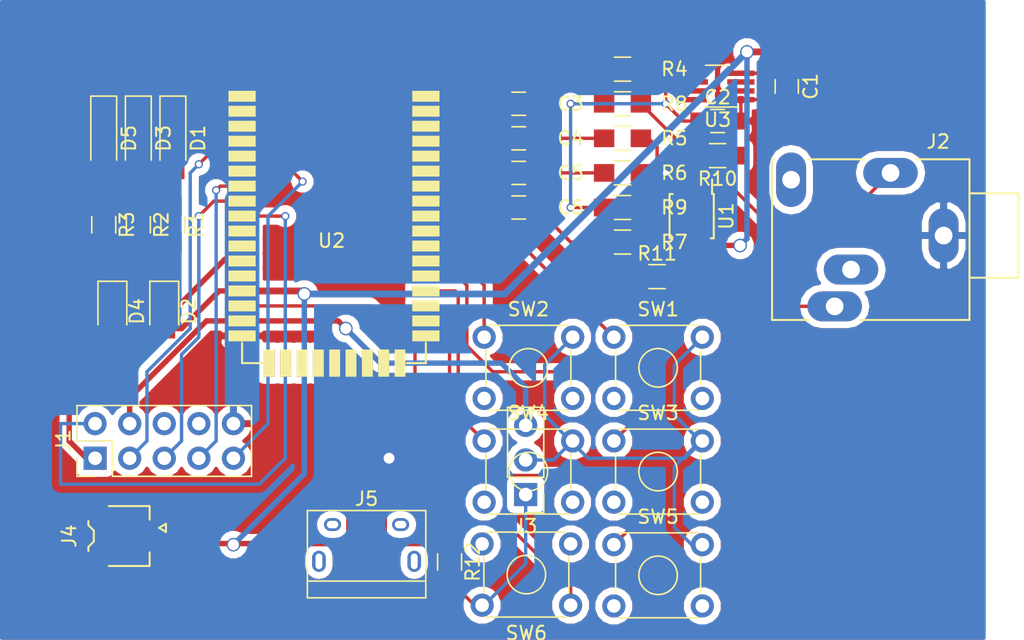
<source format=kicad_pcb>
(kicad_pcb (version 4) (host pcbnew 4.0.7)

  (general
    (links 75)
    (no_connects 4)
    (area 0 0 0 0)
    (thickness 1.6)
    (drawings 0)
    (tracks 251)
    (zones 0)
    (modules 37)
    (nets 78)
  )

  (page A4)
  (layers
    (0 F.Cu signal)
    (31 B.Cu signal)
    (32 B.Adhes user hide)
    (33 F.Adhes user hide)
    (34 B.Paste user hide)
    (35 F.Paste user hide)
    (36 B.SilkS user hide)
    (37 F.SilkS user hide)
    (38 B.Mask user hide)
    (39 F.Mask user hide)
    (40 Dwgs.User user hide)
    (41 Cmts.User user hide)
    (42 Eco1.User user hide)
    (43 Eco2.User user hide)
    (44 Edge.Cuts user hide)
    (45 Margin user hide)
    (46 B.CrtYd user hide)
    (47 F.CrtYd user hide)
    (48 B.Fab user hide)
    (49 F.Fab user hide)
  )

  (setup
    (last_trace_width 0.25)
    (trace_clearance 0.2)
    (zone_clearance 0.508)
    (zone_45_only no)
    (trace_min 0.2)
    (segment_width 0.2)
    (edge_width 0.15)
    (via_size 0.6)
    (via_drill 0.4)
    (via_min_size 0.4)
    (via_min_drill 0.3)
    (uvia_size 0.3)
    (uvia_drill 0.1)
    (uvias_allowed no)
    (uvia_min_size 0.2)
    (uvia_min_drill 0.1)
    (pcb_text_width 0.3)
    (pcb_text_size 1.5 1.5)
    (mod_edge_width 0.15)
    (mod_text_size 1 1)
    (mod_text_width 0.15)
    (pad_size 4 2.2)
    (pad_drill 1.3)
    (pad_to_mask_clearance 0.2)
    (aux_axis_origin 0 0)
    (visible_elements FFFEFF7F)
    (pcbplotparams
      (layerselection 0x00030_80000001)
      (usegerberextensions false)
      (excludeedgelayer true)
      (linewidth 0.100000)
      (plotframeref false)
      (viasonmask false)
      (mode 1)
      (useauxorigin false)
      (hpglpennumber 1)
      (hpglpenspeed 20)
      (hpglpendiameter 15)
      (hpglpenoverlay 2)
      (psnegative false)
      (psa4output false)
      (plotreference true)
      (plotvalue true)
      (plotinvisibletext false)
      (padsonsilk false)
      (subtractmaskfromsilk false)
      (outputformat 1)
      (mirror false)
      (drillshape 1)
      (scaleselection 1)
      (outputdirectory ""))
  )

  (net 0 "")
  (net 1 /VBAT)
  (net 2 GND)
  (net 3 /VREF)
  (net 4 /LED0)
  (net 5 "Net-(D1-Pad2)")
  (net 6 "Net-(D2-Pad1)")
  (net 7 /LED1)
  (net 8 "Net-(D3-Pad2)")
  (net 9 /VCC)
  (net 10 /LED2)
  (net 11 "Net-(D5-Pad2)")
  (net 12 /SPI_PCM)
  (net 13 /MISO)
  (net 14 /1V8)
  (net 15 /MOSI)
  (net 16 "Net-(J1-Pad6)")
  (net 17 /SPI_CLK)
  (net 18 "Net-(J1-Pad8)")
  (net 19 /CSB)
  (net 20 /SPRK_L_OUT)
  (net 21 /SPRK_R_OUT)
  (net 22 "Net-(J3-Pad1)")
  (net 23 "Net-(J3-Pad2)")
  (net 24 "Net-(R4-Pad1)")
  (net 25 /SPKR_L_P)
  (net 26 "Net-(R10-Pad2)")
  (net 27 /SPKR_L_N)
  (net 28 "Net-(R6-Pad1)")
  (net 29 /SPKR_R_P)
  (net 30 "Net-(R11-Pad1)")
  (net 31 /SPKR_R_N)
  (net 32 "Net-(SW1-Pad4)")
  (net 33 "Net-(SW1-Pad3)")
  (net 34 /Vol+)
  (net 35 "Net-(SW2-Pad4)")
  (net 36 "Net-(SW2-Pad3)")
  (net 37 /Vol-)
  (net 38 "Net-(SW3-Pad4)")
  (net 39 "Net-(SW3-Pad3)")
  (net 40 /Next)
  (net 41 "Net-(SW4-Pad4)")
  (net 42 "Net-(SW4-Pad3)")
  (net 43 /Prev)
  (net 44 "Net-(SW5-Pad4)")
  (net 45 "Net-(SW5-Pad3)")
  (net 46 /PLAY/PAUSE)
  (net 47 "Net-(SW6-Pad4)")
  (net 48 "Net-(SW6-Pad3)")
  (net 49 /PWR)
  (net 50 "Net-(U2-Pad4)")
  (net 51 "Net-(U2-Pad10)")
  (net 52 "Net-(U2-Pad11)")
  (net 53 "Net-(U2-Pad13)")
  (net 54 "Net-(U2-Pad18)")
  (net 55 "Net-(U2-Pad19)")
  (net 56 "Net-(U2-Pad20)")
  (net 57 "Net-(U2-Pad21)")
  (net 58 "Net-(U2-Pad22)")
  (net 59 "Net-(U2-Pad23)")
  (net 60 "Net-(U2-Pad26)")
  (net 61 "Net-(U2-Pad38)")
  (net 62 "Net-(U2-Pad37)")
  (net 63 "Net-(U2-Pad36)")
  (net 64 "Net-(U2-Pad35)")
  (net 65 "Net-(U2-Pad34)")
  (net 66 "Net-(U2-Pad29)")
  (net 67 "Net-(U2-Pad27)")
  (net 68 "Net-(C3-Pad1)")
  (net 69 "Net-(C4-Pad1)")
  (net 70 "Net-(C5-Pad1)")
  (net 71 "Net-(C6-Pad1)")
  (net 72 "Net-(R4-Pad2)")
  (net 73 /USB_N)
  (net 74 /USB_P)
  (net 75 /VBUS)
  (net 76 "Net-(J5-Pad4)")
  (net 77 "Net-(J5-Pad6)")

  (net_class Default "Dies ist die voreingestellte Netzklasse."
    (clearance 0.2)
    (trace_width 0.25)
    (via_dia 0.6)
    (via_drill 0.4)
    (uvia_dia 0.3)
    (uvia_drill 0.1)
    (add_net /CSB)
    (add_net /LED0)
    (add_net /LED1)
    (add_net /LED2)
    (add_net /MISO)
    (add_net /MOSI)
    (add_net /Next)
    (add_net /PLAY/PAUSE)
    (add_net /PWR)
    (add_net /Prev)
    (add_net /SPI_CLK)
    (add_net /SPI_PCM)
    (add_net /SPKR_L_N)
    (add_net /SPKR_L_P)
    (add_net /SPKR_R_N)
    (add_net /SPKR_R_P)
    (add_net /SPRK_L_OUT)
    (add_net /SPRK_R_OUT)
    (add_net /USB_N)
    (add_net /USB_P)
    (add_net /VBUS)
    (add_net /VREF)
    (add_net /Vol+)
    (add_net /Vol-)
    (add_net "Net-(C3-Pad1)")
    (add_net "Net-(C4-Pad1)")
    (add_net "Net-(C5-Pad1)")
    (add_net "Net-(C6-Pad1)")
    (add_net "Net-(D1-Pad2)")
    (add_net "Net-(D2-Pad1)")
    (add_net "Net-(D3-Pad2)")
    (add_net "Net-(D5-Pad2)")
    (add_net "Net-(J1-Pad6)")
    (add_net "Net-(J1-Pad8)")
    (add_net "Net-(J3-Pad1)")
    (add_net "Net-(J3-Pad2)")
    (add_net "Net-(J5-Pad4)")
    (add_net "Net-(J5-Pad6)")
    (add_net "Net-(R10-Pad2)")
    (add_net "Net-(R11-Pad1)")
    (add_net "Net-(R4-Pad1)")
    (add_net "Net-(R4-Pad2)")
    (add_net "Net-(R6-Pad1)")
    (add_net "Net-(SW1-Pad3)")
    (add_net "Net-(SW1-Pad4)")
    (add_net "Net-(SW2-Pad3)")
    (add_net "Net-(SW2-Pad4)")
    (add_net "Net-(SW3-Pad3)")
    (add_net "Net-(SW3-Pad4)")
    (add_net "Net-(SW4-Pad3)")
    (add_net "Net-(SW4-Pad4)")
    (add_net "Net-(SW5-Pad3)")
    (add_net "Net-(SW5-Pad4)")
    (add_net "Net-(SW6-Pad3)")
    (add_net "Net-(SW6-Pad4)")
    (add_net "Net-(U2-Pad10)")
    (add_net "Net-(U2-Pad11)")
    (add_net "Net-(U2-Pad13)")
    (add_net "Net-(U2-Pad18)")
    (add_net "Net-(U2-Pad19)")
    (add_net "Net-(U2-Pad20)")
    (add_net "Net-(U2-Pad21)")
    (add_net "Net-(U2-Pad22)")
    (add_net "Net-(U2-Pad23)")
    (add_net "Net-(U2-Pad26)")
    (add_net "Net-(U2-Pad27)")
    (add_net "Net-(U2-Pad29)")
    (add_net "Net-(U2-Pad34)")
    (add_net "Net-(U2-Pad35)")
    (add_net "Net-(U2-Pad36)")
    (add_net "Net-(U2-Pad37)")
    (add_net "Net-(U2-Pad38)")
    (add_net "Net-(U2-Pad4)")
  )

  (net_class Power ""
    (clearance 0.2)
    (trace_width 0.4)
    (via_dia 1)
    (via_drill 0.8)
    (uvia_dia 0.8)
    (uvia_drill 0.4)
    (add_net /1V8)
    (add_net /VBAT)
    (add_net /VCC)
    (add_net GND)
  )

  (module Capacitors_SMD:C_0805_HandSoldering (layer F.Cu) (tedit 58AA84A8) (tstamp 5A4E828F)
    (at 212.725 76.2 270)
    (descr "Capacitor SMD 0805, hand soldering")
    (tags "capacitor 0805")
    (path /5A4EC820)
    (attr smd)
    (fp_text reference C1 (at 0 -1.75 270) (layer F.SilkS)
      (effects (font (size 1 1) (thickness 0.15)))
    )
    (fp_text value 0.1µ (at 0 1.75 270) (layer F.Fab)
      (effects (font (size 1 1) (thickness 0.15)))
    )
    (fp_text user %R (at 0 -1.75 270) (layer F.Fab)
      (effects (font (size 1 1) (thickness 0.15)))
    )
    (fp_line (start -1 0.62) (end -1 -0.62) (layer F.Fab) (width 0.1))
    (fp_line (start 1 0.62) (end -1 0.62) (layer F.Fab) (width 0.1))
    (fp_line (start 1 -0.62) (end 1 0.62) (layer F.Fab) (width 0.1))
    (fp_line (start -1 -0.62) (end 1 -0.62) (layer F.Fab) (width 0.1))
    (fp_line (start 0.5 -0.85) (end -0.5 -0.85) (layer F.SilkS) (width 0.12))
    (fp_line (start -0.5 0.85) (end 0.5 0.85) (layer F.SilkS) (width 0.12))
    (fp_line (start -2.25 -0.88) (end 2.25 -0.88) (layer F.CrtYd) (width 0.05))
    (fp_line (start -2.25 -0.88) (end -2.25 0.87) (layer F.CrtYd) (width 0.05))
    (fp_line (start 2.25 0.87) (end 2.25 -0.88) (layer F.CrtYd) (width 0.05))
    (fp_line (start 2.25 0.87) (end -2.25 0.87) (layer F.CrtYd) (width 0.05))
    (pad 1 smd rect (at -1.25 0 270) (size 1.5 1.25) (layers F.Cu F.Paste F.Mask)
      (net 1 /VBAT))
    (pad 2 smd rect (at 1.25 0 270) (size 1.5 1.25) (layers F.Cu F.Paste F.Mask)
      (net 2 GND))
    (model Capacitors_SMD.3dshapes/C_0805.wrl
      (at (xyz 0 0 0))
      (scale (xyz 1 1 1))
      (rotate (xyz 0 0 0))
    )
  )

  (module Capacitors_SMD:C_0805_HandSoldering (layer F.Cu) (tedit 58AA84A8) (tstamp 5A4E8295)
    (at 207.645 78.74)
    (descr "Capacitor SMD 0805, hand soldering")
    (tags "capacitor 0805")
    (path /5A4EC883)
    (attr smd)
    (fp_text reference C2 (at 0 -1.75) (layer F.SilkS)
      (effects (font (size 1 1) (thickness 0.15)))
    )
    (fp_text value 1µ (at 0 1.75) (layer F.Fab)
      (effects (font (size 1 1) (thickness 0.15)))
    )
    (fp_text user %R (at 0 -1.75) (layer F.Fab)
      (effects (font (size 1 1) (thickness 0.15)))
    )
    (fp_line (start -1 0.62) (end -1 -0.62) (layer F.Fab) (width 0.1))
    (fp_line (start 1 0.62) (end -1 0.62) (layer F.Fab) (width 0.1))
    (fp_line (start 1 -0.62) (end 1 0.62) (layer F.Fab) (width 0.1))
    (fp_line (start -1 -0.62) (end 1 -0.62) (layer F.Fab) (width 0.1))
    (fp_line (start 0.5 -0.85) (end -0.5 -0.85) (layer F.SilkS) (width 0.12))
    (fp_line (start -0.5 0.85) (end 0.5 0.85) (layer F.SilkS) (width 0.12))
    (fp_line (start -2.25 -0.88) (end 2.25 -0.88) (layer F.CrtYd) (width 0.05))
    (fp_line (start -2.25 -0.88) (end -2.25 0.87) (layer F.CrtYd) (width 0.05))
    (fp_line (start 2.25 0.87) (end 2.25 -0.88) (layer F.CrtYd) (width 0.05))
    (fp_line (start 2.25 0.87) (end -2.25 0.87) (layer F.CrtYd) (width 0.05))
    (pad 1 smd rect (at -1.25 0) (size 1.5 1.25) (layers F.Cu F.Paste F.Mask)
      (net 3 /VREF))
    (pad 2 smd rect (at 1.25 0) (size 1.5 1.25) (layers F.Cu F.Paste F.Mask)
      (net 2 GND))
    (model Capacitors_SMD.3dshapes/C_0805.wrl
      (at (xyz 0 0 0))
      (scale (xyz 1 1 1))
      (rotate (xyz 0 0 0))
    )
  )

  (module LEDs:LED_1206_HandSoldering (layer F.Cu) (tedit 595FC724) (tstamp 5A4E829B)
    (at 167.64 80.01 270)
    (descr "LED SMD 1206, hand soldering")
    (tags "LED 1206")
    (path /5A4BCE33)
    (attr smd)
    (fp_text reference D1 (at 0 -1.85 270) (layer F.SilkS)
      (effects (font (size 1 1) (thickness 0.15)))
    )
    (fp_text value LED_GREEN (at 0 1.9 270) (layer F.Fab)
      (effects (font (size 1 1) (thickness 0.15)))
    )
    (fp_line (start -3.1 -0.95) (end -3.1 0.95) (layer F.SilkS) (width 0.12))
    (fp_line (start -0.4 0) (end 0.2 -0.4) (layer F.Fab) (width 0.1))
    (fp_line (start 0.2 -0.4) (end 0.2 0.4) (layer F.Fab) (width 0.1))
    (fp_line (start 0.2 0.4) (end -0.4 0) (layer F.Fab) (width 0.1))
    (fp_line (start -0.45 -0.4) (end -0.45 0.4) (layer F.Fab) (width 0.1))
    (fp_line (start -1.6 0.8) (end -1.6 -0.8) (layer F.Fab) (width 0.1))
    (fp_line (start 1.6 0.8) (end -1.6 0.8) (layer F.Fab) (width 0.1))
    (fp_line (start 1.6 -0.8) (end 1.6 0.8) (layer F.Fab) (width 0.1))
    (fp_line (start -1.6 -0.8) (end 1.6 -0.8) (layer F.Fab) (width 0.1))
    (fp_line (start -3.1 0.95) (end 1.6 0.95) (layer F.SilkS) (width 0.12))
    (fp_line (start -3.1 -0.95) (end 1.6 -0.95) (layer F.SilkS) (width 0.12))
    (fp_line (start -3.25 -1.11) (end 3.25 -1.11) (layer F.CrtYd) (width 0.05))
    (fp_line (start -3.25 -1.11) (end -3.25 1.1) (layer F.CrtYd) (width 0.05))
    (fp_line (start 3.25 1.1) (end 3.25 -1.11) (layer F.CrtYd) (width 0.05))
    (fp_line (start 3.25 1.1) (end -3.25 1.1) (layer F.CrtYd) (width 0.05))
    (pad 1 smd rect (at -2 0 270) (size 2 1.7) (layers F.Cu F.Paste F.Mask)
      (net 4 /LED0))
    (pad 2 smd rect (at 2 0 270) (size 2 1.7) (layers F.Cu F.Paste F.Mask)
      (net 5 "Net-(D1-Pad2)"))
    (model ${KISYS3DMOD}/LEDs.3dshapes/LED_1206.wrl
      (at (xyz 0 0 0))
      (scale (xyz 1 1 1))
      (rotate (xyz 0 0 180))
    )
  )

  (module Diodes_SMD:D_1206 (layer F.Cu) (tedit 590CEAF5) (tstamp 5A4E82A1)
    (at 167.005 92.71 270)
    (descr "Diode SMD 1206, reflow soldering http://datasheets.avx.com/schottky.pdf")
    (tags "Diode 1206")
    (path /5A4BCFC1)
    (attr smd)
    (fp_text reference D2 (at 0 -1.8 270) (layer F.SilkS)
      (effects (font (size 1 1) (thickness 0.15)))
    )
    (fp_text value D_Schottky (at 0 1.9 270) (layer F.Fab)
      (effects (font (size 1 1) (thickness 0.15)))
    )
    (fp_text user %R (at 0 -1.8 270) (layer F.Fab)
      (effects (font (size 1 1) (thickness 0.15)))
    )
    (fp_line (start -0.254 -0.254) (end -0.254 0.254) (layer F.Fab) (width 0.1))
    (fp_line (start 0.127 0) (end 0.381 0) (layer F.Fab) (width 0.1))
    (fp_line (start -0.254 0) (end -0.508 0) (layer F.Fab) (width 0.1))
    (fp_line (start 0.127 0.254) (end -0.254 0) (layer F.Fab) (width 0.1))
    (fp_line (start 0.127 -0.254) (end 0.127 0.254) (layer F.Fab) (width 0.1))
    (fp_line (start -0.254 0) (end 0.127 -0.254) (layer F.Fab) (width 0.1))
    (fp_line (start -2.2 -1.06) (end -2.2 1.06) (layer F.SilkS) (width 0.12))
    (fp_line (start -1.7 0.95) (end -1.7 -0.95) (layer F.Fab) (width 0.1))
    (fp_line (start 1.7 0.95) (end -1.7 0.95) (layer F.Fab) (width 0.1))
    (fp_line (start 1.7 -0.95) (end 1.7 0.95) (layer F.Fab) (width 0.1))
    (fp_line (start -1.7 -0.95) (end 1.7 -0.95) (layer F.Fab) (width 0.1))
    (fp_line (start -2.3 -1.16) (end 2.3 -1.16) (layer F.CrtYd) (width 0.05))
    (fp_line (start -2.3 1.16) (end 2.3 1.16) (layer F.CrtYd) (width 0.05))
    (fp_line (start -2.3 -1.16) (end -2.3 1.16) (layer F.CrtYd) (width 0.05))
    (fp_line (start 2.3 -1.16) (end 2.3 1.16) (layer F.CrtYd) (width 0.05))
    (fp_line (start 1 -1.06) (end -2.2 -1.06) (layer F.SilkS) (width 0.12))
    (fp_line (start -2.2 1.06) (end 1 1.06) (layer F.SilkS) (width 0.12))
    (pad 1 smd rect (at -1.5 0 270) (size 1 1.6) (layers F.Cu F.Paste F.Mask)
      (net 6 "Net-(D2-Pad1)"))
    (pad 2 smd rect (at 1.5 0 270) (size 1 1.6) (layers F.Cu F.Paste F.Mask)
      (net 1 /VBAT))
    (model ${KISYS3DMOD}/Diodes_SMD.3dshapes/D_1206.wrl
      (at (xyz 0 0 0))
      (scale (xyz 1 1 1))
      (rotate (xyz 0 0 0))
    )
  )

  (module LEDs:LED_1206_HandSoldering (layer F.Cu) (tedit 595FC724) (tstamp 5A4E82A7)
    (at 165.1 80.01 270)
    (descr "LED SMD 1206, hand soldering")
    (tags "LED 1206")
    (path /5A4BCDEF)
    (attr smd)
    (fp_text reference D3 (at 0 -1.85 270) (layer F.SilkS)
      (effects (font (size 1 1) (thickness 0.15)))
    )
    (fp_text value LED_RED (at 0 1.9 270) (layer F.Fab)
      (effects (font (size 1 1) (thickness 0.15)))
    )
    (fp_line (start -3.1 -0.95) (end -3.1 0.95) (layer F.SilkS) (width 0.12))
    (fp_line (start -0.4 0) (end 0.2 -0.4) (layer F.Fab) (width 0.1))
    (fp_line (start 0.2 -0.4) (end 0.2 0.4) (layer F.Fab) (width 0.1))
    (fp_line (start 0.2 0.4) (end -0.4 0) (layer F.Fab) (width 0.1))
    (fp_line (start -0.45 -0.4) (end -0.45 0.4) (layer F.Fab) (width 0.1))
    (fp_line (start -1.6 0.8) (end -1.6 -0.8) (layer F.Fab) (width 0.1))
    (fp_line (start 1.6 0.8) (end -1.6 0.8) (layer F.Fab) (width 0.1))
    (fp_line (start 1.6 -0.8) (end 1.6 0.8) (layer F.Fab) (width 0.1))
    (fp_line (start -1.6 -0.8) (end 1.6 -0.8) (layer F.Fab) (width 0.1))
    (fp_line (start -3.1 0.95) (end 1.6 0.95) (layer F.SilkS) (width 0.12))
    (fp_line (start -3.1 -0.95) (end 1.6 -0.95) (layer F.SilkS) (width 0.12))
    (fp_line (start -3.25 -1.11) (end 3.25 -1.11) (layer F.CrtYd) (width 0.05))
    (fp_line (start -3.25 -1.11) (end -3.25 1.1) (layer F.CrtYd) (width 0.05))
    (fp_line (start 3.25 1.1) (end 3.25 -1.11) (layer F.CrtYd) (width 0.05))
    (fp_line (start 3.25 1.1) (end -3.25 1.1) (layer F.CrtYd) (width 0.05))
    (pad 1 smd rect (at -2 0 270) (size 2 1.7) (layers F.Cu F.Paste F.Mask)
      (net 7 /LED1))
    (pad 2 smd rect (at 2 0 270) (size 2 1.7) (layers F.Cu F.Paste F.Mask)
      (net 8 "Net-(D3-Pad2)"))
    (model ${KISYS3DMOD}/LEDs.3dshapes/LED_1206.wrl
      (at (xyz 0 0 0))
      (scale (xyz 1 1 1))
      (rotate (xyz 0 0 180))
    )
  )

  (module Diodes_SMD:D_1206 (layer F.Cu) (tedit 590CEAF5) (tstamp 5A4E82AD)
    (at 163.195 92.71 270)
    (descr "Diode SMD 1206, reflow soldering http://datasheets.avx.com/schottky.pdf")
    (tags "Diode 1206")
    (path /5A4BCF7E)
    (attr smd)
    (fp_text reference D4 (at 0 -1.8 270) (layer F.SilkS)
      (effects (font (size 1 1) (thickness 0.15)))
    )
    (fp_text value D_Schottky (at 0 1.9 270) (layer F.Fab)
      (effects (font (size 1 1) (thickness 0.15)))
    )
    (fp_text user %R (at 0 -1.8 270) (layer F.Fab)
      (effects (font (size 1 1) (thickness 0.15)))
    )
    (fp_line (start -0.254 -0.254) (end -0.254 0.254) (layer F.Fab) (width 0.1))
    (fp_line (start 0.127 0) (end 0.381 0) (layer F.Fab) (width 0.1))
    (fp_line (start -0.254 0) (end -0.508 0) (layer F.Fab) (width 0.1))
    (fp_line (start 0.127 0.254) (end -0.254 0) (layer F.Fab) (width 0.1))
    (fp_line (start 0.127 -0.254) (end 0.127 0.254) (layer F.Fab) (width 0.1))
    (fp_line (start -0.254 0) (end 0.127 -0.254) (layer F.Fab) (width 0.1))
    (fp_line (start -2.2 -1.06) (end -2.2 1.06) (layer F.SilkS) (width 0.12))
    (fp_line (start -1.7 0.95) (end -1.7 -0.95) (layer F.Fab) (width 0.1))
    (fp_line (start 1.7 0.95) (end -1.7 0.95) (layer F.Fab) (width 0.1))
    (fp_line (start 1.7 -0.95) (end 1.7 0.95) (layer F.Fab) (width 0.1))
    (fp_line (start -1.7 -0.95) (end 1.7 -0.95) (layer F.Fab) (width 0.1))
    (fp_line (start -2.3 -1.16) (end 2.3 -1.16) (layer F.CrtYd) (width 0.05))
    (fp_line (start -2.3 1.16) (end 2.3 1.16) (layer F.CrtYd) (width 0.05))
    (fp_line (start -2.3 -1.16) (end -2.3 1.16) (layer F.CrtYd) (width 0.05))
    (fp_line (start 2.3 -1.16) (end 2.3 1.16) (layer F.CrtYd) (width 0.05))
    (fp_line (start 1 -1.06) (end -2.2 -1.06) (layer F.SilkS) (width 0.12))
    (fp_line (start -2.2 1.06) (end 1 1.06) (layer F.SilkS) (width 0.12))
    (pad 1 smd rect (at -1.5 0 270) (size 1 1.6) (layers F.Cu F.Paste F.Mask)
      (net 6 "Net-(D2-Pad1)"))
    (pad 2 smd rect (at 1.5 0 270) (size 1 1.6) (layers F.Cu F.Paste F.Mask)
      (net 9 /VCC))
    (model ${KISYS3DMOD}/Diodes_SMD.3dshapes/D_1206.wrl
      (at (xyz 0 0 0))
      (scale (xyz 1 1 1))
      (rotate (xyz 0 0 0))
    )
  )

  (module LEDs:LED_1206_HandSoldering (layer F.Cu) (tedit 595FC724) (tstamp 5A4E82B3)
    (at 162.56 80.01 270)
    (descr "LED SMD 1206, hand soldering")
    (tags "LED 1206")
    (path /5A4BCCC6)
    (attr smd)
    (fp_text reference D5 (at 0 -1.85 270) (layer F.SilkS)
      (effects (font (size 1 1) (thickness 0.15)))
    )
    (fp_text value LED_BLUE (at 0 1.9 270) (layer F.Fab)
      (effects (font (size 1 1) (thickness 0.15)))
    )
    (fp_line (start -3.1 -0.95) (end -3.1 0.95) (layer F.SilkS) (width 0.12))
    (fp_line (start -0.4 0) (end 0.2 -0.4) (layer F.Fab) (width 0.1))
    (fp_line (start 0.2 -0.4) (end 0.2 0.4) (layer F.Fab) (width 0.1))
    (fp_line (start 0.2 0.4) (end -0.4 0) (layer F.Fab) (width 0.1))
    (fp_line (start -0.45 -0.4) (end -0.45 0.4) (layer F.Fab) (width 0.1))
    (fp_line (start -1.6 0.8) (end -1.6 -0.8) (layer F.Fab) (width 0.1))
    (fp_line (start 1.6 0.8) (end -1.6 0.8) (layer F.Fab) (width 0.1))
    (fp_line (start 1.6 -0.8) (end 1.6 0.8) (layer F.Fab) (width 0.1))
    (fp_line (start -1.6 -0.8) (end 1.6 -0.8) (layer F.Fab) (width 0.1))
    (fp_line (start -3.1 0.95) (end 1.6 0.95) (layer F.SilkS) (width 0.12))
    (fp_line (start -3.1 -0.95) (end 1.6 -0.95) (layer F.SilkS) (width 0.12))
    (fp_line (start -3.25 -1.11) (end 3.25 -1.11) (layer F.CrtYd) (width 0.05))
    (fp_line (start -3.25 -1.11) (end -3.25 1.1) (layer F.CrtYd) (width 0.05))
    (fp_line (start 3.25 1.1) (end 3.25 -1.11) (layer F.CrtYd) (width 0.05))
    (fp_line (start 3.25 1.1) (end -3.25 1.1) (layer F.CrtYd) (width 0.05))
    (pad 1 smd rect (at -2 0 270) (size 2 1.7) (layers F.Cu F.Paste F.Mask)
      (net 10 /LED2))
    (pad 2 smd rect (at 2 0 270) (size 2 1.7) (layers F.Cu F.Paste F.Mask)
      (net 11 "Net-(D5-Pad2)"))
    (model ${KISYS3DMOD}/LEDs.3dshapes/LED_1206.wrl
      (at (xyz 0 0 0))
      (scale (xyz 1 1 1))
      (rotate (xyz 0 0 180))
    )
  )

  (module Pin_Headers:Pin_Header_Straight_2x05_Pitch2.54mm (layer F.Cu) (tedit 59650532) (tstamp 5A4E82C1)
    (at 161.925 103.505 90)
    (descr "Through hole straight pin header, 2x05, 2.54mm pitch, double rows")
    (tags "Through hole pin header THT 2x05 2.54mm double row")
    (path /5A4BDB4A)
    (fp_text reference J1 (at 1.27 -2.33 90) (layer F.SilkS)
      (effects (font (size 1 1) (thickness 0.15)))
    )
    (fp_text value PGRM (at 1.27 12.49 90) (layer F.Fab)
      (effects (font (size 1 1) (thickness 0.15)))
    )
    (fp_line (start 0 -1.27) (end 3.81 -1.27) (layer F.Fab) (width 0.1))
    (fp_line (start 3.81 -1.27) (end 3.81 11.43) (layer F.Fab) (width 0.1))
    (fp_line (start 3.81 11.43) (end -1.27 11.43) (layer F.Fab) (width 0.1))
    (fp_line (start -1.27 11.43) (end -1.27 0) (layer F.Fab) (width 0.1))
    (fp_line (start -1.27 0) (end 0 -1.27) (layer F.Fab) (width 0.1))
    (fp_line (start -1.33 11.49) (end 3.87 11.49) (layer F.SilkS) (width 0.12))
    (fp_line (start -1.33 1.27) (end -1.33 11.49) (layer F.SilkS) (width 0.12))
    (fp_line (start 3.87 -1.33) (end 3.87 11.49) (layer F.SilkS) (width 0.12))
    (fp_line (start -1.33 1.27) (end 1.27 1.27) (layer F.SilkS) (width 0.12))
    (fp_line (start 1.27 1.27) (end 1.27 -1.33) (layer F.SilkS) (width 0.12))
    (fp_line (start 1.27 -1.33) (end 3.87 -1.33) (layer F.SilkS) (width 0.12))
    (fp_line (start -1.33 0) (end -1.33 -1.33) (layer F.SilkS) (width 0.12))
    (fp_line (start -1.33 -1.33) (end 0 -1.33) (layer F.SilkS) (width 0.12))
    (fp_line (start -1.8 -1.8) (end -1.8 11.95) (layer F.CrtYd) (width 0.05))
    (fp_line (start -1.8 11.95) (end 4.35 11.95) (layer F.CrtYd) (width 0.05))
    (fp_line (start 4.35 11.95) (end 4.35 -1.8) (layer F.CrtYd) (width 0.05))
    (fp_line (start 4.35 -1.8) (end -1.8 -1.8) (layer F.CrtYd) (width 0.05))
    (fp_text user %R (at 1.27 5.08 180) (layer F.Fab)
      (effects (font (size 1 1) (thickness 0.15)))
    )
    (pad 1 thru_hole rect (at 0 0 90) (size 1.7 1.7) (drill 1) (layers *.Cu *.Mask)
      (net 9 /VCC))
    (pad 2 thru_hole oval (at 2.54 0 90) (size 1.7 1.7) (drill 1) (layers *.Cu *.Mask)
      (net 12 /SPI_PCM))
    (pad 3 thru_hole oval (at 0 2.54 90) (size 1.7 1.7) (drill 1) (layers *.Cu *.Mask)
      (net 13 /MISO))
    (pad 4 thru_hole oval (at 2.54 2.54 90) (size 1.7 1.7) (drill 1) (layers *.Cu *.Mask)
      (net 14 /1V8))
    (pad 5 thru_hole oval (at 0 5.08 90) (size 1.7 1.7) (drill 1) (layers *.Cu *.Mask)
      (net 15 /MOSI))
    (pad 6 thru_hole oval (at 2.54 5.08 90) (size 1.7 1.7) (drill 1) (layers *.Cu *.Mask)
      (net 16 "Net-(J1-Pad6)"))
    (pad 7 thru_hole oval (at 0 7.62 90) (size 1.7 1.7) (drill 1) (layers *.Cu *.Mask)
      (net 17 /SPI_CLK))
    (pad 8 thru_hole oval (at 2.54 7.62 90) (size 1.7 1.7) (drill 1) (layers *.Cu *.Mask)
      (net 18 "Net-(J1-Pad8)"))
    (pad 9 thru_hole oval (at 0 10.16 90) (size 1.7 1.7) (drill 1) (layers *.Cu *.Mask)
      (net 19 /CSB))
    (pad 10 thru_hole oval (at 2.54 10.16 90) (size 1.7 1.7) (drill 1) (layers *.Cu *.Mask)
      (net 2 GND))
    (model ${KISYS3DMOD}/Pin_Headers.3dshapes/Pin_Header_Straight_2x05_Pitch2.54mm.wrl
      (at (xyz 0 0 0))
      (scale (xyz 1 1 1))
      (rotate (xyz 0 0 0))
    )
  )

  (module Connectors:Stereo_Jack_3.5mm_Switch_Ledino_KB3SPRS (layer F.Cu) (tedit 5A4E8A21) (tstamp 5A4E82CA)
    (at 220.345 82.55 180)
    (descr https://www.reichelt.de/index.html?ACTION=7&LA=3&OPEN=0&INDEX=0&FILENAME=C160%252FKB3SPRS.pdf)
    (tags "jack stereo TRS")
    (path /5A4ED12D)
    (fp_text reference J2 (at -3.5 2.3 180) (layer F.SilkS)
      (effects (font (size 1 1) (thickness 0.15)))
    )
    (fp_text value Audio-Jack-3 (at 2.3 -12.2 180) (layer F.Fab)
      (effects (font (size 1 1) (thickness 0.15)))
    )
    (fp_line (start -9.3 -7.6) (end -9.3 -1.6) (layer F.Fab) (width 0.1))
    (fp_line (start -9.3 -1.6) (end -5.7 -1.6) (layer F.Fab) (width 0.1))
    (fp_line (start -9.3 -7.6) (end -5.7 -7.6) (layer F.Fab) (width 0.1))
    (fp_line (start -5.7 -10.7) (end -5.7 0.9) (layer F.Fab) (width 0.1))
    (fp_line (start -5.7 0.9) (end 8.6 0.9) (layer F.Fab) (width 0.1))
    (fp_line (start 8.6 0.9) (end 8.6 -10.7) (layer F.Fab) (width 0.1))
    (fp_line (start 8.6 -10.7) (end -5.7 -10.7) (layer F.Fab) (width 0.1))
    (fp_text user %R (at 2.7 -4.6 180) (layer F.Fab)
      (effects (font (size 1 1) (thickness 0.15)))
    )
    (fp_line (start -9.8 2) (end 9.1 2) (layer F.CrtYd) (width 0.05))
    (fp_line (start 9.1 -11.4) (end -9.8 -11.4) (layer F.CrtYd) (width 0.05))
    (fp_line (start -5.8 -10.8) (end 2.2 -10.8) (layer F.SilkS) (width 0.15))
    (fp_line (start 6 -10.8) (end 8.7 -10.8) (layer F.SilkS) (width 0.15))
    (fp_line (start 8.7 -10.8) (end 8.7 1) (layer F.SilkS) (width 0.15))
    (fp_line (start 8.7 1) (end 8.6 1) (layer F.SilkS) (width 0.15))
    (fp_line (start 6 1) (end 1.9 1) (layer F.SilkS) (width 0.15))
    (fp_line (start -1.9 1) (end -5.8 1) (layer F.SilkS) (width 0.15))
    (fp_line (start -5.8 1) (end -5.8 -10.8) (layer F.SilkS) (width 0.15))
    (fp_line (start -5.8 -7.7) (end -9.4 -7.7) (layer F.SilkS) (width 0.15))
    (fp_line (start -9.4 -7.7) (end -9.4 -1.5) (layer F.SilkS) (width 0.15))
    (fp_line (start -9.4 -1.5) (end -5.8 -1.5) (layer F.SilkS) (width 0.15))
    (fp_line (start -9.8 -11.4) (end -9.8 2) (layer F.CrtYd) (width 0.05))
    (fp_line (start 9.1 2) (end 9.1 -11.4) (layer F.CrtYd) (width 0.05))
    (pad 1 thru_hole oval (at 0 0 180) (size 4 2.2) (drill 1.3) (layers *.Cu *.Mask)
      (net 20 /SPRK_L_OUT))
    (pad 4 thru_hole oval (at 7.3 -0.5 270) (size 4 2.2) (drill 1.3) (layers *.Cu *.Mask))
    (pad 5 thru_hole oval (at 2.9 -7.1 180) (size 4 2.2) (drill 1.3) (layers *.Cu *.Mask))
    (pad 2 thru_hole oval (at 4.1 -9.8 180) (size 4 2.2) (drill 1.3) (layers *.Cu *.Mask)
      (net 21 /SPRK_R_OUT))
    (pad 3 thru_hole oval (at -3.9 -4.6 180) (size 2.2 4) (drill 1.3) (layers *.Cu *.Mask)
      (net 2 GND))
    (model ${KISYS3DMOD}/Connectors.3dshapes/Stereo_Jack_3.5mm_Switch_Ledino_KB3SPRS.wrl
      (at (xyz 0 0 0))
      (scale (xyz 1 1 1))
      (rotate (xyz 0 0 0))
    )
  )

  (module Pin_Headers:Pin_Header_Straight_1x03_Pitch2.54mm (layer F.Cu) (tedit 59650532) (tstamp 5A4E82D1)
    (at 193.548 106.172 180)
    (descr "Through hole straight pin header, 1x03, 2.54mm pitch, single row")
    (tags "Through hole pin header THT 1x03 2.54mm single row")
    (path /5A4CD9AE)
    (fp_text reference J3 (at 0 -2.33 180) (layer F.SilkS)
      (effects (font (size 1 1) (thickness 0.15)))
    )
    (fp_text value Conn_01x03 (at 0 7.41 180) (layer F.Fab)
      (effects (font (size 1 1) (thickness 0.15)))
    )
    (fp_line (start -0.635 -1.27) (end 1.27 -1.27) (layer F.Fab) (width 0.1))
    (fp_line (start 1.27 -1.27) (end 1.27 6.35) (layer F.Fab) (width 0.1))
    (fp_line (start 1.27 6.35) (end -1.27 6.35) (layer F.Fab) (width 0.1))
    (fp_line (start -1.27 6.35) (end -1.27 -0.635) (layer F.Fab) (width 0.1))
    (fp_line (start -1.27 -0.635) (end -0.635 -1.27) (layer F.Fab) (width 0.1))
    (fp_line (start -1.33 6.41) (end 1.33 6.41) (layer F.SilkS) (width 0.12))
    (fp_line (start -1.33 1.27) (end -1.33 6.41) (layer F.SilkS) (width 0.12))
    (fp_line (start 1.33 1.27) (end 1.33 6.41) (layer F.SilkS) (width 0.12))
    (fp_line (start -1.33 1.27) (end 1.33 1.27) (layer F.SilkS) (width 0.12))
    (fp_line (start -1.33 0) (end -1.33 -1.33) (layer F.SilkS) (width 0.12))
    (fp_line (start -1.33 -1.33) (end 0 -1.33) (layer F.SilkS) (width 0.12))
    (fp_line (start -1.8 -1.8) (end -1.8 6.85) (layer F.CrtYd) (width 0.05))
    (fp_line (start -1.8 6.85) (end 1.8 6.85) (layer F.CrtYd) (width 0.05))
    (fp_line (start 1.8 6.85) (end 1.8 -1.8) (layer F.CrtYd) (width 0.05))
    (fp_line (start 1.8 -1.8) (end -1.8 -1.8) (layer F.CrtYd) (width 0.05))
    (fp_text user %R (at 0 2.54 270) (layer F.Fab)
      (effects (font (size 1 1) (thickness 0.15)))
    )
    (pad 1 thru_hole rect (at 0 0 180) (size 1.7 1.7) (drill 1) (layers *.Cu *.Mask)
      (net 22 "Net-(J3-Pad1)"))
    (pad 2 thru_hole oval (at 0 2.54 180) (size 1.7 1.7) (drill 1) (layers *.Cu *.Mask)
      (net 23 "Net-(J3-Pad2)"))
    (pad 3 thru_hole oval (at 0 5.08 180) (size 1.7 1.7) (drill 1) (layers *.Cu *.Mask)
      (net 14 /1V8))
    (model ${KISYS3DMOD}/Pin_Headers.3dshapes/Pin_Header_Straight_1x03_Pitch2.54mm.wrl
      (at (xyz 0 0 0))
      (scale (xyz 1 1 1))
      (rotate (xyz 0 0 0))
    )
  )

  (module Resistors_SMD:R_0805_HandSoldering (layer F.Cu) (tedit 58E0A804) (tstamp 5A4E82D7)
    (at 167.64 86.36 270)
    (descr "Resistor SMD 0805, hand soldering")
    (tags "resistor 0805")
    (path /5A4BCF14)
    (attr smd)
    (fp_text reference R1 (at 0 -1.7 270) (layer F.SilkS)
      (effects (font (size 1 1) (thickness 0.15)))
    )
    (fp_text value 220 (at 0 1.75 270) (layer F.Fab)
      (effects (font (size 1 1) (thickness 0.15)))
    )
    (fp_text user %R (at 0 0 270) (layer F.Fab)
      (effects (font (size 0.5 0.5) (thickness 0.075)))
    )
    (fp_line (start -1 0.62) (end -1 -0.62) (layer F.Fab) (width 0.1))
    (fp_line (start 1 0.62) (end -1 0.62) (layer F.Fab) (width 0.1))
    (fp_line (start 1 -0.62) (end 1 0.62) (layer F.Fab) (width 0.1))
    (fp_line (start -1 -0.62) (end 1 -0.62) (layer F.Fab) (width 0.1))
    (fp_line (start 0.6 0.88) (end -0.6 0.88) (layer F.SilkS) (width 0.12))
    (fp_line (start -0.6 -0.88) (end 0.6 -0.88) (layer F.SilkS) (width 0.12))
    (fp_line (start -2.35 -0.9) (end 2.35 -0.9) (layer F.CrtYd) (width 0.05))
    (fp_line (start -2.35 -0.9) (end -2.35 0.9) (layer F.CrtYd) (width 0.05))
    (fp_line (start 2.35 0.9) (end 2.35 -0.9) (layer F.CrtYd) (width 0.05))
    (fp_line (start 2.35 0.9) (end -2.35 0.9) (layer F.CrtYd) (width 0.05))
    (pad 1 smd rect (at -1.35 0 270) (size 1.5 1.3) (layers F.Cu F.Paste F.Mask)
      (net 5 "Net-(D1-Pad2)"))
    (pad 2 smd rect (at 1.35 0 270) (size 1.5 1.3) (layers F.Cu F.Paste F.Mask)
      (net 6 "Net-(D2-Pad1)"))
    (model ${KISYS3DMOD}/Resistors_SMD.3dshapes/R_0805.wrl
      (at (xyz 0 0 0))
      (scale (xyz 1 1 1))
      (rotate (xyz 0 0 0))
    )
  )

  (module Resistors_SMD:R_0805_HandSoldering (layer F.Cu) (tedit 58E0A804) (tstamp 5A4E82DD)
    (at 165.1 86.36 270)
    (descr "Resistor SMD 0805, hand soldering")
    (tags "resistor 0805")
    (path /5A4BCEE5)
    (attr smd)
    (fp_text reference R2 (at 0 -1.7 270) (layer F.SilkS)
      (effects (font (size 1 1) (thickness 0.15)))
    )
    (fp_text value 220 (at 0 1.75 270) (layer F.Fab)
      (effects (font (size 1 1) (thickness 0.15)))
    )
    (fp_text user %R (at 0 0 270) (layer F.Fab)
      (effects (font (size 0.5 0.5) (thickness 0.075)))
    )
    (fp_line (start -1 0.62) (end -1 -0.62) (layer F.Fab) (width 0.1))
    (fp_line (start 1 0.62) (end -1 0.62) (layer F.Fab) (width 0.1))
    (fp_line (start 1 -0.62) (end 1 0.62) (layer F.Fab) (width 0.1))
    (fp_line (start -1 -0.62) (end 1 -0.62) (layer F.Fab) (width 0.1))
    (fp_line (start 0.6 0.88) (end -0.6 0.88) (layer F.SilkS) (width 0.12))
    (fp_line (start -0.6 -0.88) (end 0.6 -0.88) (layer F.SilkS) (width 0.12))
    (fp_line (start -2.35 -0.9) (end 2.35 -0.9) (layer F.CrtYd) (width 0.05))
    (fp_line (start -2.35 -0.9) (end -2.35 0.9) (layer F.CrtYd) (width 0.05))
    (fp_line (start 2.35 0.9) (end 2.35 -0.9) (layer F.CrtYd) (width 0.05))
    (fp_line (start 2.35 0.9) (end -2.35 0.9) (layer F.CrtYd) (width 0.05))
    (pad 1 smd rect (at -1.35 0 270) (size 1.5 1.3) (layers F.Cu F.Paste F.Mask)
      (net 8 "Net-(D3-Pad2)"))
    (pad 2 smd rect (at 1.35 0 270) (size 1.5 1.3) (layers F.Cu F.Paste F.Mask)
      (net 6 "Net-(D2-Pad1)"))
    (model ${KISYS3DMOD}/Resistors_SMD.3dshapes/R_0805.wrl
      (at (xyz 0 0 0))
      (scale (xyz 1 1 1))
      (rotate (xyz 0 0 0))
    )
  )

  (module Resistors_SMD:R_0805_HandSoldering (layer F.Cu) (tedit 58E0A804) (tstamp 5A4E82E3)
    (at 162.56 86.36 270)
    (descr "Resistor SMD 0805, hand soldering")
    (tags "resistor 0805")
    (path /5A4BCE80)
    (attr smd)
    (fp_text reference R3 (at 0 -1.7 270) (layer F.SilkS)
      (effects (font (size 1 1) (thickness 0.15)))
    )
    (fp_text value 220 (at 0 1.75 270) (layer F.Fab)
      (effects (font (size 1 1) (thickness 0.15)))
    )
    (fp_text user %R (at 0 0 270) (layer F.Fab)
      (effects (font (size 0.5 0.5) (thickness 0.075)))
    )
    (fp_line (start -1 0.62) (end -1 -0.62) (layer F.Fab) (width 0.1))
    (fp_line (start 1 0.62) (end -1 0.62) (layer F.Fab) (width 0.1))
    (fp_line (start 1 -0.62) (end 1 0.62) (layer F.Fab) (width 0.1))
    (fp_line (start -1 -0.62) (end 1 -0.62) (layer F.Fab) (width 0.1))
    (fp_line (start 0.6 0.88) (end -0.6 0.88) (layer F.SilkS) (width 0.12))
    (fp_line (start -0.6 -0.88) (end 0.6 -0.88) (layer F.SilkS) (width 0.12))
    (fp_line (start -2.35 -0.9) (end 2.35 -0.9) (layer F.CrtYd) (width 0.05))
    (fp_line (start -2.35 -0.9) (end -2.35 0.9) (layer F.CrtYd) (width 0.05))
    (fp_line (start 2.35 0.9) (end 2.35 -0.9) (layer F.CrtYd) (width 0.05))
    (fp_line (start 2.35 0.9) (end -2.35 0.9) (layer F.CrtYd) (width 0.05))
    (pad 1 smd rect (at -1.35 0 270) (size 1.5 1.3) (layers F.Cu F.Paste F.Mask)
      (net 11 "Net-(D5-Pad2)"))
    (pad 2 smd rect (at 1.35 0 270) (size 1.5 1.3) (layers F.Cu F.Paste F.Mask)
      (net 6 "Net-(D2-Pad1)"))
    (model ${KISYS3DMOD}/Resistors_SMD.3dshapes/R_0805.wrl
      (at (xyz 0 0 0))
      (scale (xyz 1 1 1))
      (rotate (xyz 0 0 0))
    )
  )

  (module Resistors_SMD:R_0805_HandSoldering (layer F.Cu) (tedit 5A4E8459) (tstamp 5A4E82E9)
    (at 200.66 74.93 180)
    (descr "Resistor SMD 0805, hand soldering")
    (tags "resistor 0805")
    (path /5A4E5579)
    (attr smd)
    (fp_text reference R4 (at -3.81 0 180) (layer F.SilkS)
      (effects (font (size 1 1) (thickness 0.15)))
    )
    (fp_text value 100k (at 0 1.75 180) (layer F.Fab)
      (effects (font (size 1 1) (thickness 0.15)))
    )
    (fp_text user %R (at 0 0 180) (layer F.Fab)
      (effects (font (size 0.5 0.5) (thickness 0.075)))
    )
    (fp_line (start -1 0.62) (end -1 -0.62) (layer F.Fab) (width 0.1))
    (fp_line (start 1 0.62) (end -1 0.62) (layer F.Fab) (width 0.1))
    (fp_line (start 1 -0.62) (end 1 0.62) (layer F.Fab) (width 0.1))
    (fp_line (start -1 -0.62) (end 1 -0.62) (layer F.Fab) (width 0.1))
    (fp_line (start 0.6 0.88) (end -0.6 0.88) (layer F.SilkS) (width 0.12))
    (fp_line (start -0.6 -0.88) (end 0.6 -0.88) (layer F.SilkS) (width 0.12))
    (fp_line (start -2.35 -0.9) (end 2.35 -0.9) (layer F.CrtYd) (width 0.05))
    (fp_line (start -2.35 -0.9) (end -2.35 0.9) (layer F.CrtYd) (width 0.05))
    (fp_line (start 2.35 0.9) (end 2.35 -0.9) (layer F.CrtYd) (width 0.05))
    (fp_line (start 2.35 0.9) (end -2.35 0.9) (layer F.CrtYd) (width 0.05))
    (pad 1 smd rect (at -1.35 0 180) (size 1.5 1.3) (layers F.Cu F.Paste F.Mask)
      (net 24 "Net-(R4-Pad1)"))
    (pad 2 smd rect (at 1.35 0 180) (size 1.5 1.3) (layers F.Cu F.Paste F.Mask)
      (net 72 "Net-(R4-Pad2)"))
    (model ${KISYS3DMOD}/Resistors_SMD.3dshapes/R_0805.wrl
      (at (xyz 0 0 0))
      (scale (xyz 1 1 1))
      (rotate (xyz 0 0 0))
    )
  )

  (module Resistors_SMD:R_0805_HandSoldering (layer F.Cu) (tedit 5A4E845C) (tstamp 5A4E82EF)
    (at 200.66 80.01 180)
    (descr "Resistor SMD 0805, hand soldering")
    (tags "resistor 0805")
    (path /5A4E5614)
    (attr smd)
    (fp_text reference R5 (at -3.81 0 180) (layer F.SilkS)
      (effects (font (size 1 1) (thickness 0.15)))
    )
    (fp_text value 100k (at 0 1.75 180) (layer F.Fab)
      (effects (font (size 1 1) (thickness 0.15)))
    )
    (fp_text user %R (at 0 0 180) (layer F.Fab)
      (effects (font (size 0.5 0.5) (thickness 0.075)))
    )
    (fp_line (start -1 0.62) (end -1 -0.62) (layer F.Fab) (width 0.1))
    (fp_line (start 1 0.62) (end -1 0.62) (layer F.Fab) (width 0.1))
    (fp_line (start 1 -0.62) (end 1 0.62) (layer F.Fab) (width 0.1))
    (fp_line (start -1 -0.62) (end 1 -0.62) (layer F.Fab) (width 0.1))
    (fp_line (start 0.6 0.88) (end -0.6 0.88) (layer F.SilkS) (width 0.12))
    (fp_line (start -0.6 -0.88) (end 0.6 -0.88) (layer F.SilkS) (width 0.12))
    (fp_line (start -2.35 -0.9) (end 2.35 -0.9) (layer F.CrtYd) (width 0.05))
    (fp_line (start -2.35 -0.9) (end -2.35 0.9) (layer F.CrtYd) (width 0.05))
    (fp_line (start 2.35 0.9) (end 2.35 -0.9) (layer F.CrtYd) (width 0.05))
    (fp_line (start 2.35 0.9) (end -2.35 0.9) (layer F.CrtYd) (width 0.05))
    (pad 1 smd rect (at -1.35 0 180) (size 1.5 1.3) (layers F.Cu F.Paste F.Mask)
      (net 26 "Net-(R10-Pad2)"))
    (pad 2 smd rect (at 1.35 0 180) (size 1.5 1.3) (layers F.Cu F.Paste F.Mask)
      (net 69 "Net-(C4-Pad1)"))
    (model ${KISYS3DMOD}/Resistors_SMD.3dshapes/R_0805.wrl
      (at (xyz 0 0 0))
      (scale (xyz 1 1 1))
      (rotate (xyz 0 0 0))
    )
  )

  (module Resistors_SMD:R_0805_HandSoldering (layer F.Cu) (tedit 5A4E845F) (tstamp 5A4E82F5)
    (at 200.66 82.55 180)
    (descr "Resistor SMD 0805, hand soldering")
    (tags "resistor 0805")
    (path /5A4E747F)
    (attr smd)
    (fp_text reference R6 (at -3.81 0 180) (layer F.SilkS)
      (effects (font (size 1 1) (thickness 0.15)))
    )
    (fp_text value 100k (at 0 1.75 180) (layer F.Fab)
      (effects (font (size 1 1) (thickness 0.15)))
    )
    (fp_text user %R (at 0 0 180) (layer F.Fab)
      (effects (font (size 0.5 0.5) (thickness 0.075)))
    )
    (fp_line (start -1 0.62) (end -1 -0.62) (layer F.Fab) (width 0.1))
    (fp_line (start 1 0.62) (end -1 0.62) (layer F.Fab) (width 0.1))
    (fp_line (start 1 -0.62) (end 1 0.62) (layer F.Fab) (width 0.1))
    (fp_line (start -1 -0.62) (end 1 -0.62) (layer F.Fab) (width 0.1))
    (fp_line (start 0.6 0.88) (end -0.6 0.88) (layer F.SilkS) (width 0.12))
    (fp_line (start -0.6 -0.88) (end 0.6 -0.88) (layer F.SilkS) (width 0.12))
    (fp_line (start -2.35 -0.9) (end 2.35 -0.9) (layer F.CrtYd) (width 0.05))
    (fp_line (start -2.35 -0.9) (end -2.35 0.9) (layer F.CrtYd) (width 0.05))
    (fp_line (start 2.35 0.9) (end 2.35 -0.9) (layer F.CrtYd) (width 0.05))
    (fp_line (start 2.35 0.9) (end -2.35 0.9) (layer F.CrtYd) (width 0.05))
    (pad 1 smd rect (at -1.35 0 180) (size 1.5 1.3) (layers F.Cu F.Paste F.Mask)
      (net 28 "Net-(R6-Pad1)"))
    (pad 2 smd rect (at 1.35 0 180) (size 1.5 1.3) (layers F.Cu F.Paste F.Mask)
      (net 70 "Net-(C5-Pad1)"))
    (model ${KISYS3DMOD}/Resistors_SMD.3dshapes/R_0805.wrl
      (at (xyz 0 0 0))
      (scale (xyz 1 1 1))
      (rotate (xyz 0 0 0))
    )
  )

  (module Resistors_SMD:R_0805_HandSoldering (layer F.Cu) (tedit 5A4E8461) (tstamp 5A4E82FB)
    (at 200.66 87.63 180)
    (descr "Resistor SMD 0805, hand soldering")
    (tags "resistor 0805")
    (path /5A4E7556)
    (attr smd)
    (fp_text reference R7 (at -3.81 0 180) (layer F.SilkS)
      (effects (font (size 1 1) (thickness 0.15)))
    )
    (fp_text value 100k (at 0 1.75 180) (layer F.Fab)
      (effects (font (size 1 1) (thickness 0.15)))
    )
    (fp_text user %R (at 0 0 180) (layer F.Fab)
      (effects (font (size 0.5 0.5) (thickness 0.075)))
    )
    (fp_line (start -1 0.62) (end -1 -0.62) (layer F.Fab) (width 0.1))
    (fp_line (start 1 0.62) (end -1 0.62) (layer F.Fab) (width 0.1))
    (fp_line (start 1 -0.62) (end 1 0.62) (layer F.Fab) (width 0.1))
    (fp_line (start -1 -0.62) (end 1 -0.62) (layer F.Fab) (width 0.1))
    (fp_line (start 0.6 0.88) (end -0.6 0.88) (layer F.SilkS) (width 0.12))
    (fp_line (start -0.6 -0.88) (end 0.6 -0.88) (layer F.SilkS) (width 0.12))
    (fp_line (start -2.35 -0.9) (end 2.35 -0.9) (layer F.CrtYd) (width 0.05))
    (fp_line (start -2.35 -0.9) (end -2.35 0.9) (layer F.CrtYd) (width 0.05))
    (fp_line (start 2.35 0.9) (end 2.35 -0.9) (layer F.CrtYd) (width 0.05))
    (fp_line (start 2.35 0.9) (end -2.35 0.9) (layer F.CrtYd) (width 0.05))
    (pad 1 smd rect (at -1.35 0 180) (size 1.5 1.3) (layers F.Cu F.Paste F.Mask)
      (net 30 "Net-(R11-Pad1)"))
    (pad 2 smd rect (at 1.35 0 180) (size 1.5 1.3) (layers F.Cu F.Paste F.Mask)
      (net 71 "Net-(C6-Pad1)"))
    (model ${KISYS3DMOD}/Resistors_SMD.3dshapes/R_0805.wrl
      (at (xyz 0 0 0))
      (scale (xyz 1 1 1))
      (rotate (xyz 0 0 0))
    )
  )

  (module Resistors_SMD:R_0805_HandSoldering (layer F.Cu) (tedit 5A4E84D0) (tstamp 5A4E8301)
    (at 200.66 77.47)
    (descr "Resistor SMD 0805, hand soldering")
    (tags "resistor 0805")
    (path /5A4E568B)
    (attr smd)
    (fp_text reference R8 (at 3.81 0) (layer F.SilkS)
      (effects (font (size 1 1) (thickness 0.15)))
    )
    (fp_text value 100k (at 0 1.75) (layer F.Fab)
      (effects (font (size 1 1) (thickness 0.15)))
    )
    (fp_text user %R (at 0 0) (layer F.Fab)
      (effects (font (size 0.5 0.5) (thickness 0.075)))
    )
    (fp_line (start -1 0.62) (end -1 -0.62) (layer F.Fab) (width 0.1))
    (fp_line (start 1 0.62) (end -1 0.62) (layer F.Fab) (width 0.1))
    (fp_line (start 1 -0.62) (end 1 0.62) (layer F.Fab) (width 0.1))
    (fp_line (start -1 -0.62) (end 1 -0.62) (layer F.Fab) (width 0.1))
    (fp_line (start 0.6 0.88) (end -0.6 0.88) (layer F.SilkS) (width 0.12))
    (fp_line (start -0.6 -0.88) (end 0.6 -0.88) (layer F.SilkS) (width 0.12))
    (fp_line (start -2.35 -0.9) (end 2.35 -0.9) (layer F.CrtYd) (width 0.05))
    (fp_line (start -2.35 -0.9) (end -2.35 0.9) (layer F.CrtYd) (width 0.05))
    (fp_line (start 2.35 0.9) (end 2.35 -0.9) (layer F.CrtYd) (width 0.05))
    (fp_line (start 2.35 0.9) (end -2.35 0.9) (layer F.CrtYd) (width 0.05))
    (pad 1 smd rect (at -1.35 0) (size 1.5 1.3) (layers F.Cu F.Paste F.Mask)
      (net 3 /VREF))
    (pad 2 smd rect (at 1.35 0) (size 1.5 1.3) (layers F.Cu F.Paste F.Mask)
      (net 24 "Net-(R4-Pad1)"))
    (model ${KISYS3DMOD}/Resistors_SMD.3dshapes/R_0805.wrl
      (at (xyz 0 0 0))
      (scale (xyz 1 1 1))
      (rotate (xyz 0 0 0))
    )
  )

  (module Resistors_SMD:R_0805_HandSoldering (layer F.Cu) (tedit 5A4E84D4) (tstamp 5A4E8307)
    (at 200.66 85.09 180)
    (descr "Resistor SMD 0805, hand soldering")
    (tags "resistor 0805")
    (path /5A4E7CD6)
    (attr smd)
    (fp_text reference R9 (at -3.81 0 180) (layer F.SilkS)
      (effects (font (size 1 1) (thickness 0.15)))
    )
    (fp_text value 100k (at 0 1.75 180) (layer F.Fab)
      (effects (font (size 1 1) (thickness 0.15)))
    )
    (fp_text user %R (at 0 0 180) (layer F.Fab)
      (effects (font (size 0.5 0.5) (thickness 0.075)))
    )
    (fp_line (start -1 0.62) (end -1 -0.62) (layer F.Fab) (width 0.1))
    (fp_line (start 1 0.62) (end -1 0.62) (layer F.Fab) (width 0.1))
    (fp_line (start 1 -0.62) (end 1 0.62) (layer F.Fab) (width 0.1))
    (fp_line (start -1 -0.62) (end 1 -0.62) (layer F.Fab) (width 0.1))
    (fp_line (start 0.6 0.88) (end -0.6 0.88) (layer F.SilkS) (width 0.12))
    (fp_line (start -0.6 -0.88) (end 0.6 -0.88) (layer F.SilkS) (width 0.12))
    (fp_line (start -2.35 -0.9) (end 2.35 -0.9) (layer F.CrtYd) (width 0.05))
    (fp_line (start -2.35 -0.9) (end -2.35 0.9) (layer F.CrtYd) (width 0.05))
    (fp_line (start 2.35 0.9) (end 2.35 -0.9) (layer F.CrtYd) (width 0.05))
    (fp_line (start 2.35 0.9) (end -2.35 0.9) (layer F.CrtYd) (width 0.05))
    (pad 1 smd rect (at -1.35 0 180) (size 1.5 1.3) (layers F.Cu F.Paste F.Mask)
      (net 28 "Net-(R6-Pad1)"))
    (pad 2 smd rect (at 1.35 0 180) (size 1.5 1.3) (layers F.Cu F.Paste F.Mask)
      (net 3 /VREF))
    (model ${KISYS3DMOD}/Resistors_SMD.3dshapes/R_0805.wrl
      (at (xyz 0 0 0))
      (scale (xyz 1 1 1))
      (rotate (xyz 0 0 0))
    )
  )

  (module Resistors_SMD:R_0805_HandSoldering (layer F.Cu) (tedit 58E0A804) (tstamp 5A4E830D)
    (at 207.645 81.28 180)
    (descr "Resistor SMD 0805, hand soldering")
    (tags "resistor 0805")
    (path /5A4E570C)
    (attr smd)
    (fp_text reference R10 (at 0 -1.7 180) (layer F.SilkS)
      (effects (font (size 1 1) (thickness 0.15)))
    )
    (fp_text value 100k (at 0 1.75 180) (layer F.Fab)
      (effects (font (size 1 1) (thickness 0.15)))
    )
    (fp_text user %R (at 0 0 180) (layer F.Fab)
      (effects (font (size 0.5 0.5) (thickness 0.075)))
    )
    (fp_line (start -1 0.62) (end -1 -0.62) (layer F.Fab) (width 0.1))
    (fp_line (start 1 0.62) (end -1 0.62) (layer F.Fab) (width 0.1))
    (fp_line (start 1 -0.62) (end 1 0.62) (layer F.Fab) (width 0.1))
    (fp_line (start -1 -0.62) (end 1 -0.62) (layer F.Fab) (width 0.1))
    (fp_line (start 0.6 0.88) (end -0.6 0.88) (layer F.SilkS) (width 0.12))
    (fp_line (start -0.6 -0.88) (end 0.6 -0.88) (layer F.SilkS) (width 0.12))
    (fp_line (start -2.35 -0.9) (end 2.35 -0.9) (layer F.CrtYd) (width 0.05))
    (fp_line (start -2.35 -0.9) (end -2.35 0.9) (layer F.CrtYd) (width 0.05))
    (fp_line (start 2.35 0.9) (end 2.35 -0.9) (layer F.CrtYd) (width 0.05))
    (fp_line (start 2.35 0.9) (end -2.35 0.9) (layer F.CrtYd) (width 0.05))
    (pad 1 smd rect (at -1.35 0 180) (size 1.5 1.3) (layers F.Cu F.Paste F.Mask)
      (net 20 /SPRK_L_OUT))
    (pad 2 smd rect (at 1.35 0 180) (size 1.5 1.3) (layers F.Cu F.Paste F.Mask)
      (net 26 "Net-(R10-Pad2)"))
    (model ${KISYS3DMOD}/Resistors_SMD.3dshapes/R_0805.wrl
      (at (xyz 0 0 0))
      (scale (xyz 1 1 1))
      (rotate (xyz 0 0 0))
    )
  )

  (module Resistors_SMD:R_0805_HandSoldering (layer F.Cu) (tedit 58E0A804) (tstamp 5A4E8313)
    (at 203.2 90.17)
    (descr "Resistor SMD 0805, hand soldering")
    (tags "resistor 0805")
    (path /5A4E7D81)
    (attr smd)
    (fp_text reference R11 (at 0 -1.7) (layer F.SilkS)
      (effects (font (size 1 1) (thickness 0.15)))
    )
    (fp_text value 100k (at 0 1.75) (layer F.Fab)
      (effects (font (size 1 1) (thickness 0.15)))
    )
    (fp_text user %R (at 0 0) (layer F.Fab)
      (effects (font (size 0.5 0.5) (thickness 0.075)))
    )
    (fp_line (start -1 0.62) (end -1 -0.62) (layer F.Fab) (width 0.1))
    (fp_line (start 1 0.62) (end -1 0.62) (layer F.Fab) (width 0.1))
    (fp_line (start 1 -0.62) (end 1 0.62) (layer F.Fab) (width 0.1))
    (fp_line (start -1 -0.62) (end 1 -0.62) (layer F.Fab) (width 0.1))
    (fp_line (start 0.6 0.88) (end -0.6 0.88) (layer F.SilkS) (width 0.12))
    (fp_line (start -0.6 -0.88) (end 0.6 -0.88) (layer F.SilkS) (width 0.12))
    (fp_line (start -2.35 -0.9) (end 2.35 -0.9) (layer F.CrtYd) (width 0.05))
    (fp_line (start -2.35 -0.9) (end -2.35 0.9) (layer F.CrtYd) (width 0.05))
    (fp_line (start 2.35 0.9) (end 2.35 -0.9) (layer F.CrtYd) (width 0.05))
    (fp_line (start 2.35 0.9) (end -2.35 0.9) (layer F.CrtYd) (width 0.05))
    (pad 1 smd rect (at -1.35 0) (size 1.5 1.3) (layers F.Cu F.Paste F.Mask)
      (net 30 "Net-(R11-Pad1)"))
    (pad 2 smd rect (at 1.35 0) (size 1.5 1.3) (layers F.Cu F.Paste F.Mask)
      (net 21 /SPRK_R_OUT))
    (model ${KISYS3DMOD}/Resistors_SMD.3dshapes/R_0805.wrl
      (at (xyz 0 0 0))
      (scale (xyz 1 1 1))
      (rotate (xyz 0 0 0))
    )
  )

  (module Resistors_SMD:R_0805_HandSoldering (layer F.Cu) (tedit 58E0A804) (tstamp 5A4E8319)
    (at 187.96 111.125 270)
    (descr "Resistor SMD 0805, hand soldering")
    (tags "resistor 0805")
    (path /5A4C3505)
    (attr smd)
    (fp_text reference R12 (at 0 -1.7 270) (layer F.SilkS)
      (effects (font (size 1 1) (thickness 0.15)))
    )
    (fp_text value 10k (at 0 1.75 270) (layer F.Fab)
      (effects (font (size 1 1) (thickness 0.15)))
    )
    (fp_text user %R (at 0 0 270) (layer F.Fab)
      (effects (font (size 0.5 0.5) (thickness 0.075)))
    )
    (fp_line (start -1 0.62) (end -1 -0.62) (layer F.Fab) (width 0.1))
    (fp_line (start 1 0.62) (end -1 0.62) (layer F.Fab) (width 0.1))
    (fp_line (start 1 -0.62) (end 1 0.62) (layer F.Fab) (width 0.1))
    (fp_line (start -1 -0.62) (end 1 -0.62) (layer F.Fab) (width 0.1))
    (fp_line (start 0.6 0.88) (end -0.6 0.88) (layer F.SilkS) (width 0.12))
    (fp_line (start -0.6 -0.88) (end 0.6 -0.88) (layer F.SilkS) (width 0.12))
    (fp_line (start -2.35 -0.9) (end 2.35 -0.9) (layer F.CrtYd) (width 0.05))
    (fp_line (start -2.35 -0.9) (end -2.35 0.9) (layer F.CrtYd) (width 0.05))
    (fp_line (start 2.35 0.9) (end 2.35 -0.9) (layer F.CrtYd) (width 0.05))
    (fp_line (start 2.35 0.9) (end -2.35 0.9) (layer F.CrtYd) (width 0.05))
    (pad 1 smd rect (at -1.35 0 270) (size 1.5 1.3) (layers F.Cu F.Paste F.Mask)
      (net 1 /VBAT))
    (pad 2 smd rect (at 1.35 0 270) (size 1.5 1.3) (layers F.Cu F.Paste F.Mask)
      (net 22 "Net-(J3-Pad1)"))
    (model ${KISYS3DMOD}/Resistors_SMD.3dshapes/R_0805.wrl
      (at (xyz 0 0 0))
      (scale (xyz 1 1 1))
      (rotate (xyz 0 0 0))
    )
  )

  (module Buttons_Switches_THT:SW_TH_Tactile_Omron_B3F-10xx (layer F.Cu) (tedit 5928351D) (tstamp 5A4E8321)
    (at 200.025 94.615)
    (descr SW_TH_Tactile_Omron_B3F-10xx_https://www.omron.com/ecb/products/pdf/en-b3f.pdf)
    (tags "Omron B3F-10xx")
    (path /5A4C224E)
    (fp_text reference SW1 (at 3.25 -2.05) (layer F.SilkS)
      (effects (font (size 1 1) (thickness 0.15)))
    )
    (fp_text value SW_Vol+ (at 3.2 6.5) (layer F.Fab)
      (effects (font (size 1 1) (thickness 0.15)))
    )
    (fp_line (start 0.25 -0.75) (end 0.25 5.25) (layer F.Fab) (width 0.1))
    (fp_line (start 6.25 -0.75) (end 6.25 5.25) (layer F.Fab) (width 0.1))
    (fp_line (start 0.25 -0.75) (end 6.25 -0.75) (layer F.Fab) (width 0.1))
    (fp_text user %R (at 3.25 2.25) (layer F.Fab)
      (effects (font (size 1 1) (thickness 0.15)))
    )
    (fp_line (start 7.65 -1.15) (end -1.1 -1.15) (layer F.CrtYd) (width 0.05))
    (fp_line (start 7.6 5.6) (end 7.6 -1.1) (layer F.CrtYd) (width 0.05))
    (fp_line (start -1.1 5.6) (end 7.6 5.6) (layer F.CrtYd) (width 0.05))
    (fp_line (start -1.1 -1.15) (end -1.1 5.6) (layer F.CrtYd) (width 0.05))
    (fp_circle (center 3.25 2.25) (end 4.25 3.25) (layer F.SilkS) (width 0.12))
    (fp_line (start 0.28 5.37) (end 6.22 5.37) (layer F.SilkS) (width 0.12))
    (fp_line (start 0.28 -0.87) (end 6.22 -0.87) (layer F.SilkS) (width 0.12))
    (fp_line (start 0.13 3.59) (end 0.13 0.91) (layer F.SilkS) (width 0.12))
    (fp_line (start 6.37 0.91) (end 6.37 3.59) (layer F.SilkS) (width 0.12))
    (fp_line (start 0.25 5.25) (end 6.25 5.25) (layer F.Fab) (width 0.1))
    (pad 4 thru_hole circle (at 6.5 4.5) (size 1.7 1.7) (drill 1) (layers *.Cu *.Mask)
      (net 32 "Net-(SW1-Pad4)"))
    (pad 3 thru_hole circle (at 0 4.5) (size 1.7 1.7) (drill 1) (layers *.Cu *.Mask)
      (net 33 "Net-(SW1-Pad3)"))
    (pad 2 thru_hole circle (at 6.5 0) (size 1.7 1.7) (drill 1) (layers *.Cu *.Mask)
      (net 23 "Net-(J3-Pad2)"))
    (pad 1 thru_hole circle (at 0 0) (size 1.7 1.7) (drill 1) (layers *.Cu *.Mask)
      (net 34 /Vol+))
    (model ${KISYS3DMOD}/Buttons_Switches_THT.3dshapes/SW_TH_Tactile_Omron_B3F-10xx.wrl
      (at (xyz 0 0 0))
      (scale (xyz 1 1 1))
      (rotate (xyz 0 0 0))
    )
  )

  (module Buttons_Switches_THT:SW_TH_Tactile_Omron_B3F-10xx (layer F.Cu) (tedit 5928351D) (tstamp 5A4E8329)
    (at 190.5 94.615)
    (descr SW_TH_Tactile_Omron_B3F-10xx_https://www.omron.com/ecb/products/pdf/en-b3f.pdf)
    (tags "Omron B3F-10xx")
    (path /5A4C2291)
    (fp_text reference SW2 (at 3.25 -2.05) (layer F.SilkS)
      (effects (font (size 1 1) (thickness 0.15)))
    )
    (fp_text value SW_Vol- (at 3.2 6.5) (layer F.Fab)
      (effects (font (size 1 1) (thickness 0.15)))
    )
    (fp_line (start 0.25 -0.75) (end 0.25 5.25) (layer F.Fab) (width 0.1))
    (fp_line (start 6.25 -0.75) (end 6.25 5.25) (layer F.Fab) (width 0.1))
    (fp_line (start 0.25 -0.75) (end 6.25 -0.75) (layer F.Fab) (width 0.1))
    (fp_text user %R (at 3.25 2.25) (layer F.Fab)
      (effects (font (size 1 1) (thickness 0.15)))
    )
    (fp_line (start 7.65 -1.15) (end -1.1 -1.15) (layer F.CrtYd) (width 0.05))
    (fp_line (start 7.6 5.6) (end 7.6 -1.1) (layer F.CrtYd) (width 0.05))
    (fp_line (start -1.1 5.6) (end 7.6 5.6) (layer F.CrtYd) (width 0.05))
    (fp_line (start -1.1 -1.15) (end -1.1 5.6) (layer F.CrtYd) (width 0.05))
    (fp_circle (center 3.25 2.25) (end 4.25 3.25) (layer F.SilkS) (width 0.12))
    (fp_line (start 0.28 5.37) (end 6.22 5.37) (layer F.SilkS) (width 0.12))
    (fp_line (start 0.28 -0.87) (end 6.22 -0.87) (layer F.SilkS) (width 0.12))
    (fp_line (start 0.13 3.59) (end 0.13 0.91) (layer F.SilkS) (width 0.12))
    (fp_line (start 6.37 0.91) (end 6.37 3.59) (layer F.SilkS) (width 0.12))
    (fp_line (start 0.25 5.25) (end 6.25 5.25) (layer F.Fab) (width 0.1))
    (pad 4 thru_hole circle (at 6.5 4.5) (size 1.7 1.7) (drill 1) (layers *.Cu *.Mask)
      (net 35 "Net-(SW2-Pad4)"))
    (pad 3 thru_hole circle (at 0 4.5) (size 1.7 1.7) (drill 1) (layers *.Cu *.Mask)
      (net 36 "Net-(SW2-Pad3)"))
    (pad 2 thru_hole circle (at 6.5 0) (size 1.7 1.7) (drill 1) (layers *.Cu *.Mask)
      (net 23 "Net-(J3-Pad2)"))
    (pad 1 thru_hole circle (at 0 0) (size 1.7 1.7) (drill 1) (layers *.Cu *.Mask)
      (net 37 /Vol-))
    (model ${KISYS3DMOD}/Buttons_Switches_THT.3dshapes/SW_TH_Tactile_Omron_B3F-10xx.wrl
      (at (xyz 0 0 0))
      (scale (xyz 1 1 1))
      (rotate (xyz 0 0 0))
    )
  )

  (module Buttons_Switches_THT:SW_TH_Tactile_Omron_B3F-10xx (layer F.Cu) (tedit 5928351D) (tstamp 5A4E8331)
    (at 200.025 102.235)
    (descr SW_TH_Tactile_Omron_B3F-10xx_https://www.omron.com/ecb/products/pdf/en-b3f.pdf)
    (tags "Omron B3F-10xx")
    (path /5A4C22D0)
    (fp_text reference SW3 (at 3.25 -2.05) (layer F.SilkS)
      (effects (font (size 1 1) (thickness 0.15)))
    )
    (fp_text value SW_NEXT (at 3.2 6.5) (layer F.Fab)
      (effects (font (size 1 1) (thickness 0.15)))
    )
    (fp_line (start 0.25 -0.75) (end 0.25 5.25) (layer F.Fab) (width 0.1))
    (fp_line (start 6.25 -0.75) (end 6.25 5.25) (layer F.Fab) (width 0.1))
    (fp_line (start 0.25 -0.75) (end 6.25 -0.75) (layer F.Fab) (width 0.1))
    (fp_text user %R (at 3.25 2.25) (layer F.Fab)
      (effects (font (size 1 1) (thickness 0.15)))
    )
    (fp_line (start 7.65 -1.15) (end -1.1 -1.15) (layer F.CrtYd) (width 0.05))
    (fp_line (start 7.6 5.6) (end 7.6 -1.1) (layer F.CrtYd) (width 0.05))
    (fp_line (start -1.1 5.6) (end 7.6 5.6) (layer F.CrtYd) (width 0.05))
    (fp_line (start -1.1 -1.15) (end -1.1 5.6) (layer F.CrtYd) (width 0.05))
    (fp_circle (center 3.25 2.25) (end 4.25 3.25) (layer F.SilkS) (width 0.12))
    (fp_line (start 0.28 5.37) (end 6.22 5.37) (layer F.SilkS) (width 0.12))
    (fp_line (start 0.28 -0.87) (end 6.22 -0.87) (layer F.SilkS) (width 0.12))
    (fp_line (start 0.13 3.59) (end 0.13 0.91) (layer F.SilkS) (width 0.12))
    (fp_line (start 6.37 0.91) (end 6.37 3.59) (layer F.SilkS) (width 0.12))
    (fp_line (start 0.25 5.25) (end 6.25 5.25) (layer F.Fab) (width 0.1))
    (pad 4 thru_hole circle (at 6.5 4.5) (size 1.7 1.7) (drill 1) (layers *.Cu *.Mask)
      (net 38 "Net-(SW3-Pad4)"))
    (pad 3 thru_hole circle (at 0 4.5) (size 1.7 1.7) (drill 1) (layers *.Cu *.Mask)
      (net 39 "Net-(SW3-Pad3)"))
    (pad 2 thru_hole circle (at 6.5 0) (size 1.7 1.7) (drill 1) (layers *.Cu *.Mask)
      (net 23 "Net-(J3-Pad2)"))
    (pad 1 thru_hole circle (at 0 0) (size 1.7 1.7) (drill 1) (layers *.Cu *.Mask)
      (net 40 /Next))
    (model ${KISYS3DMOD}/Buttons_Switches_THT.3dshapes/SW_TH_Tactile_Omron_B3F-10xx.wrl
      (at (xyz 0 0 0))
      (scale (xyz 1 1 1))
      (rotate (xyz 0 0 0))
    )
  )

  (module Buttons_Switches_THT:SW_TH_Tactile_Omron_B3F-10xx (layer F.Cu) (tedit 5928351D) (tstamp 5A4E8339)
    (at 190.5 102.235)
    (descr SW_TH_Tactile_Omron_B3F-10xx_https://www.omron.com/ecb/products/pdf/en-b3f.pdf)
    (tags "Omron B3F-10xx")
    (path /5A4C2311)
    (fp_text reference SW4 (at 3.25 -2.05) (layer F.SilkS)
      (effects (font (size 1 1) (thickness 0.15)))
    )
    (fp_text value SW_PREV (at 3.2 6.5) (layer F.Fab)
      (effects (font (size 1 1) (thickness 0.15)))
    )
    (fp_line (start 0.25 -0.75) (end 0.25 5.25) (layer F.Fab) (width 0.1))
    (fp_line (start 6.25 -0.75) (end 6.25 5.25) (layer F.Fab) (width 0.1))
    (fp_line (start 0.25 -0.75) (end 6.25 -0.75) (layer F.Fab) (width 0.1))
    (fp_text user %R (at 3.25 2.25) (layer F.Fab)
      (effects (font (size 1 1) (thickness 0.15)))
    )
    (fp_line (start 7.65 -1.15) (end -1.1 -1.15) (layer F.CrtYd) (width 0.05))
    (fp_line (start 7.6 5.6) (end 7.6 -1.1) (layer F.CrtYd) (width 0.05))
    (fp_line (start -1.1 5.6) (end 7.6 5.6) (layer F.CrtYd) (width 0.05))
    (fp_line (start -1.1 -1.15) (end -1.1 5.6) (layer F.CrtYd) (width 0.05))
    (fp_circle (center 3.25 2.25) (end 4.25 3.25) (layer F.SilkS) (width 0.12))
    (fp_line (start 0.28 5.37) (end 6.22 5.37) (layer F.SilkS) (width 0.12))
    (fp_line (start 0.28 -0.87) (end 6.22 -0.87) (layer F.SilkS) (width 0.12))
    (fp_line (start 0.13 3.59) (end 0.13 0.91) (layer F.SilkS) (width 0.12))
    (fp_line (start 6.37 0.91) (end 6.37 3.59) (layer F.SilkS) (width 0.12))
    (fp_line (start 0.25 5.25) (end 6.25 5.25) (layer F.Fab) (width 0.1))
    (pad 4 thru_hole circle (at 6.5 4.5) (size 1.7 1.7) (drill 1) (layers *.Cu *.Mask)
      (net 41 "Net-(SW4-Pad4)"))
    (pad 3 thru_hole circle (at 0 4.5) (size 1.7 1.7) (drill 1) (layers *.Cu *.Mask)
      (net 42 "Net-(SW4-Pad3)"))
    (pad 2 thru_hole circle (at 6.5 0) (size 1.7 1.7) (drill 1) (layers *.Cu *.Mask)
      (net 23 "Net-(J3-Pad2)"))
    (pad 1 thru_hole circle (at 0 0) (size 1.7 1.7) (drill 1) (layers *.Cu *.Mask)
      (net 43 /Prev))
    (model ${KISYS3DMOD}/Buttons_Switches_THT.3dshapes/SW_TH_Tactile_Omron_B3F-10xx.wrl
      (at (xyz 0 0 0))
      (scale (xyz 1 1 1))
      (rotate (xyz 0 0 0))
    )
  )

  (module Buttons_Switches_THT:SW_TH_Tactile_Omron_B3F-10xx (layer F.Cu) (tedit 5928351D) (tstamp 5A4E8341)
    (at 200.025 109.855)
    (descr SW_TH_Tactile_Omron_B3F-10xx_https://www.omron.com/ecb/products/pdf/en-b3f.pdf)
    (tags "Omron B3F-10xx")
    (path /5A4C2360)
    (fp_text reference SW5 (at 3.25 -2.05) (layer F.SilkS)
      (effects (font (size 1 1) (thickness 0.15)))
    )
    (fp_text value SW_P_P_Call (at 3.2 6.5) (layer F.Fab)
      (effects (font (size 1 1) (thickness 0.15)))
    )
    (fp_line (start 0.25 -0.75) (end 0.25 5.25) (layer F.Fab) (width 0.1))
    (fp_line (start 6.25 -0.75) (end 6.25 5.25) (layer F.Fab) (width 0.1))
    (fp_line (start 0.25 -0.75) (end 6.25 -0.75) (layer F.Fab) (width 0.1))
    (fp_text user %R (at 3.25 2.25) (layer F.Fab)
      (effects (font (size 1 1) (thickness 0.15)))
    )
    (fp_line (start 7.65 -1.15) (end -1.1 -1.15) (layer F.CrtYd) (width 0.05))
    (fp_line (start 7.6 5.6) (end 7.6 -1.1) (layer F.CrtYd) (width 0.05))
    (fp_line (start -1.1 5.6) (end 7.6 5.6) (layer F.CrtYd) (width 0.05))
    (fp_line (start -1.1 -1.15) (end -1.1 5.6) (layer F.CrtYd) (width 0.05))
    (fp_circle (center 3.25 2.25) (end 4.25 3.25) (layer F.SilkS) (width 0.12))
    (fp_line (start 0.28 5.37) (end 6.22 5.37) (layer F.SilkS) (width 0.12))
    (fp_line (start 0.28 -0.87) (end 6.22 -0.87) (layer F.SilkS) (width 0.12))
    (fp_line (start 0.13 3.59) (end 0.13 0.91) (layer F.SilkS) (width 0.12))
    (fp_line (start 6.37 0.91) (end 6.37 3.59) (layer F.SilkS) (width 0.12))
    (fp_line (start 0.25 5.25) (end 6.25 5.25) (layer F.Fab) (width 0.1))
    (pad 4 thru_hole circle (at 6.5 4.5) (size 1.7 1.7) (drill 1) (layers *.Cu *.Mask)
      (net 44 "Net-(SW5-Pad4)"))
    (pad 3 thru_hole circle (at 0 4.5) (size 1.7 1.7) (drill 1) (layers *.Cu *.Mask)
      (net 45 "Net-(SW5-Pad3)"))
    (pad 2 thru_hole circle (at 6.5 0) (size 1.7 1.7) (drill 1) (layers *.Cu *.Mask)
      (net 23 "Net-(J3-Pad2)"))
    (pad 1 thru_hole circle (at 0 0) (size 1.7 1.7) (drill 1) (layers *.Cu *.Mask)
      (net 46 /PLAY/PAUSE))
    (model ${KISYS3DMOD}/Buttons_Switches_THT.3dshapes/SW_TH_Tactile_Omron_B3F-10xx.wrl
      (at (xyz 0 0 0))
      (scale (xyz 1 1 1))
      (rotate (xyz 0 0 0))
    )
  )

  (module Buttons_Switches_THT:SW_TH_Tactile_Omron_B3F-10xx (layer F.Cu) (tedit 5928351D) (tstamp 5A4E8349)
    (at 196.85 114.3 180)
    (descr SW_TH_Tactile_Omron_B3F-10xx_https://www.omron.com/ecb/products/pdf/en-b3f.pdf)
    (tags "Omron B3F-10xx")
    (path /5A4C2440)
    (fp_text reference SW6 (at 3.25 -2.05 180) (layer F.SilkS)
      (effects (font (size 1 1) (thickness 0.15)))
    )
    (fp_text value SW_POWER (at 3.2 6.5 180) (layer F.Fab)
      (effects (font (size 1 1) (thickness 0.15)))
    )
    (fp_line (start 0.25 -0.75) (end 0.25 5.25) (layer F.Fab) (width 0.1))
    (fp_line (start 6.25 -0.75) (end 6.25 5.25) (layer F.Fab) (width 0.1))
    (fp_line (start 0.25 -0.75) (end 6.25 -0.75) (layer F.Fab) (width 0.1))
    (fp_text user %R (at 3.25 2.25 180) (layer F.Fab)
      (effects (font (size 1 1) (thickness 0.15)))
    )
    (fp_line (start 7.65 -1.15) (end -1.1 -1.15) (layer F.CrtYd) (width 0.05))
    (fp_line (start 7.6 5.6) (end 7.6 -1.1) (layer F.CrtYd) (width 0.05))
    (fp_line (start -1.1 5.6) (end 7.6 5.6) (layer F.CrtYd) (width 0.05))
    (fp_line (start -1.1 -1.15) (end -1.1 5.6) (layer F.CrtYd) (width 0.05))
    (fp_circle (center 3.25 2.25) (end 4.25 3.25) (layer F.SilkS) (width 0.12))
    (fp_line (start 0.28 5.37) (end 6.22 5.37) (layer F.SilkS) (width 0.12))
    (fp_line (start 0.28 -0.87) (end 6.22 -0.87) (layer F.SilkS) (width 0.12))
    (fp_line (start 0.13 3.59) (end 0.13 0.91) (layer F.SilkS) (width 0.12))
    (fp_line (start 6.37 0.91) (end 6.37 3.59) (layer F.SilkS) (width 0.12))
    (fp_line (start 0.25 5.25) (end 6.25 5.25) (layer F.Fab) (width 0.1))
    (pad 4 thru_hole circle (at 6.5 4.5 180) (size 1.7 1.7) (drill 1) (layers *.Cu *.Mask)
      (net 47 "Net-(SW6-Pad4)"))
    (pad 3 thru_hole circle (at 0 4.5 180) (size 1.7 1.7) (drill 1) (layers *.Cu *.Mask)
      (net 48 "Net-(SW6-Pad3)"))
    (pad 2 thru_hole circle (at 6.5 0 180) (size 1.7 1.7) (drill 1) (layers *.Cu *.Mask)
      (net 22 "Net-(J3-Pad1)"))
    (pad 1 thru_hole circle (at 0 0 180) (size 1.7 1.7) (drill 1) (layers *.Cu *.Mask)
      (net 49 /PWR))
    (model ${KISYS3DMOD}/Buttons_Switches_THT.3dshapes/SW_TH_Tactile_Omron_B3F-10xx.wrl
      (at (xyz 0 0 0))
      (scale (xyz 1 1 1))
      (rotate (xyz 0 0 0))
    )
  )

  (module Housings_SSOP:TSSOP-8_3x3mm_Pitch0.65mm (layer F.Cu) (tedit 54130A77) (tstamp 5A4E8355)
    (at 205.74 85.725 270)
    (descr "TSSOP8: plastic thin shrink small outline package; 8 leads; body width 3 mm; (see NXP SSOP-TSSOP-VSO-REFLOW.pdf and sot505-1_po.pdf)")
    (tags "SSOP 0.65")
    (path /5A4E373A)
    (attr smd)
    (fp_text reference U1 (at 0 -2.55 270) (layer F.SilkS)
      (effects (font (size 1 1) (thickness 0.15)))
    )
    (fp_text value LM358 (at 0 2.55 270) (layer F.Fab)
      (effects (font (size 1 1) (thickness 0.15)))
    )
    (fp_line (start -0.5 -1.5) (end 1.5 -1.5) (layer F.Fab) (width 0.15))
    (fp_line (start 1.5 -1.5) (end 1.5 1.5) (layer F.Fab) (width 0.15))
    (fp_line (start 1.5 1.5) (end -1.5 1.5) (layer F.Fab) (width 0.15))
    (fp_line (start -1.5 1.5) (end -1.5 -0.5) (layer F.Fab) (width 0.15))
    (fp_line (start -1.5 -0.5) (end -0.5 -1.5) (layer F.Fab) (width 0.15))
    (fp_line (start -2.95 -1.8) (end -2.95 1.8) (layer F.CrtYd) (width 0.05))
    (fp_line (start 2.95 -1.8) (end 2.95 1.8) (layer F.CrtYd) (width 0.05))
    (fp_line (start -2.95 -1.8) (end 2.95 -1.8) (layer F.CrtYd) (width 0.05))
    (fp_line (start -2.95 1.8) (end 2.95 1.8) (layer F.CrtYd) (width 0.05))
    (fp_line (start -1.625 -1.625) (end -1.625 -1.5) (layer F.SilkS) (width 0.15))
    (fp_line (start 1.625 -1.625) (end 1.625 -1.4) (layer F.SilkS) (width 0.15))
    (fp_line (start 1.625 1.625) (end 1.625 1.4) (layer F.SilkS) (width 0.15))
    (fp_line (start -1.625 1.625) (end -1.625 1.4) (layer F.SilkS) (width 0.15))
    (fp_line (start -1.625 -1.625) (end 1.625 -1.625) (layer F.SilkS) (width 0.15))
    (fp_line (start -1.625 1.625) (end 1.625 1.625) (layer F.SilkS) (width 0.15))
    (fp_line (start -1.625 -1.5) (end -2.7 -1.5) (layer F.SilkS) (width 0.15))
    (fp_text user %R (at 0 0 270) (layer F.Fab)
      (effects (font (size 0.6 0.6) (thickness 0.15)))
    )
    (pad 1 smd rect (at -2.15 -0.975 270) (size 1.1 0.4) (layers F.Cu F.Paste F.Mask)
      (net 20 /SPRK_L_OUT))
    (pad 2 smd rect (at -2.15 -0.325 270) (size 1.1 0.4) (layers F.Cu F.Paste F.Mask)
      (net 26 "Net-(R10-Pad2)"))
    (pad 3 smd rect (at -2.15 0.325 270) (size 1.1 0.4) (layers F.Cu F.Paste F.Mask)
      (net 24 "Net-(R4-Pad1)"))
    (pad 4 smd rect (at -2.15 0.975 270) (size 1.1 0.4) (layers F.Cu F.Paste F.Mask)
      (net 2 GND))
    (pad 5 smd rect (at 2.15 0.975 270) (size 1.1 0.4) (layers F.Cu F.Paste F.Mask)
      (net 28 "Net-(R6-Pad1)"))
    (pad 6 smd rect (at 2.15 0.325 270) (size 1.1 0.4) (layers F.Cu F.Paste F.Mask)
      (net 30 "Net-(R11-Pad1)"))
    (pad 7 smd rect (at 2.15 -0.325 270) (size 1.1 0.4) (layers F.Cu F.Paste F.Mask)
      (net 21 /SPRK_R_OUT))
    (pad 8 smd rect (at 2.15 -0.975 270) (size 1.1 0.4) (layers F.Cu F.Paste F.Mask)
      (net 1 /VBAT))
    (model ${KISYS3DMOD}/Housings_SSOP.3dshapes/TSSOP-8_3x3mm_Pitch0.65mm.wrl
      (at (xyz 0 0 0))
      (scale (xyz 1 1 1))
      (rotate (xyz 0 0 0))
    )
  )

  (module modules:F-3188_CSR8645_no_silk_under_antena (layer F.Cu) (tedit 56DEA7E1) (tstamp 5A4E8384)
    (at 172.72 96.52)
    (path /5A4BCC78)
    (fp_text reference U2 (at 6.57 -8.99) (layer F.SilkS)
      (effects (font (size 1 1) (thickness 0.15)))
    )
    (fp_text value F-3188_CSR8645 (at 6.68 -10.9) (layer F.Fab)
      (effects (font (size 1 1) (thickness 0.15)))
    )
    (fp_line (start 13.5 -1.5) (end 13.5 0) (layer F.SilkS) (width 0.15))
    (fp_line (start 13.5 0) (end 12.1 0) (layer F.SilkS) (width 0.15))
    (fp_line (start 0 -1.5) (end 0 0) (layer F.SilkS) (width 0.15))
    (fp_line (start 0 0) (end 1.5 0) (layer F.SilkS) (width 0.15))
    (pad 1 smd rect (at 0 -19.6) (size 2 0.8) (layers F.Cu F.Paste F.SilkS F.Mask)
      (net 10 /LED2))
    (pad 2 smd rect (at 0 -18.5) (size 2 0.8) (layers F.Cu F.Paste F.SilkS F.Mask)
      (net 7 /LED1))
    (pad 3 smd rect (at 0 -17.4) (size 2 0.8) (layers F.Cu F.Paste F.SilkS F.Mask)
      (net 4 /LED0))
    (pad 4 smd rect (at 0 -16.3) (size 2 0.8) (layers F.Cu F.Paste F.SilkS F.Mask)
      (net 50 "Net-(U2-Pad4)"))
    (pad 5 smd rect (at 0 -15.2) (size 2 0.8) (layers F.Cu F.Paste F.SilkS F.Mask)
      (net 13 /MISO))
    (pad 6 smd rect (at 0 -14.1) (size 2 0.8) (layers F.Cu F.Paste F.SilkS F.Mask)
      (net 19 /CSB))
    (pad 7 smd rect (at 0 -13) (size 2 0.8) (layers F.Cu F.Paste F.SilkS F.Mask)
      (net 17 /SPI_CLK))
    (pad 8 smd rect (at 0 -11.9) (size 2 0.8) (layers F.Cu F.Paste F.SilkS F.Mask)
      (net 15 /MOSI))
    (pad 9 smd rect (at 0 -10.8) (size 2 0.8) (layers F.Cu F.Paste F.SilkS F.Mask)
      (net 12 /SPI_PCM))
    (pad 10 smd rect (at 0 -9.7) (size 2 0.8) (layers F.Cu F.Paste F.SilkS F.Mask)
      (net 51 "Net-(U2-Pad10)"))
    (pad 11 smd rect (at 0 -8.6) (size 2 0.8) (layers F.Cu F.Paste F.SilkS F.Mask)
      (net 52 "Net-(U2-Pad11)"))
    (pad 12 smd rect (at 0 -7.5) (size 2 0.8) (layers F.Cu F.Paste F.SilkS F.Mask)
      (net 9 /VCC))
    (pad 13 smd rect (at 0 -6.4) (size 2 0.8) (layers F.Cu F.Paste F.SilkS F.Mask)
      (net 53 "Net-(U2-Pad13)"))
    (pad 14 smd rect (at 0 -5.3) (size 2 0.8) (layers F.Cu F.Paste F.SilkS F.Mask)
      (net 1 /VBAT))
    (pad 15 smd rect (at 0 -4.2) (size 2 0.8) (layers F.Cu F.Paste F.SilkS F.Mask)
      (net 49 /PWR))
    (pad 16 smd rect (at 0 -3.1) (size 2 0.8) (layers F.Cu F.Paste F.SilkS F.Mask)
      (net 14 /1V8))
    (pad 17 smd rect (at 0 -2) (size 2 0.8) (layers F.Cu F.Paste F.SilkS F.Mask)
      (net 2 GND))
    (pad 18 smd rect (at 2 0) (size 0.8 2) (layers F.Cu F.Paste F.SilkS F.Mask)
      (net 54 "Net-(U2-Pad18)"))
    (pad 19 smd rect (at 3.2 0) (size 0.8 2) (layers F.Cu F.Paste F.SilkS F.Mask)
      (net 55 "Net-(U2-Pad19)"))
    (pad 20 smd rect (at 4.4 0) (size 0.8 2) (layers F.Cu F.Paste F.SilkS F.Mask)
      (net 56 "Net-(U2-Pad20)"))
    (pad 21 smd rect (at 5.6 0) (size 0.8 2) (layers F.Cu F.Paste F.SilkS F.Mask)
      (net 57 "Net-(U2-Pad21)"))
    (pad 22 smd rect (at 6.8 0) (size 0.8 2) (layers F.Cu F.Paste F.SilkS F.Mask)
      (net 58 "Net-(U2-Pad22)"))
    (pad 23 smd rect (at 8 0) (size 0.8 2) (layers F.Cu F.Paste F.SilkS F.Mask)
      (net 59 "Net-(U2-Pad23)"))
    (pad 24 smd rect (at 9.2 0) (size 0.8 2) (layers F.Cu F.Paste F.SilkS F.Mask)
      (net 73 /USB_N))
    (pad 25 smd rect (at 10.4 0) (size 0.8 2) (layers F.Cu F.Paste F.SilkS F.Mask)
      (net 74 /USB_P))
    (pad 26 smd rect (at 11.6 0) (size 0.8 2) (layers F.Cu F.Paste F.SilkS F.Mask)
      (net 60 "Net-(U2-Pad26)"))
    (pad 43 smd rect (at 13.5 -19.6) (size 2 0.8) (layers F.Cu F.Paste F.SilkS F.Mask)
      (net 2 GND))
    (pad 42 smd rect (at 13.5 -18.5) (size 2 0.8) (layers F.Cu F.Paste F.SilkS F.Mask)
      (net 25 /SPKR_L_P))
    (pad 41 smd rect (at 13.5 -17.4) (size 2 0.8) (layers F.Cu F.Paste F.SilkS F.Mask)
      (net 27 /SPKR_L_N))
    (pad 40 smd rect (at 13.5 -16.3) (size 2 0.8) (layers F.Cu F.Paste F.SilkS F.Mask)
      (net 29 /SPKR_R_P))
    (pad 39 smd rect (at 13.5 -15.2) (size 2 0.8) (layers F.Cu F.Paste F.SilkS F.Mask)
      (net 31 /SPKR_R_N))
    (pad 38 smd rect (at 13.5 -14.1) (size 2 0.8) (layers F.Cu F.Paste F.SilkS F.Mask)
      (net 61 "Net-(U2-Pad38)"))
    (pad 37 smd rect (at 13.5 -13) (size 2 0.8) (layers F.Cu F.Paste F.SilkS F.Mask)
      (net 62 "Net-(U2-Pad37)"))
    (pad 36 smd rect (at 13.5 -11.9) (size 2 0.8) (layers F.Cu F.Paste F.SilkS F.Mask)
      (net 63 "Net-(U2-Pad36)"))
    (pad 35 smd rect (at 13.5 -10.8) (size 2 0.8) (layers F.Cu F.Paste F.SilkS F.Mask)
      (net 64 "Net-(U2-Pad35)"))
    (pad 34 smd rect (at 13.5 -9.7) (size 2 0.8) (layers F.Cu F.Paste F.SilkS F.Mask)
      (net 65 "Net-(U2-Pad34)"))
    (pad 33 smd rect (at 13.5 -8.6) (size 2 0.8) (layers F.Cu F.Paste F.SilkS F.Mask)
      (net 34 /Vol+))
    (pad 32 smd rect (at 13.5 -7.5) (size 2 0.8) (layers F.Cu F.Paste F.SilkS F.Mask)
      (net 37 /Vol-))
    (pad 31 smd rect (at 13.5 -6.4) (size 2 0.8) (layers F.Cu F.Paste F.SilkS F.Mask)
      (net 40 /Next))
    (pad 30 smd rect (at 13.5 -5.3) (size 2 0.8) (layers F.Cu F.Paste F.SilkS F.Mask)
      (net 43 /Prev))
    (pad 29 smd rect (at 13.5 -4.2) (size 2 0.8) (layers F.Cu F.Paste F.SilkS F.Mask)
      (net 66 "Net-(U2-Pad29)"))
    (pad 28 smd rect (at 13.5 -3.1) (size 2 0.8) (layers F.Cu F.Paste F.SilkS F.Mask)
      (net 46 /PLAY/PAUSE))
    (pad 27 smd rect (at 13.5 -2) (size 2 0.8) (layers F.Cu F.Paste F.SilkS F.Mask)
      (net 67 "Net-(U2-Pad27)"))
  )

  (module TO_SOT_Packages_SMD:TSOT-23-8_HandSoldering (layer F.Cu) (tedit 58CE4E80) (tstamp 5A4E8390)
    (at 207.645 76.2 180)
    (descr "8-pin TSOT23 package, http://cds.linear.com/docs/en/packaging/SOT_8_05-08-1637.pdf")
    (tags "TSOT-23-8 Hand-soldering")
    (path /5A4EC02A)
    (attr smd)
    (fp_text reference U3 (at 0 -2.45 180) (layer F.SilkS)
      (effects (font (size 1 1) (thickness 0.15)))
    )
    (fp_text value LT6656**S6 (at 0 2.5 180) (layer F.Fab)
      (effects (font (size 1 1) (thickness 0.15)))
    )
    (fp_text user %R (at 0 0 270) (layer F.Fab)
      (effects (font (size 0.5 0.5) (thickness 0.075)))
    )
    (fp_line (start -0.88 1.56) (end 0.88 1.56) (layer F.SilkS) (width 0.12))
    (fp_line (start 0.88 -1.51) (end -1.55 -1.51) (layer F.SilkS) (width 0.12))
    (fp_line (start -0.88 -1) (end -0.43 -1.45) (layer F.Fab) (width 0.1))
    (fp_line (start 0.88 -1.45) (end -0.43 -1.45) (layer F.Fab) (width 0.1))
    (fp_line (start -0.88 -1) (end -0.88 1.45) (layer F.Fab) (width 0.1))
    (fp_line (start 0.88 1.45) (end -0.88 1.45) (layer F.Fab) (width 0.1))
    (fp_line (start 0.88 -1.45) (end 0.88 1.45) (layer F.Fab) (width 0.1))
    (fp_line (start -2.96 -1.7) (end 2.96 -1.7) (layer F.CrtYd) (width 0.05))
    (fp_line (start -2.96 -1.7) (end -2.96 1.7) (layer F.CrtYd) (width 0.05))
    (fp_line (start 2.96 1.7) (end 2.96 -1.7) (layer F.CrtYd) (width 0.05))
    (fp_line (start 2.96 1.7) (end -2.96 1.7) (layer F.CrtYd) (width 0.05))
    (pad 1 smd rect (at -1.71 -0.97 180) (size 2 0.4) (layers F.Cu F.Paste F.Mask)
      (net 2 GND))
    (pad 2 smd rect (at -1.71 -0.33 180) (size 2 0.4) (layers F.Cu F.Paste F.Mask)
      (net 2 GND))
    (pad 3 smd rect (at -1.71 0.33 180) (size 2 0.4) (layers F.Cu F.Paste F.Mask))
    (pad 4 smd rect (at -1.71 0.97 180) (size 2 0.4) (layers F.Cu F.Paste F.Mask)
      (net 1 /VBAT))
    (pad 5 smd rect (at 1.71 0.97 180) (size 2 0.4) (layers F.Cu F.Paste F.Mask))
    (pad 6 smd rect (at 1.71 0.33 180) (size 2 0.4) (layers F.Cu F.Paste F.Mask)
      (net 3 /VREF))
    (pad 7 smd rect (at 1.71 -0.33 180) (size 2 0.4) (layers F.Cu F.Paste F.Mask))
    (pad 8 smd rect (at 1.71 -0.97 180) (size 2 0.4) (layers F.Cu F.Paste F.Mask))
    (model ${KISYS3DMOD}/TO_SOT_Packages_SMD.3dshapes/TSOT-23-8.wrl
      (at (xyz 0 0 0))
      (scale (xyz 1 1 1))
      (rotate (xyz 0 0 0))
    )
  )

  (module Capacitors_SMD:C_0805_HandSoldering (layer F.Cu) (tedit 5A4E83FB) (tstamp 5A4E8554)
    (at 193.04 77.47 180)
    (descr "Capacitor SMD 0805, hand soldering")
    (tags "capacitor 0805")
    (path /5A4E851C)
    (attr smd)
    (fp_text reference C3 (at -3.81 0 180) (layer F.SilkS)
      (effects (font (size 1 1) (thickness 0.15)))
    )
    (fp_text value 1µ (at 0 1.75 180) (layer F.Fab)
      (effects (font (size 1 1) (thickness 0.15)))
    )
    (fp_text user %R (at -3.81 0 180) (layer F.Fab)
      (effects (font (size 1 1) (thickness 0.15)))
    )
    (fp_line (start -1 0.62) (end -1 -0.62) (layer F.Fab) (width 0.1))
    (fp_line (start 1 0.62) (end -1 0.62) (layer F.Fab) (width 0.1))
    (fp_line (start 1 -0.62) (end 1 0.62) (layer F.Fab) (width 0.1))
    (fp_line (start -1 -0.62) (end 1 -0.62) (layer F.Fab) (width 0.1))
    (fp_line (start 0.5 -0.85) (end -0.5 -0.85) (layer F.SilkS) (width 0.12))
    (fp_line (start -0.5 0.85) (end 0.5 0.85) (layer F.SilkS) (width 0.12))
    (fp_line (start -2.25 -0.88) (end 2.25 -0.88) (layer F.CrtYd) (width 0.05))
    (fp_line (start -2.25 -0.88) (end -2.25 0.87) (layer F.CrtYd) (width 0.05))
    (fp_line (start 2.25 0.87) (end 2.25 -0.88) (layer F.CrtYd) (width 0.05))
    (fp_line (start 2.25 0.87) (end -2.25 0.87) (layer F.CrtYd) (width 0.05))
    (pad 1 smd rect (at -1.25 0 180) (size 1.5 1.25) (layers F.Cu F.Paste F.Mask)
      (net 68 "Net-(C3-Pad1)"))
    (pad 2 smd rect (at 1.25 0 180) (size 1.5 1.25) (layers F.Cu F.Paste F.Mask)
      (net 25 /SPKR_L_P))
    (model Capacitors_SMD.3dshapes/C_0805.wrl
      (at (xyz 0 0 0))
      (scale (xyz 1 1 1))
      (rotate (xyz 0 0 0))
    )
  )

  (module Capacitors_SMD:C_0805_HandSoldering (layer F.Cu) (tedit 5A4E83F8) (tstamp 5A4E855A)
    (at 193.04 80.01 180)
    (descr "Capacitor SMD 0805, hand soldering")
    (tags "capacitor 0805")
    (path /5A4E85EC)
    (attr smd)
    (fp_text reference C4 (at -3.81 0 180) (layer F.SilkS)
      (effects (font (size 1 1) (thickness 0.15)))
    )
    (fp_text value 1µ (at 0 1.75 180) (layer F.Fab)
      (effects (font (size 1 1) (thickness 0.15)))
    )
    (fp_text user %R (at -3.81 0 180) (layer F.Fab)
      (effects (font (size 1 1) (thickness 0.15)))
    )
    (fp_line (start -1 0.62) (end -1 -0.62) (layer F.Fab) (width 0.1))
    (fp_line (start 1 0.62) (end -1 0.62) (layer F.Fab) (width 0.1))
    (fp_line (start 1 -0.62) (end 1 0.62) (layer F.Fab) (width 0.1))
    (fp_line (start -1 -0.62) (end 1 -0.62) (layer F.Fab) (width 0.1))
    (fp_line (start 0.5 -0.85) (end -0.5 -0.85) (layer F.SilkS) (width 0.12))
    (fp_line (start -0.5 0.85) (end 0.5 0.85) (layer F.SilkS) (width 0.12))
    (fp_line (start -2.25 -0.88) (end 2.25 -0.88) (layer F.CrtYd) (width 0.05))
    (fp_line (start -2.25 -0.88) (end -2.25 0.87) (layer F.CrtYd) (width 0.05))
    (fp_line (start 2.25 0.87) (end 2.25 -0.88) (layer F.CrtYd) (width 0.05))
    (fp_line (start 2.25 0.87) (end -2.25 0.87) (layer F.CrtYd) (width 0.05))
    (pad 1 smd rect (at -1.25 0 180) (size 1.5 1.25) (layers F.Cu F.Paste F.Mask)
      (net 69 "Net-(C4-Pad1)"))
    (pad 2 smd rect (at 1.25 0 180) (size 1.5 1.25) (layers F.Cu F.Paste F.Mask)
      (net 27 /SPKR_L_N))
    (model Capacitors_SMD.3dshapes/C_0805.wrl
      (at (xyz 0 0 0))
      (scale (xyz 1 1 1))
      (rotate (xyz 0 0 0))
    )
  )

  (module Capacitors_SMD:C_0805_HandSoldering (layer F.Cu) (tedit 5A4E83F6) (tstamp 5A4E8560)
    (at 193.04 82.55 180)
    (descr "Capacitor SMD 0805, hand soldering")
    (tags "capacitor 0805")
    (path /5A4E8828)
    (attr smd)
    (fp_text reference C5 (at -3.81 0 180) (layer F.SilkS)
      (effects (font (size 1 1) (thickness 0.15)))
    )
    (fp_text value 1µ (at 0 1.75 180) (layer F.Fab)
      (effects (font (size 1 1) (thickness 0.15)))
    )
    (fp_text user %R (at -3.81 0 180) (layer F.Fab)
      (effects (font (size 1 1) (thickness 0.15)))
    )
    (fp_line (start -1 0.62) (end -1 -0.62) (layer F.Fab) (width 0.1))
    (fp_line (start 1 0.62) (end -1 0.62) (layer F.Fab) (width 0.1))
    (fp_line (start 1 -0.62) (end 1 0.62) (layer F.Fab) (width 0.1))
    (fp_line (start -1 -0.62) (end 1 -0.62) (layer F.Fab) (width 0.1))
    (fp_line (start 0.5 -0.85) (end -0.5 -0.85) (layer F.SilkS) (width 0.12))
    (fp_line (start -0.5 0.85) (end 0.5 0.85) (layer F.SilkS) (width 0.12))
    (fp_line (start -2.25 -0.88) (end 2.25 -0.88) (layer F.CrtYd) (width 0.05))
    (fp_line (start -2.25 -0.88) (end -2.25 0.87) (layer F.CrtYd) (width 0.05))
    (fp_line (start 2.25 0.87) (end 2.25 -0.88) (layer F.CrtYd) (width 0.05))
    (fp_line (start 2.25 0.87) (end -2.25 0.87) (layer F.CrtYd) (width 0.05))
    (pad 1 smd rect (at -1.25 0 180) (size 1.5 1.25) (layers F.Cu F.Paste F.Mask)
      (net 70 "Net-(C5-Pad1)"))
    (pad 2 smd rect (at 1.25 0 180) (size 1.5 1.25) (layers F.Cu F.Paste F.Mask)
      (net 29 /SPKR_R_P))
    (model Capacitors_SMD.3dshapes/C_0805.wrl
      (at (xyz 0 0 0))
      (scale (xyz 1 1 1))
      (rotate (xyz 0 0 0))
    )
  )

  (module Capacitors_SMD:C_0805_HandSoldering (layer F.Cu) (tedit 5A4E83F0) (tstamp 5A4E8566)
    (at 193.04 85.09 180)
    (descr "Capacitor SMD 0805, hand soldering")
    (tags "capacitor 0805")
    (path /5A4E891B)
    (attr smd)
    (fp_text reference C6 (at -3.81 0 180) (layer F.SilkS)
      (effects (font (size 1 1) (thickness 0.15)))
    )
    (fp_text value 1µ (at 0 1.75 180) (layer F.Fab)
      (effects (font (size 1 1) (thickness 0.15)))
    )
    (fp_text user %R (at -3.81 0 180) (layer F.Fab)
      (effects (font (size 1 1) (thickness 0.15)))
    )
    (fp_line (start -1 0.62) (end -1 -0.62) (layer F.Fab) (width 0.1))
    (fp_line (start 1 0.62) (end -1 0.62) (layer F.Fab) (width 0.1))
    (fp_line (start 1 -0.62) (end 1 0.62) (layer F.Fab) (width 0.1))
    (fp_line (start -1 -0.62) (end 1 -0.62) (layer F.Fab) (width 0.1))
    (fp_line (start 0.5 -0.85) (end -0.5 -0.85) (layer F.SilkS) (width 0.12))
    (fp_line (start -0.5 0.85) (end 0.5 0.85) (layer F.SilkS) (width 0.12))
    (fp_line (start -2.25 -0.88) (end 2.25 -0.88) (layer F.CrtYd) (width 0.05))
    (fp_line (start -2.25 -0.88) (end -2.25 0.87) (layer F.CrtYd) (width 0.05))
    (fp_line (start 2.25 0.87) (end 2.25 -0.88) (layer F.CrtYd) (width 0.05))
    (fp_line (start 2.25 0.87) (end -2.25 0.87) (layer F.CrtYd) (width 0.05))
    (pad 1 smd rect (at -1.25 0 180) (size 1.5 1.25) (layers F.Cu F.Paste F.Mask)
      (net 71 "Net-(C6-Pad1)"))
    (pad 2 smd rect (at 1.25 0 180) (size 1.5 1.25) (layers F.Cu F.Paste F.Mask)
      (net 31 /SPKR_R_N))
    (model Capacitors_SMD.3dshapes/C_0805.wrl
      (at (xyz 0 0 0))
      (scale (xyz 1 1 1))
      (rotate (xyz 0 0 0))
    )
  )

  (module Connectors_JST:JST_ACH_BM02B-ACHSS_02x1.20mm_Angled (layer F.Cu) (tedit 56CAFAAD) (tstamp 5A4E9256)
    (at 163.83 109.22 270)
    (descr "JST ACH Series Connector, 1.20mm Pitch")
    (tags "JST ACH connector crimp top entry")
    (path /5A4EAFB4)
    (attr smd)
    (fp_text reference J4 (at 0 3.8 270) (layer F.SilkS)
      (effects (font (size 1 1) (thickness 0.15)))
    )
    (fp_text value Conn_02x01 (at 0 -4.4 270) (layer F.Fab)
      (effects (font (size 1 1) (thickness 0.15)))
    )
    (fp_line (start 2.75 -3) (end 2.75 3) (layer F.CrtYd) (width 0.05))
    (fp_line (start -2.75 -3) (end 2.75 -3) (layer F.CrtYd) (width 0.05))
    (fp_line (start -2.75 3) (end -2.75 -3) (layer F.CrtYd) (width 0.05))
    (fp_line (start 2.75 3) (end -2.75 3) (layer F.CrtYd) (width 0.05))
    (fp_line (start -0.6 -2.8) (end -0.3 -3.3) (layer F.SilkS) (width 0.15))
    (fp_line (start -0.3 -3.3) (end -0.9 -3.3) (layer F.SilkS) (width 0.15))
    (fp_line (start -0.9 -3.3) (end -0.6 -2.8) (layer F.SilkS) (width 0.15))
    (fp_line (start 1.1 2.4) (end 0.8001 2.4) (layer F.SilkS) (width 0.15))
    (fp_line (start 0.8 2.4) (end 0.4 2) (layer F.SilkS) (width 0.15))
    (fp_line (start 0.4 2) (end -0.4 2) (layer F.SilkS) (width 0.15))
    (fp_line (start -0.4 2) (end -0.8 2.4) (layer F.SilkS) (width 0.15))
    (fp_line (start -0.8 2.4) (end -1.1 2.4) (layer F.SilkS) (width 0.15))
    (fp_line (start 2.2 0.9) (end 2.2 -2.10066) (layer F.SilkS) (width 0.15))
    (fp_line (start 1.2 -2.1) (end 2.2 -2.1) (layer F.SilkS) (width 0.15))
    (fp_line (start -2.2 0.9) (end -2.2 -2.10066) (layer F.SilkS) (width 0.15))
    (fp_line (start -2.2 -2.1) (end -1.2 -2.1) (layer F.SilkS) (width 0.15))
    (pad 1 smd rect (at -0.59944 -1.9 270) (size 0.65 1.2) (layers F.Cu F.Paste F.Mask)
      (net 2 GND))
    (pad 2 smd rect (at 0.59944 -1.9 270) (size 0.65 1.2) (layers F.Cu F.Paste F.Mask)
      (net 1 /VBAT))
    (pad "" smd rect (at -1.75 1.9 270) (size 0.75 1.25) (layers F.Cu F.Paste F.Mask))
    (pad "" smd rect (at 1.75 1.9 270) (size 0.75 1.25) (layers F.Cu F.Paste F.Mask))
    (model Connectors_JST.3dshapes/JST_ACH_BM02B-ACHSS_02x1.20mm_Angled.wrl
      (at (xyz 0 0.0708661417 0))
      (scale (xyz 1 1 1))
      (rotate (xyz 0 0 0))
    )
  )

  (module Connectors:USB_Micro-B (layer F.Cu) (tedit 5543E447) (tstamp 5A4E9263)
    (at 181.864 109.728)
    (descr "Micro USB Type B Receptacle")
    (tags "USB USB_B USB_micro USB_OTG")
    (path /5A4EB586)
    (attr smd)
    (fp_text reference J5 (at 0 -3.24) (layer F.SilkS)
      (effects (font (size 1 1) (thickness 0.15)))
    )
    (fp_text value USB_OTG (at 0 5.01) (layer F.Fab)
      (effects (font (size 1 1) (thickness 0.15)))
    )
    (fp_line (start -4.6 -2.59) (end 4.6 -2.59) (layer F.CrtYd) (width 0.05))
    (fp_line (start 4.6 -2.59) (end 4.6 4.26) (layer F.CrtYd) (width 0.05))
    (fp_line (start 4.6 4.26) (end -4.6 4.26) (layer F.CrtYd) (width 0.05))
    (fp_line (start -4.6 4.26) (end -4.6 -2.59) (layer F.CrtYd) (width 0.05))
    (fp_line (start -4.35 4.03) (end 4.35 4.03) (layer F.SilkS) (width 0.12))
    (fp_line (start -4.35 -2.38) (end 4.35 -2.38) (layer F.SilkS) (width 0.12))
    (fp_line (start 4.35 -2.38) (end 4.35 4.03) (layer F.SilkS) (width 0.12))
    (fp_line (start 4.35 2.8) (end -4.35 2.8) (layer F.SilkS) (width 0.12))
    (fp_line (start -4.35 4.03) (end -4.35 -2.38) (layer F.SilkS) (width 0.12))
    (pad 1 smd rect (at -1.3 -1.35 90) (size 1.35 0.4) (layers F.Cu F.Paste F.Mask)
      (net 75 /VBUS))
    (pad 2 smd rect (at -0.65 -1.35 90) (size 1.35 0.4) (layers F.Cu F.Paste F.Mask)
      (net 73 /USB_N))
    (pad 3 smd rect (at 0 -1.35 90) (size 1.35 0.4) (layers F.Cu F.Paste F.Mask)
      (net 74 /USB_P))
    (pad 4 smd rect (at 0.65 -1.35 90) (size 1.35 0.4) (layers F.Cu F.Paste F.Mask)
      (net 76 "Net-(J5-Pad4)"))
    (pad 5 smd rect (at 1.3 -1.35 90) (size 1.35 0.4) (layers F.Cu F.Paste F.Mask)
      (net 2 GND))
    (pad 6 thru_hole oval (at -2.5 -1.35 90) (size 0.95 1.25) (drill oval 0.55 0.85) (layers *.Cu *.Mask)
      (net 77 "Net-(J5-Pad6)"))
    (pad 6 thru_hole oval (at 2.5 -1.35 90) (size 0.95 1.25) (drill oval 0.55 0.85) (layers *.Cu *.Mask)
      (net 77 "Net-(J5-Pad6)"))
    (pad 6 thru_hole oval (at -3.5 1.35 90) (size 1.55 1) (drill oval 1.15 0.5) (layers *.Cu *.Mask)
      (net 77 "Net-(J5-Pad6)"))
    (pad 6 thru_hole oval (at 3.5 1.35 90) (size 1.55 1) (drill oval 1.15 0.5) (layers *.Cu *.Mask)
      (net 77 "Net-(J5-Pad6)"))
  )

  (segment (start 167.005 94.21) (end 167.41 94.21) (width 0.4) (layer F.Cu) (net 1))
  (segment (start 167.41 94.21) (end 167.64 93.98) (width 0.4) (layer F.Cu) (net 1) (tstamp 5A4E96B1))
  (segment (start 167.64 93.98) (end 168.275 93.98) (width 0.4) (layer F.Cu) (net 1) (tstamp 5A4E96B3))
  (segment (start 168.275 93.98) (end 171.035 91.22) (width 0.4) (layer F.Cu) (net 1) (tstamp 5A4E96BA))
  (segment (start 171.035 91.22) (end 172.72 91.22) (width 0.4) (layer F.Cu) (net 1) (tstamp 5A4E96BC))
  (segment (start 167.005 94.21) (end 167.005 93.98) (width 0.4) (layer F.Cu) (net 1))
  (segment (start 177.292 91.44) (end 177.292 104.648) (width 0.4) (layer B.Cu) (net 1))
  (via (at 172.085 109.855) (size 1) (drill 0.8) (layers F.Cu B.Cu) (net 1))
  (segment (start 177.292 104.648) (end 172.085 109.855) (width 0.4) (layer B.Cu) (net 1) (tstamp 5A4E9659))
  (segment (start 172.085 109.855) (end 172.085 109.775) (width 0.4) (layer F.Cu) (net 1) (tstamp 5A4E9668))
  (segment (start 172.085 109.775) (end 172.085 109.855) (width 0.4) (layer F.Cu) (net 1) (tstamp 5A4E9669))
  (segment (start 172.085 109.855) (end 172.085 109.775) (width 0.4) (layer F.Cu) (net 1) (tstamp 5A4E966B))
  (segment (start 187.96 109.775) (end 172.085 109.775) (width 0.4) (layer F.Cu) (net 1))
  (segment (start 172.085 109.775) (end 170.26 109.775) (width 0.4) (layer F.Cu) (net 1) (tstamp 5A4E966C))
  (segment (start 170.26 109.775) (end 169.211 109.775) (width 0.4) (layer F.Cu) (net 1) (tstamp 5A4E9647))
  (segment (start 169.211 109.775) (end 169.25544 109.81944) (width 0.4) (layer F.Cu) (net 1) (tstamp 5A4E94C1))
  (segment (start 206.715 87.875) (end 209.287 87.875) (width 0.4) (layer F.Cu) (net 1))
  (segment (start 209.804 87.376) (end 209.804 73.66) (width 0.4) (layer B.Cu) (net 1) (tstamp 5A4E9442))
  (segment (start 209.296 87.884) (end 209.804 87.376) (width 0.4) (layer B.Cu) (net 1) (tstamp 5A4E9441))
  (via (at 209.296 87.884) (size 1) (drill 0.8) (layers F.Cu B.Cu) (net 1))
  (segment (start 209.287 87.875) (end 209.296 87.884) (width 0.4) (layer F.Cu) (net 1) (tstamp 5A4E943E))
  (segment (start 187.96 109.775) (end 188.007 109.775) (width 0.5) (layer F.Cu) (net 1))
  (segment (start 212.725 74.95) (end 212.618 74.95) (width 0.5) (layer F.Cu) (net 1))
  (segment (start 212.618 74.95) (end 211.328 73.66) (width 0.5) (layer F.Cu) (net 1) (tstamp 5A4E92DD))
  (segment (start 177.072 91.22) (end 172.72 91.22) (width 0.5) (layer F.Cu) (net 1) (tstamp 5A4E92F1))
  (segment (start 177.292 91.44) (end 177.072 91.22) (width 0.5) (layer F.Cu) (net 1) (tstamp 5A4E92F0))
  (via (at 177.292 91.44) (size 1) (drill 0.8) (layers F.Cu B.Cu) (net 1))
  (segment (start 192.024 91.44) (end 177.292 91.44) (width 0.5) (layer B.Cu) (net 1) (tstamp 5A4E92E4))
  (segment (start 209.804 73.66) (end 192.024 91.44) (width 0.5) (layer B.Cu) (net 1) (tstamp 5A4E92E3))
  (via (at 209.804 73.66) (size 1) (drill 0.8) (layers F.Cu B.Cu) (net 1))
  (segment (start 211.328 73.66) (end 209.804 73.66) (width 0.5) (layer F.Cu) (net 1) (tstamp 5A4E92E0))
  (segment (start 165.73 109.81944) (end 169.25544 109.81944) (width 0.5) (layer F.Cu) (net 1))
  (segment (start 187.96 109.775) (end 187.88 109.775) (width 0.25) (layer F.Cu) (net 1))
  (segment (start 209.355 75.23) (end 212.445 75.23) (width 0.25) (layer F.Cu) (net 1))
  (segment (start 212.445 75.23) (end 212.725 74.95) (width 0.25) (layer F.Cu) (net 1) (tstamp 5A4E8855))
  (via (at 183.515 103.505) (size 1) (drill 0.8) (layers F.Cu B.Cu) (net 2))
  (segment (start 183.515 103.505) (end 183.164 103.856) (width 0.4) (layer F.Cu) (net 2) (tstamp 5A4E9922))
  (segment (start 183.164 103.856) (end 183.164 108.378) (width 0.4) (layer F.Cu) (net 2) (status 800000))
  (segment (start 204.765 83.575) (end 204.765 83.48) (width 0.25) (layer F.Cu) (net 2))
  (segment (start 204.765 83.48) (end 203.835 82.55) (width 0.25) (layer F.Cu) (net 2) (tstamp 5A4E8AB6))
  (via (at 203.835 82.55) (size 0.6) (drill 0.4) (layers F.Cu B.Cu) (net 2))
  (segment (start 209.355 77.17) (end 212.445 77.17) (width 0.25) (layer F.Cu) (net 2))
  (segment (start 212.445 77.17) (end 212.725 77.45) (width 0.25) (layer F.Cu) (net 2) (tstamp 5A4E8852))
  (segment (start 209.355 77.17) (end 209.355 78.28) (width 0.25) (layer F.Cu) (net 2))
  (segment (start 209.355 78.28) (end 208.895 78.74) (width 0.25) (layer F.Cu) (net 2) (tstamp 5A4E884F))
  (via (at 203.835 77.47) (size 0.6) (drill 0.4) (layers F.Cu B.Cu) (net 3))
  (segment (start 199.39 77.47) (end 196.85 77.47) (width 0.25) (layer B.Cu) (net 3))
  (segment (start 199.39 77.47) (end 203.835 77.47) (width 0.25) (layer B.Cu) (net 3) (tstamp 5A4E8ABE))
  (segment (start 206.395 78.74) (end 206.395 78.72) (width 0.25) (layer F.Cu) (net 3))
  (segment (start 206.395 78.72) (end 206.375 78.74) (width 0.25) (layer F.Cu) (net 3) (tstamp 5A4E8861))
  (segment (start 206.375 78.74) (end 205.105 78.74) (width 0.25) (layer F.Cu) (net 3) (tstamp 5A4E8862))
  (segment (start 205.105 78.74) (end 203.835 77.47) (width 0.25) (layer F.Cu) (net 3) (tstamp 5A4E8863))
  (segment (start 203.835 77.47) (end 203.835 76.2) (width 0.25) (layer F.Cu) (net 3) (tstamp 5A4E8865))
  (segment (start 203.835 76.2) (end 204.165 75.87) (width 0.25) (layer F.Cu) (net 3) (tstamp 5A4E8867))
  (segment (start 204.165 75.87) (end 205.935 75.87) (width 0.25) (layer F.Cu) (net 3) (tstamp 5A4E8868))
  (segment (start 199.31 85.09) (end 196.85 85.09) (width 0.25) (layer F.Cu) (net 3))
  (via (at 196.85 85.09) (size 0.6) (drill 0.4) (layers F.Cu B.Cu) (net 3))
  (segment (start 196.85 85.09) (end 196.85 77.47) (width 0.25) (layer B.Cu) (net 3) (tstamp 5A4E8810))
  (segment (start 196.85 77.47) (end 199.31 77.47) (width 0.25) (layer F.Cu) (net 3) (tstamp 5A4E8813))
  (via (at 196.85 77.47) (size 0.6) (drill 0.4) (layers F.Cu B.Cu) (net 3))
  (segment (start 172.72 79.12) (end 168.75 79.12) (width 0.25) (layer F.Cu) (net 4))
  (segment (start 168.75 79.12) (end 167.64 78.01) (width 0.25) (layer F.Cu) (net 4) (tstamp 5A4E8C43))
  (segment (start 167.64 82.01) (end 167.64 85.01) (width 0.25) (layer F.Cu) (net 5))
  (segment (start 162.56 87.71) (end 165.1 87.71) (width 0.25) (layer F.Cu) (net 6))
  (segment (start 167.64 87.71) (end 165.1 87.71) (width 0.25) (layer F.Cu) (net 6))
  (segment (start 167.005 91.21) (end 165.505 91.21) (width 0.25) (layer F.Cu) (net 6))
  (segment (start 165.505 91.21) (end 165.1 90.805) (width 0.25) (layer F.Cu) (net 6) (tstamp 5A4E97E1))
  (segment (start 165.1 87.71) (end 165.1 90.805) (width 0.25) (layer F.Cu) (net 6))
  (segment (start 164.695 91.21) (end 163.195 91.21) (width 0.25) (layer F.Cu) (net 6) (tstamp 5A4E97DE))
  (segment (start 165.1 90.805) (end 164.695 91.21) (width 0.25) (layer F.Cu) (net 6) (tstamp 5A4E97DD))
  (segment (start 172.72 78.02) (end 170.73 78.02) (width 0.25) (layer F.Cu) (net 7))
  (segment (start 166.91 76.2) (end 165.1 78.01) (width 0.25) (layer F.Cu) (net 7) (tstamp 5A4E8C4B))
  (segment (start 168.91 76.2) (end 166.91 76.2) (width 0.25) (layer F.Cu) (net 7) (tstamp 5A4E8C49))
  (segment (start 170.73 78.02) (end 168.91 76.2) (width 0.25) (layer F.Cu) (net 7) (tstamp 5A4E8C47))
  (segment (start 165.1 82.01) (end 165.1 85.01) (width 0.25) (layer F.Cu) (net 8))
  (segment (start 169.545 90.805) (end 170.815 89.535) (width 0.4) (layer F.Cu) (net 9))
  (segment (start 164.235 94.21) (end 165.735 92.71) (width 0.4) (layer F.Cu) (net 9) (tstamp 5A4E96C0))
  (segment (start 165.735 92.71) (end 167.64 92.71) (width 0.4) (layer F.Cu) (net 9) (tstamp 5A4E96C1))
  (segment (start 167.64 92.71) (end 169.545 90.805) (width 0.4) (layer F.Cu) (net 9) (tstamp 5A4E96C2))
  (segment (start 163.195 94.21) (end 164.235 94.21) (width 0.4) (layer F.Cu) (net 9))
  (segment (start 171.45 88.9) (end 172.6 88.9) (width 0.4) (layer F.Cu) (net 9) (tstamp 5A4E9737))
  (segment (start 170.815 89.535) (end 171.45 88.9) (width 0.4) (layer F.Cu) (net 9) (tstamp 5A4E9735))
  (segment (start 172.6 88.9) (end 172.72 89.02) (width 0.4) (layer F.Cu) (net 9) (tstamp 5A4E9739))
  (segment (start 161.925 103.505) (end 161.29 103.505) (width 0.4) (layer F.Cu) (net 9))
  (segment (start 161.29 103.505) (end 160.02 102.235) (width 0.4) (layer F.Cu) (net 9) (tstamp 5A4E966E))
  (segment (start 160.02 102.235) (end 160.02 97.385) (width 0.4) (layer F.Cu) (net 9) (tstamp 5A4E9670))
  (segment (start 160.02 97.385) (end 163.195 94.21) (width 0.4) (layer F.Cu) (net 9) (tstamp 5A4E9672))
  (segment (start 172.72 76.92) (end 170.9 76.92) (width 0.25) (layer F.Cu) (net 10))
  (segment (start 165.005 75.565) (end 162.56 78.01) (width 0.25) (layer F.Cu) (net 10) (tstamp 5A4E8C53))
  (segment (start 169.545 75.565) (end 165.005 75.565) (width 0.25) (layer F.Cu) (net 10) (tstamp 5A4E8C51))
  (segment (start 170.9 76.92) (end 169.545 75.565) (width 0.25) (layer F.Cu) (net 10) (tstamp 5A4E8C4F))
  (segment (start 162.56 82.01) (end 162.56 85.01) (width 0.25) (layer F.Cu) (net 11))
  (segment (start 172.72 85.72) (end 175.255 85.72) (width 0.25) (layer F.Cu) (net 12))
  (segment (start 159.385 100.965) (end 161.925 100.965) (width 0.25) (layer B.Cu) (net 12) (tstamp 5A4E95EC))
  (segment (start 159.385 105.41) (end 159.385 100.965) (width 0.25) (layer B.Cu) (net 12) (tstamp 5A4E95EB))
  (segment (start 173.99 105.41) (end 159.385 105.41) (width 0.25) (layer B.Cu) (net 12) (tstamp 5A4E95E6))
  (segment (start 175.895 103.505) (end 173.99 105.41) (width 0.25) (layer B.Cu) (net 12) (tstamp 5A4E95E4))
  (segment (start 175.895 85.725) (end 175.895 103.505) (width 0.25) (layer B.Cu) (net 12) (tstamp 5A4E95E3))
  (via (at 175.895 85.725) (size 0.6) (drill 0.4) (layers F.Cu B.Cu) (net 12))
  (segment (start 175.26 85.725) (end 175.895 85.725) (width 0.25) (layer F.Cu) (net 12) (tstamp 5A4E95DD))
  (segment (start 175.255 85.72) (end 175.26 85.725) (width 0.25) (layer F.Cu) (net 12) (tstamp 5A4E95D9))
  (segment (start 164.465 103.505) (end 165.735 102.235) (width 0.25) (layer B.Cu) (net 13))
  (segment (start 170.14 81.32) (end 172.72 81.32) (width 0.25) (layer F.Cu) (net 13) (tstamp 5A4E977C))
  (segment (start 169.545 81.915) (end 170.14 81.32) (width 0.25) (layer F.Cu) (net 13) (tstamp 5A4E977B))
  (via (at 169.545 81.915) (size 0.6) (drill 0.4) (layers F.Cu B.Cu) (net 13))
  (segment (start 168.91 82.55) (end 169.545 81.915) (width 0.25) (layer B.Cu) (net 13) (tstamp 5A4E9774))
  (segment (start 168.91 93.98) (end 168.91 82.55) (width 0.25) (layer B.Cu) (net 13) (tstamp 5A4E9768))
  (segment (start 165.735 97.155) (end 168.91 93.98) (width 0.25) (layer B.Cu) (net 13) (tstamp 5A4E975B))
  (segment (start 165.735 102.235) (end 165.735 97.155) (width 0.25) (layer B.Cu) (net 13) (tstamp 5A4E975A))
  (via (at 180.34 93.98) (size 1) (drill 0.8) (layers F.Cu B.Cu) (net 14))
  (segment (start 179.78 93.42) (end 180.34 93.98) (width 0.4) (layer F.Cu) (net 14) (tstamp 5A4E97BF))
  (segment (start 172.72 93.42) (end 179.78 93.42) (width 0.4) (layer F.Cu) (net 14))
  (segment (start 193.548 98.298) (end 193.548 101.092) (width 0.4) (layer B.Cu) (net 14) (tstamp 5A4E97CC))
  (segment (start 191.77 96.52) (end 193.548 98.298) (width 0.4) (layer B.Cu) (net 14) (tstamp 5A4E97CB))
  (segment (start 182.88 96.52) (end 191.77 96.52) (width 0.4) (layer B.Cu) (net 14) (tstamp 5A4E97C6))
  (segment (start 180.34 93.98) (end 182.88 96.52) (width 0.4) (layer B.Cu) (net 14) (tstamp 5A4E97C5))
  (segment (start 164.465 100.965) (end 164.465 99.06) (width 0.4) (layer F.Cu) (net 14))
  (segment (start 170.105 93.42) (end 172.72 93.42) (width 0.4) (layer F.Cu) (net 14) (tstamp 5A4E968F))
  (segment (start 164.465 99.06) (end 170.105 93.42) (width 0.4) (layer F.Cu) (net 14) (tstamp 5A4E968C))
  (segment (start 167.005 103.505) (end 168.275 102.235) (width 0.25) (layer B.Cu) (net 15))
  (segment (start 170.65 84.62) (end 172.72 84.62) (width 0.25) (layer F.Cu) (net 15) (tstamp 5A4E97A7))
  (segment (start 169.545 85.725) (end 170.65 84.62) (width 0.25) (layer F.Cu) (net 15) (tstamp 5A4E97A6))
  (via (at 169.545 85.725) (size 0.6) (drill 0.4) (layers F.Cu B.Cu) (net 15))
  (segment (start 169.545 94.615) (end 169.545 85.725) (width 0.25) (layer B.Cu) (net 15) (tstamp 5A4E979F))
  (segment (start 168.275 95.885) (end 169.545 94.615) (width 0.25) (layer B.Cu) (net 15) (tstamp 5A4E979C))
  (segment (start 168.275 102.235) (end 168.275 95.885) (width 0.25) (layer B.Cu) (net 15) (tstamp 5A4E979A))
  (segment (start 172.72 83.52) (end 171.115 83.52) (width 0.25) (layer F.Cu) (net 17))
  (segment (start 170.815 102.235) (end 169.545 103.505) (width 0.25) (layer B.Cu) (net 17) (tstamp 5A4E9796))
  (segment (start 170.815 83.82) (end 170.815 102.235) (width 0.25) (layer B.Cu) (net 17) (tstamp 5A4E9795))
  (via (at 170.815 83.82) (size 0.6) (drill 0.4) (layers F.Cu B.Cu) (net 17))
  (segment (start 171.115 83.52) (end 170.815 83.82) (width 0.25) (layer F.Cu) (net 17) (tstamp 5A4E9792))
  (segment (start 172.72 82.42) (end 176.4 82.42) (width 0.25) (layer F.Cu) (net 19))
  (segment (start 174.625 100.965) (end 172.085 103.505) (width 0.25) (layer B.Cu) (net 19) (tstamp 5A4E9572))
  (segment (start 174.625 85.725) (end 174.625 100.965) (width 0.25) (layer B.Cu) (net 19) (tstamp 5A4E956F))
  (segment (start 177.165 83.185) (end 174.625 85.725) (width 0.25) (layer B.Cu) (net 19) (tstamp 5A4E956E))
  (via (at 177.165 83.185) (size 0.6) (drill 0.4) (layers F.Cu B.Cu) (net 19))
  (segment (start 176.4 82.42) (end 177.165 83.185) (width 0.25) (layer F.Cu) (net 19) (tstamp 5A4E9567))
  (segment (start 208.995 81.28) (end 208.995 83.9) (width 0.25) (layer F.Cu) (net 20))
  (segment (start 216.535 86.36) (end 220.345 82.55) (width 0.25) (layer F.Cu) (net 20) (tstamp 5A4E8AAA))
  (segment (start 211.455 86.36) (end 216.535 86.36) (width 0.25) (layer F.Cu) (net 20) (tstamp 5A4E8AA8))
  (segment (start 208.995 83.9) (end 211.455 86.36) (width 0.25) (layer F.Cu) (net 20) (tstamp 5A4E8AA6))
  (segment (start 206.715 83.575) (end 206.715 83.56) (width 0.25) (layer F.Cu) (net 20))
  (segment (start 206.715 83.56) (end 208.995 81.28) (width 0.25) (layer F.Cu) (net 20) (tstamp 5A4E8A6E))
  (segment (start 204.55 90.17) (end 210.185 90.17) (width 0.25) (layer F.Cu) (net 21))
  (segment (start 212.365 92.35) (end 216.245 92.35) (width 0.25) (layer F.Cu) (net 21) (tstamp 5A4E8AA1))
  (segment (start 210.185 90.17) (end 212.365 92.35) (width 0.25) (layer F.Cu) (net 21) (tstamp 5A4E8A9F))
  (segment (start 204.55 90.17) (end 205.105 90.17) (width 0.25) (layer F.Cu) (net 21))
  (segment (start 205.105 90.17) (end 206.065 89.21) (width 0.25) (layer F.Cu) (net 21) (tstamp 5A4E8A5E))
  (segment (start 206.065 89.21) (end 206.065 87.875) (width 0.25) (layer F.Cu) (net 21) (tstamp 5A4E8A5F))
  (segment (start 190.35 114.3) (end 190.5 114.3) (width 0.25) (layer B.Cu) (net 22))
  (segment (start 190.5 114.3) (end 193.548 111.252) (width 0.25) (layer B.Cu) (net 22) (tstamp 5A4E97FB))
  (segment (start 193.548 111.252) (end 193.548 106.172) (width 0.25) (layer B.Cu) (net 22) (tstamp 5A4E97FD))
  (segment (start 190.35 114.3) (end 189.785 114.3) (width 0.25) (layer F.Cu) (net 22))
  (segment (start 189.785 114.3) (end 187.96 112.475) (width 0.25) (layer F.Cu) (net 22) (tstamp 5A4E8BC7))
  (segment (start 193.548 103.632) (end 195.603 103.632) (width 0.25) (layer B.Cu) (net 23))
  (segment (start 195.603 103.632) (end 197 102.235) (width 0.25) (layer B.Cu) (net 23) (tstamp 5A4E9801))
  (segment (start 206.525 109.855) (end 205.74 109.855) (width 0.25) (layer B.Cu) (net 23))
  (segment (start 205.74 109.855) (end 204.47 108.585) (width 0.25) (layer B.Cu) (net 23) (tstamp 5A4E8C19))
  (segment (start 206.525 102.235) (end 206.375 102.235) (width 0.25) (layer B.Cu) (net 23))
  (segment (start 206.375 102.235) (end 204.47 104.14) (width 0.25) (layer B.Cu) (net 23) (tstamp 5A4E8C13))
  (segment (start 204.47 104.14) (end 204.47 108.585) (width 0.25) (layer B.Cu) (net 23) (tstamp 5A4E8C14))
  (segment (start 206.375 102.235) (end 204.47 100.33) (width 0.25) (layer B.Cu) (net 23) (tstamp 5A4E8C0A))
  (segment (start 204.47 96.67) (end 206.525 94.615) (width 0.25) (layer B.Cu) (net 23) (tstamp 5A4E8C0F))
  (segment (start 204.47 100.33) (end 204.47 96.67) (width 0.25) (layer B.Cu) (net 23) (tstamp 5A4E8C0B))
  (segment (start 197 102.235) (end 197 102.385) (width 0.25) (layer B.Cu) (net 23))
  (segment (start 197 102.385) (end 198.12 103.505) (width 0.25) (layer B.Cu) (net 23) (tstamp 5A4E8C01))
  (segment (start 205.255 103.505) (end 206.525 102.235) (width 0.25) (layer B.Cu) (net 23) (tstamp 5A4E8C06))
  (segment (start 198.12 103.505) (end 205.255 103.505) (width 0.25) (layer B.Cu) (net 23) (tstamp 5A4E8C03))
  (segment (start 197 102.235) (end 196.85 102.235) (width 0.25) (layer B.Cu) (net 23))
  (segment (start 196.85 102.235) (end 194.945 100.33) (width 0.25) (layer B.Cu) (net 23) (tstamp 5A4E8BF7))
  (segment (start 194.945 96.67) (end 197 94.615) (width 0.25) (layer B.Cu) (net 23) (tstamp 5A4E8BFD))
  (segment (start 194.945 100.33) (end 194.945 96.67) (width 0.25) (layer B.Cu) (net 23) (tstamp 5A4E8BFA))
  (segment (start 202.01 77.47) (end 202.01 74.93) (width 0.25) (layer F.Cu) (net 24))
  (segment (start 205.415 83.575) (end 205.415 82.86) (width 0.25) (layer F.Cu) (net 24))
  (segment (start 204.47 79.93) (end 202.01 77.47) (width 0.25) (layer F.Cu) (net 24) (tstamp 5A4E8A73))
  (segment (start 204.47 81.915) (end 204.47 79.93) (width 0.25) (layer F.Cu) (net 24) (tstamp 5A4E8A72))
  (segment (start 205.415 82.86) (end 204.47 81.915) (width 0.25) (layer F.Cu) (net 24) (tstamp 5A4E8A71))
  (segment (start 186.22 78.02) (end 191.24 78.02) (width 0.25) (layer F.Cu) (net 25))
  (segment (start 191.24 78.02) (end 191.79 77.47) (width 0.25) (layer F.Cu) (net 25) (tstamp 5A4E87E8))
  (segment (start 202.01 80.01) (end 202.565 80.01) (width 0.25) (layer F.Cu) (net 26))
  (segment (start 202.565 80.01) (end 203.2 80.645) (width 0.25) (layer F.Cu) (net 26) (tstamp 5A4E8A7A))
  (segment (start 203.2 80.645) (end 203.2 83.82) (width 0.25) (layer F.Cu) (net 26) (tstamp 5A4E8A7B))
  (segment (start 203.2 83.82) (end 204.47 85.09) (width 0.25) (layer F.Cu) (net 26) (tstamp 5A4E8A7D))
  (segment (start 204.47 85.09) (end 205.74 85.09) (width 0.25) (layer F.Cu) (net 26) (tstamp 5A4E8A7F))
  (segment (start 205.74 85.09) (end 206.065 84.765) (width 0.25) (layer F.Cu) (net 26) (tstamp 5A4E8A80))
  (segment (start 206.065 84.765) (end 206.065 83.575) (width 0.25) (layer F.Cu) (net 26) (tstamp 5A4E8A81))
  (segment (start 206.065 83.575) (end 206.065 81.51) (width 0.25) (layer F.Cu) (net 26))
  (segment (start 206.065 81.51) (end 206.295 81.28) (width 0.25) (layer F.Cu) (net 26) (tstamp 5A4E8A6B))
  (segment (start 186.22 79.12) (end 190.9 79.12) (width 0.25) (layer F.Cu) (net 27))
  (segment (start 190.9 79.12) (end 191.79 80.01) (width 0.25) (layer F.Cu) (net 27) (tstamp 5A4E87EB))
  (segment (start 202.01 82.55) (end 202.01 85.09) (width 0.25) (layer F.Cu) (net 28))
  (segment (start 204.765 87.875) (end 204.765 87.845) (width 0.25) (layer F.Cu) (net 28))
  (segment (start 204.765 87.845) (end 202.01 85.09) (width 0.25) (layer F.Cu) (net 28) (tstamp 5A4E8A85))
  (segment (start 186.22 80.22) (end 189.46 80.22) (width 0.25) (layer F.Cu) (net 29))
  (segment (start 189.46 80.22) (end 191.79 82.55) (width 0.25) (layer F.Cu) (net 29) (tstamp 5A4E87EE))
  (segment (start 205.415 87.875) (end 205.415 88.59) (width 0.25) (layer F.Cu) (net 30))
  (segment (start 203.28 88.9) (end 202.01 87.63) (width 0.25) (layer F.Cu) (net 30) (tstamp 5A4E8A67))
  (segment (start 205.105 88.9) (end 203.28 88.9) (width 0.25) (layer F.Cu) (net 30) (tstamp 5A4E8A66))
  (segment (start 205.415 88.59) (end 205.105 88.9) (width 0.25) (layer F.Cu) (net 30) (tstamp 5A4E8A65))
  (segment (start 201.85 90.17) (end 201.85 87.79) (width 0.25) (layer F.Cu) (net 30))
  (segment (start 201.85 87.79) (end 202.01 87.63) (width 0.25) (layer F.Cu) (net 30) (tstamp 5A4E8A62))
  (segment (start 186.22 81.32) (end 188.02 81.32) (width 0.25) (layer F.Cu) (net 31))
  (segment (start 188.02 81.32) (end 191.79 85.09) (width 0.25) (layer F.Cu) (net 31) (tstamp 5A4E87F2))
  (segment (start 186.22 87.92) (end 193.33 87.92) (width 0.25) (layer F.Cu) (net 34))
  (segment (start 193.33 87.92) (end 200.025 94.615) (width 0.25) (layer F.Cu) (net 34) (tstamp 5A4E8BA0))
  (segment (start 186.22 89.02) (end 188.715 89.02) (width 0.25) (layer F.Cu) (net 37))
  (segment (start 190.5 90.805) (end 190.5 94.615) (width 0.25) (layer F.Cu) (net 37) (tstamp 5A4E8BA6))
  (segment (start 188.715 89.02) (end 190.5 90.805) (width 0.25) (layer F.Cu) (net 37) (tstamp 5A4E8BA4))
  (segment (start 186.22 90.12) (end 188.545 90.12) (width 0.25) (layer F.Cu) (net 40))
  (segment (start 201.93 100.33) (end 200.025 102.235) (width 0.25) (layer F.Cu) (net 40) (tstamp 5A4E8BB1))
  (segment (start 201.93 97.79) (end 201.93 100.33) (width 0.25) (layer F.Cu) (net 40) (tstamp 5A4E8BB0))
  (segment (start 201.295 97.155) (end 201.93 97.79) (width 0.25) (layer F.Cu) (net 40) (tstamp 5A4E8BAF))
  (segment (start 191.135 97.155) (end 201.295 97.155) (width 0.25) (layer F.Cu) (net 40) (tstamp 5A4E8BAD))
  (segment (start 189.23 95.25) (end 191.135 97.155) (width 0.25) (layer F.Cu) (net 40) (tstamp 5A4E8BAC))
  (segment (start 189.23 90.805) (end 189.23 95.25) (width 0.25) (layer F.Cu) (net 40) (tstamp 5A4E8BAB))
  (segment (start 188.545 90.12) (end 189.23 90.805) (width 0.25) (layer F.Cu) (net 40) (tstamp 5A4E8BAA))
  (segment (start 186.22 91.22) (end 188.375 91.22) (width 0.25) (layer F.Cu) (net 43))
  (segment (start 188.595 100.33) (end 190.5 102.235) (width 0.25) (layer F.Cu) (net 43) (tstamp 5A4E8BB7))
  (segment (start 188.595 91.44) (end 188.595 100.33) (width 0.25) (layer F.Cu) (net 43) (tstamp 5A4E8BB6))
  (segment (start 188.375 91.22) (end 188.595 91.44) (width 0.25) (layer F.Cu) (net 43) (tstamp 5A4E8BB5))
  (segment (start 186.22 93.42) (end 187.4 93.42) (width 0.25) (layer F.Cu) (net 46))
  (segment (start 201.93 107.95) (end 200.025 109.855) (width 0.25) (layer F.Cu) (net 46) (tstamp 5A4E8BC3))
  (segment (start 201.93 105.41) (end 201.93 107.95) (width 0.25) (layer F.Cu) (net 46) (tstamp 5A4E8BC2))
  (segment (start 201.295 104.775) (end 201.93 105.41) (width 0.25) (layer F.Cu) (net 46) (tstamp 5A4E8BC1))
  (segment (start 190.5 104.775) (end 201.295 104.775) (width 0.25) (layer F.Cu) (net 46) (tstamp 5A4E8BBF))
  (segment (start 187.96 102.235) (end 190.5 104.775) (width 0.25) (layer F.Cu) (net 46) (tstamp 5A4E8BBD))
  (segment (start 187.96 93.98) (end 187.96 102.235) (width 0.25) (layer F.Cu) (net 46) (tstamp 5A4E8BBC))
  (segment (start 187.4 93.42) (end 187.96 93.98) (width 0.25) (layer F.Cu) (net 46) (tstamp 5A4E8BBB))
  (segment (start 196.85 114.3) (end 196.85 113.03) (width 0.25) (layer F.Cu) (net 49))
  (segment (start 182.109 92.32) (end 172.72 92.32) (width 0.25) (layer F.Cu) (net 49) (tstamp 5A4E951E))
  (segment (start 185.42 95.631) (end 182.109 92.32) (width 0.25) (layer F.Cu) (net 49) (tstamp 5A4E950D))
  (segment (start 185.42 104.14) (end 185.42 95.631) (width 0.25) (layer F.Cu) (net 49) (tstamp 5A4E950A))
  (segment (start 189.484 108.204) (end 185.42 104.14) (width 0.25) (layer F.Cu) (net 49) (tstamp 5A4E9508))
  (segment (start 192.024 108.204) (end 189.484 108.204) (width 0.25) (layer F.Cu) (net 49) (tstamp 5A4E9506))
  (segment (start 196.85 113.03) (end 192.024 108.204) (width 0.25) (layer F.Cu) (net 49) (tstamp 5A4E9503))
  (segment (start 172.72 92.32) (end 171.84 92.32) (width 0.25) (layer F.Cu) (net 49))
  (segment (start 196.85 113.665) (end 196.85 114.3) (width 0.25) (layer F.Cu) (net 49) (tstamp 5A4E8BE8))
  (segment (start 194.29 77.47) (end 194.31 77.47) (width 0.25) (layer F.Cu) (net 68))
  (segment (start 194.31 77.47) (end 196.85 74.93) (width 0.25) (layer F.Cu) (net 68) (tstamp 5A4E87FF))
  (segment (start 194.29 80.01) (end 199.31 80.01) (width 0.25) (layer F.Cu) (net 69))
  (segment (start 194.29 82.55) (end 199.31 82.55) (width 0.25) (layer F.Cu) (net 70))
  (segment (start 194.29 85.09) (end 194.31 85.09) (width 0.25) (layer F.Cu) (net 71))
  (segment (start 194.31 85.09) (end 196.85 87.63) (width 0.25) (layer F.Cu) (net 71) (tstamp 5A4E87F6))
  (segment (start 196.85 87.63) (end 199.31 87.63) (width 0.25) (layer F.Cu) (net 71) (tstamp 5A4E87F7))
  (segment (start 196.85 74.93) (end 199.31 74.93) (width 0.25) (layer F.Cu) (net 72) (tstamp 5A4E8800))
  (segment (start 181.214 108.378) (end 181.214 99.456) (width 0.25) (layer F.Cu) (net 73))
  (segment (start 181.92 98.75) (end 181.92 96.52) (width 0.25) (layer F.Cu) (net 73) (tstamp 5A4E9541))
  (segment (start 181.214 99.456) (end 181.92 98.75) (width 0.25) (layer F.Cu) (net 73) (tstamp 5A4E953D))
  (segment (start 181.864 108.378) (end 181.864 100.076) (width 0.25) (layer F.Cu) (net 74))
  (segment (start 183.12 98.82) (end 183.12 96.52) (width 0.25) (layer F.Cu) (net 74) (tstamp 5A4E9539))
  (segment (start 181.864 100.076) (end 183.12 98.82) (width 0.25) (layer F.Cu) (net 74) (tstamp 5A4E9534))

  (zone (net 2) (net_name GND) (layer F.Cu) (tstamp 5A4E9811) (hatch edge 0.508)
    (connect_pads (clearance 0.508))
    (min_thickness 0.254)
    (fill yes (arc_segments 16) (thermal_gap 0.508) (thermal_bridge_width 0.508))
    (polygon
      (pts
        (xy 154.94 69.85) (xy 227.33 69.85) (xy 227.33 116.84) (xy 154.94 116.84)
      )
    )
    (filled_polygon
      (pts
        (xy 227.203 116.713) (xy 155.067 116.713) (xy 155.067 110.595) (xy 160.65756 110.595) (xy 160.65756 111.345)
        (xy 160.701838 111.580317) (xy 160.84091 111.796441) (xy 161.05311 111.941431) (xy 161.305 111.99244) (xy 162.555 111.99244)
        (xy 162.790317 111.948162) (xy 163.006441 111.80909) (xy 163.151431 111.59689) (xy 163.20244 111.345) (xy 163.20244 110.595)
        (xy 163.158162 110.359683) (xy 163.01909 110.143559) (xy 162.80689 109.998569) (xy 162.555 109.94756) (xy 161.305 109.94756)
        (xy 161.069683 109.991838) (xy 160.853559 110.13091) (xy 160.708569 110.34311) (xy 160.65756 110.595) (xy 155.067 110.595)
        (xy 155.067 107.095) (xy 160.65756 107.095) (xy 160.65756 107.845) (xy 160.701838 108.080317) (xy 160.84091 108.296441)
        (xy 161.05311 108.441431) (xy 161.305 108.49244) (xy 162.555 108.49244) (xy 162.790317 108.448162) (xy 163.006441 108.30909)
        (xy 163.101988 108.169251) (xy 164.495 108.169251) (xy 164.495 108.33481) (xy 164.65375 108.49356) (xy 165.603 108.49356)
        (xy 165.603 107.81931) (xy 165.857 107.81931) (xy 165.857 108.49356) (xy 166.80625 108.49356) (xy 166.965 108.33481)
        (xy 166.965 108.169251) (xy 166.868327 107.935862) (xy 166.689699 107.757233) (xy 166.45631 107.66056) (xy 166.01575 107.66056)
        (xy 165.857 107.81931) (xy 165.603 107.81931) (xy 165.44425 107.66056) (xy 165.00369 107.66056) (xy 164.770301 107.757233)
        (xy 164.591673 107.935862) (xy 164.495 108.169251) (xy 163.101988 108.169251) (xy 163.151431 108.09689) (xy 163.20244 107.845)
        (xy 163.20244 107.095) (xy 163.158162 106.859683) (xy 163.01909 106.643559) (xy 162.80689 106.498569) (xy 162.555 106.44756)
        (xy 161.305 106.44756) (xy 161.069683 106.491838) (xy 160.853559 106.63091) (xy 160.708569 106.84311) (xy 160.65756 107.095)
        (xy 155.067 107.095) (xy 155.067 97.385) (xy 159.185 97.385) (xy 159.185 102.235) (xy 159.248561 102.554541)
        (xy 159.429566 102.825434) (xy 160.42756 103.823428) (xy 160.42756 104.355) (xy 160.471838 104.590317) (xy 160.61091 104.806441)
        (xy 160.82311 104.951431) (xy 161.075 105.00244) (xy 162.775 105.00244) (xy 163.010317 104.958162) (xy 163.226441 104.81909)
        (xy 163.371431 104.60689) (xy 163.385086 104.539459) (xy 163.414946 104.584147) (xy 163.896715 104.906054) (xy 164.465 105.019093)
        (xy 165.033285 104.906054) (xy 165.515054 104.584147) (xy 165.735 104.254974) (xy 165.954946 104.584147) (xy 166.436715 104.906054)
        (xy 167.005 105.019093) (xy 167.573285 104.906054) (xy 168.055054 104.584147) (xy 168.275 104.254974) (xy 168.494946 104.584147)
        (xy 168.976715 104.906054) (xy 169.545 105.019093) (xy 170.113285 104.906054) (xy 170.595054 104.584147) (xy 170.815 104.254974)
        (xy 171.034946 104.584147) (xy 171.516715 104.906054) (xy 172.085 105.019093) (xy 172.653285 104.906054) (xy 173.135054 104.584147)
        (xy 173.456961 104.102378) (xy 173.57 103.534093) (xy 173.57 103.475907) (xy 173.456961 102.907622) (xy 173.135054 102.425853)
        (xy 172.851899 102.236655) (xy 172.851924 102.236645) (xy 173.280183 101.846358) (xy 173.526486 101.321892) (xy 173.405819 101.092)
        (xy 172.212 101.092) (xy 172.212 101.112) (xy 171.958 101.112) (xy 171.958 101.092) (xy 171.938 101.092)
        (xy 171.938 100.838) (xy 171.958 100.838) (xy 171.958 99.644845) (xy 172.212 99.644845) (xy 172.212 100.838)
        (xy 173.405819 100.838) (xy 173.526486 100.608108) (xy 173.280183 100.083642) (xy 172.851924 99.693355) (xy 172.44189 99.523524)
        (xy 172.212 99.644845) (xy 171.958 99.644845) (xy 171.72811 99.523524) (xy 171.318076 99.693355) (xy 170.889817 100.083642)
        (xy 170.822702 100.226553) (xy 170.595054 99.885853) (xy 170.113285 99.563946) (xy 169.545 99.450907) (xy 168.976715 99.563946)
        (xy 168.494946 99.885853) (xy 168.275 100.215026) (xy 168.055054 99.885853) (xy 167.573285 99.563946) (xy 167.005 99.450907)
        (xy 166.436715 99.563946) (xy 165.954946 99.885853) (xy 165.735 100.215026) (xy 165.515054 99.885853) (xy 165.3 99.742159)
        (xy 165.3 99.405868) (xy 169.900118 94.80575) (xy 171.085 94.80575) (xy 171.085 95.04631) (xy 171.181673 95.279699)
        (xy 171.360302 95.458327) (xy 171.593691 95.555) (xy 172.43425 95.555) (xy 172.593 95.39625) (xy 172.593 94.647)
        (xy 171.24375 94.647) (xy 171.085 94.80575) (xy 169.900118 94.80575) (xy 170.450869 94.255) (xy 171.10575 94.255)
        (xy 171.24375 94.393) (xy 171.433818 94.393) (xy 171.46811 94.416431) (xy 171.72 94.46744) (xy 173.72 94.46744)
        (xy 173.955317 94.423162) (xy 174.00219 94.393) (xy 174.19625 94.393) (xy 174.33425 94.255) (xy 179.225556 94.255)
        (xy 179.377233 94.622086) (xy 179.62727 94.87256) (xy 179.12 94.87256) (xy 178.912658 94.911574) (xy 178.72 94.87256)
        (xy 177.92 94.87256) (xy 177.712658 94.911574) (xy 177.52 94.87256) (xy 176.72 94.87256) (xy 176.512658 94.911574)
        (xy 176.32 94.87256) (xy 175.52 94.87256) (xy 175.312658 94.911574) (xy 175.12 94.87256) (xy 174.355 94.87256)
        (xy 174.355 94.80575) (xy 174.19625 94.647) (xy 172.847 94.647) (xy 172.847 95.39625) (xy 173.00575 95.555)
        (xy 173.67256 95.555) (xy 173.67256 97.52) (xy 173.716838 97.755317) (xy 173.85591 97.971441) (xy 174.06811 98.116431)
        (xy 174.32 98.16744) (xy 175.12 98.16744) (xy 175.327342 98.128426) (xy 175.52 98.16744) (xy 176.32 98.16744)
        (xy 176.527342 98.128426) (xy 176.72 98.16744) (xy 177.52 98.16744) (xy 177.727342 98.128426) (xy 177.92 98.16744)
        (xy 178.72 98.16744) (xy 178.927342 98.128426) (xy 179.12 98.16744) (xy 179.92 98.16744) (xy 180.127342 98.128426)
        (xy 180.32 98.16744) (xy 181.12 98.16744) (xy 181.16 98.159913) (xy 181.16 98.435198) (xy 180.676599 98.918599)
        (xy 180.511852 99.165161) (xy 180.454 99.456) (xy 180.454 107.05556) (xy 180.364 107.05556) (xy 180.128683 107.099838)
        (xy 179.912559 107.23891) (xy 179.850327 107.32999) (xy 179.538685 107.268) (xy 179.189315 107.268) (xy 178.764536 107.352494)
        (xy 178.404426 107.593111) (xy 178.163809 107.953221) (xy 178.079315 108.378) (xy 178.163809 108.802779) (xy 178.255497 108.94)
        (xy 172.775329 108.94) (xy 172.728765 108.893355) (xy 172.311756 108.720197) (xy 171.860225 108.719803) (xy 171.442914 108.892233)
        (xy 171.395064 108.94) (xy 169.283392 108.94) (xy 169.25544 108.93444) (xy 166.965 108.93444) (xy 166.965 108.90631)
        (xy 166.80625 108.74756) (xy 165.857 108.74756) (xy 165.857 108.76756) (xy 165.603 108.76756) (xy 165.603 108.74756)
        (xy 164.65375 108.74756) (xy 164.495 108.90631) (xy 164.495 109.071869) (xy 164.553572 109.213274) (xy 164.533569 109.24255)
        (xy 164.48256 109.49444) (xy 164.48256 110.14444) (xy 164.526838 110.379757) (xy 164.66591 110.595881) (xy 164.87811 110.740871)
        (xy 165.13 110.79188) (xy 166.33 110.79188) (xy 166.565317 110.747602) (xy 166.632393 110.70444) (xy 169.25544 110.70444)
        (xy 169.594115 110.637073) (xy 169.634633 110.61) (xy 171.23495 110.61) (xy 171.441235 110.816645) (xy 171.858244 110.989803)
        (xy 172.309775 110.990197) (xy 172.727086 110.817767) (xy 172.935216 110.61) (xy 177.261895 110.61) (xy 177.229 110.775376)
        (xy 177.229 111.380624) (xy 177.315397 111.81497) (xy 177.561434 112.18319) (xy 177.929654 112.429227) (xy 178.364 112.515624)
        (xy 178.798346 112.429227) (xy 179.166566 112.18319) (xy 179.412603 111.81497) (xy 179.499 111.380624) (xy 179.499 110.775376)
        (xy 179.466105 110.61) (xy 184.261895 110.61) (xy 184.229 110.775376) (xy 184.229 111.380624) (xy 184.315397 111.81497)
        (xy 184.561434 112.18319) (xy 184.929654 112.429227) (xy 185.364 112.515624) (xy 185.798346 112.429227) (xy 186.166566 112.18319)
        (xy 186.412603 111.81497) (xy 186.499 111.380624) (xy 186.499 110.775376) (xy 186.466105 110.61) (xy 186.678554 110.61)
        (xy 186.706838 110.760317) (xy 186.84591 110.976441) (xy 187.05811 111.121431) (xy 187.071197 111.124081) (xy 186.858559 111.26091)
        (xy 186.713569 111.47311) (xy 186.66256 111.725) (xy 186.66256 113.225) (xy 186.706838 113.460317) (xy 186.84591 113.676441)
        (xy 187.05811 113.821431) (xy 187.31 113.87244) (xy 188.282638 113.87244) (xy 188.864865 114.454667) (xy 188.864743 114.594089)
        (xy 189.090344 115.140086) (xy 189.507717 115.558188) (xy 190.053319 115.784742) (xy 190.644089 115.785257) (xy 191.190086 115.559656)
        (xy 191.608188 115.142283) (xy 191.834742 114.596681) (xy 191.835257 114.005911) (xy 191.609656 113.459914) (xy 191.192283 113.041812)
        (xy 190.646681 112.815258) (xy 190.055911 112.814743) (xy 189.573764 113.013962) (xy 189.25744 112.697638) (xy 189.25744 111.725)
        (xy 189.213162 111.489683) (xy 189.07409 111.273559) (xy 188.86189 111.128569) (xy 188.848803 111.125919) (xy 189.061441 110.98909)
        (xy 189.206431 110.77689) (xy 189.209885 110.759835) (xy 189.507717 111.058188) (xy 190.053319 111.284742) (xy 190.644089 111.285257)
        (xy 191.190086 111.059656) (xy 191.608188 110.642283) (xy 191.834742 110.096681) (xy 191.835257 109.505911) (xy 191.611344 108.964)
        (xy 191.709198 108.964) (xy 195.89763 113.152432) (xy 195.591812 113.457717) (xy 195.365258 114.003319) (xy 195.364743 114.594089)
        (xy 195.590344 115.140086) (xy 196.007717 115.558188) (xy 196.553319 115.784742) (xy 197.144089 115.785257) (xy 197.690086 115.559656)
        (xy 198.108188 115.142283) (xy 198.31298 114.649089) (xy 198.539743 114.649089) (xy 198.765344 115.195086) (xy 199.182717 115.613188)
        (xy 199.728319 115.839742) (xy 200.319089 115.840257) (xy 200.865086 115.614656) (xy 201.283188 115.197283) (xy 201.509742 114.651681)
        (xy 201.509744 114.649089) (xy 205.039743 114.649089) (xy 205.265344 115.195086) (xy 205.682717 115.613188) (xy 206.228319 115.839742)
        (xy 206.819089 115.840257) (xy 207.365086 115.614656) (xy 207.783188 115.197283) (xy 208.009742 114.651681) (xy 208.010257 114.060911)
        (xy 207.784656 113.514914) (xy 207.367283 113.096812) (xy 206.821681 112.870258) (xy 206.230911 112.869743) (xy 205.684914 113.095344)
        (xy 205.266812 113.512717) (xy 205.040258 114.058319) (xy 205.039743 114.649089) (xy 201.509744 114.649089) (xy 201.510257 114.060911)
        (xy 201.284656 113.514914) (xy 200.867283 113.096812) (xy 200.321681 112.870258) (xy 199.730911 112.869743) (xy 199.184914 113.095344)
        (xy 198.766812 113.512717) (xy 198.540258 114.058319) (xy 198.539743 114.649089) (xy 198.31298 114.649089) (xy 198.334742 114.596681)
        (xy 198.335257 114.005911) (xy 198.109656 113.459914) (xy 197.692283 113.041812) (xy 197.605153 113.005632) (xy 197.552148 112.739161)
        (xy 197.387401 112.492599) (xy 194.988891 110.094089) (xy 195.364743 110.094089) (xy 195.590344 110.640086) (xy 196.007717 111.058188)
        (xy 196.553319 111.284742) (xy 197.144089 111.285257) (xy 197.690086 111.059656) (xy 198.108188 110.642283) (xy 198.334742 110.096681)
        (xy 198.335257 109.505911) (xy 198.109656 108.959914) (xy 197.692283 108.541812) (xy 197.146681 108.315258) (xy 196.555911 108.314743)
        (xy 196.009914 108.540344) (xy 195.591812 108.957717) (xy 195.365258 109.503319) (xy 195.364743 110.094089) (xy 194.988891 110.094089)
        (xy 192.561401 107.666599) (xy 192.5081 107.630984) (xy 192.698 107.66944) (xy 194.398 107.66944) (xy 194.633317 107.625162)
        (xy 194.849441 107.48609) (xy 194.994431 107.27389) (xy 195.04544 107.022) (xy 195.04544 105.535) (xy 196.100154 105.535)
        (xy 195.741812 105.892717) (xy 195.515258 106.438319) (xy 195.514743 107.029089) (xy 195.740344 107.575086) (xy 196.157717 107.993188)
        (xy 196.703319 108.219742) (xy 197.294089 108.220257) (xy 197.840086 107.994656) (xy 198.258188 107.577283) (xy 198.484742 107.031681)
        (xy 198.485257 106.440911) (xy 198.259656 105.894914) (xy 197.90037 105.535) (xy 199.125154 105.535) (xy 198.766812 105.892717)
        (xy 198.540258 106.438319) (xy 198.539743 107.029089) (xy 198.765344 107.575086) (xy 199.182717 107.993188) (xy 199.728319 108.219742)
        (xy 200.319089 108.220257) (xy 200.772136 108.033062) (xy 200.401709 108.403489) (xy 200.321681 108.370258) (xy 199.730911 108.369743)
        (xy 199.184914 108.595344) (xy 198.766812 109.012717) (xy 198.540258 109.558319) (xy 198.539743 110.149089) (xy 198.765344 110.695086)
        (xy 199.182717 111.113188) (xy 199.728319 111.339742) (xy 200.319089 111.340257) (xy 200.865086 111.114656) (xy 201.283188 110.697283)
        (xy 201.509742 110.151681) (xy 201.509744 110.149089) (xy 205.039743 110.149089) (xy 205.265344 110.695086) (xy 205.682717 111.113188)
        (xy 206.228319 111.339742) (xy 206.819089 111.340257) (xy 207.365086 111.114656) (xy 207.783188 110.697283) (xy 208.009742 110.151681)
        (xy 208.010257 109.560911) (xy 207.784656 109.014914) (xy 207.367283 108.596812) (xy 206.821681 108.370258) (xy 206.230911 108.369743)
        (xy 205.684914 108.595344) (xy 205.266812 109.012717) (xy 205.040258 109.558319) (xy 205.039743 110.149089) (xy 201.509744 110.149089)
        (xy 201.510257 109.560911) (xy 201.476234 109.478568) (xy 202.467401 108.487401) (xy 202.632148 108.240839) (xy 202.69 107.95)
        (xy 202.69 107.029089) (xy 205.039743 107.029089) (xy 205.265344 107.575086) (xy 205.682717 107.993188) (xy 206.228319 108.219742)
        (xy 206.819089 108.220257) (xy 207.365086 107.994656) (xy 207.783188 107.577283) (xy 208.009742 107.031681) (xy 208.010257 106.440911)
        (xy 207.784656 105.894914) (xy 207.367283 105.476812) (xy 206.821681 105.250258) (xy 206.230911 105.249743) (xy 205.684914 105.475344)
        (xy 205.266812 105.892717) (xy 205.040258 106.438319) (xy 205.039743 107.029089) (xy 202.69 107.029089) (xy 202.69 105.41)
        (xy 202.632148 105.119161) (xy 202.467401 104.872599) (xy 201.832401 104.237599) (xy 201.585839 104.072852) (xy 201.295 104.015)
        (xy 194.98591 104.015) (xy 195.062093 103.632) (xy 194.949054 103.063715) (xy 194.627147 102.581946) (xy 194.548041 102.529089)
        (xy 195.514743 102.529089) (xy 195.740344 103.075086) (xy 196.157717 103.493188) (xy 196.703319 103.719742) (xy 197.294089 103.720257)
        (xy 197.840086 103.494656) (xy 198.258188 103.077283) (xy 198.484742 102.531681) (xy 198.485257 101.940911) (xy 198.259656 101.394914)
        (xy 197.842283 100.976812) (xy 197.296681 100.750258) (xy 196.705911 100.749743) (xy 196.159914 100.975344) (xy 195.741812 101.392717)
        (xy 195.515258 101.938319) (xy 195.514743 102.529089) (xy 194.548041 102.529089) (xy 194.297974 102.362) (xy 194.627147 102.142054)
        (xy 194.949054 101.660285) (xy 195.062093 101.092) (xy 194.949054 100.523715) (xy 194.627147 100.041946) (xy 194.145378 99.720039)
        (xy 193.577093 99.607) (xy 193.518907 99.607) (xy 192.950622 99.720039) (xy 192.468853 100.041946) (xy 192.146946 100.523715)
        (xy 192.033907 101.092) (xy 192.146946 101.660285) (xy 192.468853 102.142054) (xy 192.798026 102.362) (xy 192.468853 102.581946)
        (xy 192.146946 103.063715) (xy 192.033907 103.632) (xy 192.11009 104.015) (xy 190.814802 104.015) (xy 190.51982 103.720018)
        (xy 190.794089 103.720257) (xy 191.340086 103.494656) (xy 191.758188 103.077283) (xy 191.984742 102.531681) (xy 191.985257 101.940911)
        (xy 191.759656 101.394914) (xy 191.342283 100.976812) (xy 190.796681 100.750258) (xy 190.205911 100.749743) (xy 190.123568 100.783766)
        (xy 189.752239 100.412437) (xy 190.203319 100.599742) (xy 190.794089 100.600257) (xy 191.340086 100.374656) (xy 191.758188 99.957283)
        (xy 191.984742 99.411681) (xy 191.985257 98.820911) (xy 191.759656 98.274914) (xy 191.40037 97.915) (xy 196.100154 97.915)
        (xy 195.741812 98.272717) (xy 195.515258 98.818319) (xy 195.514743 99.409089) (xy 195.740344 99.955086) (xy 196.157717 100.373188)
        (xy 196.703319 100.599742) (xy 197.294089 100.600257) (xy 197.840086 100.374656) (xy 198.258188 99.957283) (xy 198.484742 99.411681)
        (xy 198.485257 98.820911) (xy 198.259656 98.274914) (xy 197.90037 97.915) (xy 199.125154 97.915) (xy 198.766812 98.272717)
        (xy 198.540258 98.818319) (xy 198.539743 99.409089) (xy 198.765344 99.955086) (xy 199.182717 100.373188) (xy 199.728319 100.599742)
        (xy 200.319089 100.600257) (xy 200.772136 100.413062) (xy 200.401709 100.783489) (xy 200.321681 100.750258) (xy 199.730911 100.749743)
        (xy 199.184914 100.975344) (xy 198.766812 101.392717) (xy 198.540258 101.938319) (xy 198.539743 102.529089) (xy 198.765344 103.075086)
        (xy 199.182717 103.493188) (xy 199.728319 103.719742) (xy 200.319089 103.720257) (xy 200.865086 103.494656) (xy 201.283188 103.077283)
        (xy 201.509742 102.531681) (xy 201.509744 102.529089) (xy 205.039743 102.529089) (xy 205.265344 103.075086) (xy 205.682717 103.493188)
        (xy 206.228319 103.719742) (xy 206.819089 103.720257) (xy 207.365086 103.494656) (xy 207.783188 103.077283) (xy 208.009742 102.531681)
        (xy 208.010257 101.940911) (xy 207.784656 101.394914) (xy 207.367283 100.976812) (xy 206.821681 100.750258) (xy 206.230911 100.749743)
        (xy 205.684914 100.975344) (xy 205.266812 101.392717) (xy 205.040258 101.938319) (xy 205.039743 102.529089) (xy 201.509744 102.529089)
        (xy 201.510257 101.940911) (xy 201.476234 101.858568) (xy 202.467401 100.867401) (xy 202.632148 100.620839) (xy 202.69 100.33)
        (xy 202.69 99.409089) (xy 205.039743 99.409089) (xy 205.265344 99.955086) (xy 205.682717 100.373188) (xy 206.228319 100.599742)
        (xy 206.819089 100.600257) (xy 207.365086 100.374656) (xy 207.783188 99.957283) (xy 208.009742 99.411681) (xy 208.010257 98.820911)
        (xy 207.784656 98.274914) (xy 207.367283 97.856812) (xy 206.821681 97.630258) (xy 206.230911 97.629743) (xy 205.684914 97.855344)
        (xy 205.266812 98.272717) (xy 205.040258 98.818319) (xy 205.039743 99.409089) (xy 202.69 99.409089) (xy 202.69 97.79)
        (xy 202.632148 97.499161) (xy 202.467401 97.252599) (xy 201.832401 96.617599) (xy 201.585839 96.452852) (xy 201.295 96.395)
        (xy 191.449802 96.395) (xy 191.049518 95.994716) (xy 191.340086 95.874656) (xy 191.758188 95.457283) (xy 191.984742 94.911681)
        (xy 191.985257 94.320911) (xy 191.759656 93.774914) (xy 191.342283 93.356812) (xy 191.26 93.322645) (xy 191.26 90.805)
        (xy 191.233663 90.672598) (xy 191.202148 90.51416) (xy 191.037401 90.267599) (xy 189.449802 88.68) (xy 193.015198 88.68)
        (xy 197.585302 93.250104) (xy 197.296681 93.130258) (xy 196.705911 93.129743) (xy 196.159914 93.355344) (xy 195.741812 93.772717)
        (xy 195.515258 94.318319) (xy 195.514743 94.909089) (xy 195.740344 95.455086) (xy 196.157717 95.873188) (xy 196.703319 96.099742)
        (xy 197.294089 96.100257) (xy 197.840086 95.874656) (xy 198.258188 95.457283) (xy 198.484742 94.911681) (xy 198.485257 94.320911)
        (xy 198.364955 94.029757) (xy 198.573489 94.238291) (xy 198.540258 94.318319) (xy 198.539743 94.909089) (xy 198.765344 95.455086)
        (xy 199.182717 95.873188) (xy 199.728319 96.099742) (xy 200.319089 96.100257) (xy 200.865086 95.874656) (xy 201.283188 95.457283)
        (xy 201.509742 94.911681) (xy 201.509744 94.909089) (xy 205.039743 94.909089) (xy 205.265344 95.455086) (xy 205.682717 95.873188)
        (xy 206.228319 96.099742) (xy 206.819089 96.100257) (xy 207.365086 95.874656) (xy 207.783188 95.457283) (xy 208.009742 94.911681)
        (xy 208.010257 94.320911) (xy 207.784656 93.774914) (xy 207.367283 93.356812) (xy 206.821681 93.130258) (xy 206.230911 93.129743)
        (xy 205.684914 93.355344) (xy 205.266812 93.772717) (xy 205.040258 94.318319) (xy 205.039743 94.909089) (xy 201.509744 94.909089)
        (xy 201.510257 94.320911) (xy 201.284656 93.774914) (xy 200.867283 93.356812) (xy 200.321681 93.130258) (xy 199.730911 93.129743)
        (xy 199.648568 93.163766) (xy 193.867401 87.382599) (xy 193.620839 87.217852) (xy 193.33 87.16) (xy 187.86744 87.16)
        (xy 187.86744 86.42) (xy 187.838179 86.264493) (xy 187.86744 86.12) (xy 187.86744 85.32) (xy 187.838179 85.164493)
        (xy 187.86744 85.02) (xy 187.86744 84.22) (xy 187.838179 84.064493) (xy 187.86744 83.92) (xy 187.86744 83.12)
        (xy 187.838179 82.964493) (xy 187.86744 82.82) (xy 187.86744 82.242242) (xy 190.39256 84.767362) (xy 190.39256 85.715)
        (xy 190.436838 85.950317) (xy 190.57591 86.166441) (xy 190.78811 86.311431) (xy 191.04 86.36244) (xy 192.54 86.36244)
        (xy 192.775317 86.318162) (xy 192.991441 86.17909) (xy 193.039134 86.109289) (xy 193.07591 86.166441) (xy 193.28811 86.311431)
        (xy 193.54 86.36244) (xy 194.507638 86.36244) (xy 196.312599 88.167401) (xy 196.55916 88.332148) (xy 196.607414 88.341746)
        (xy 196.85 88.39) (xy 197.933258 88.39) (xy 197.956838 88.515317) (xy 198.09591 88.731441) (xy 198.30811 88.876431)
        (xy 198.56 88.92744) (xy 200.06 88.92744) (xy 200.295317 88.883162) (xy 200.511441 88.74409) (xy 200.656431 88.53189)
        (xy 200.659081 88.518803) (xy 200.79591 88.731441) (xy 201.00811 88.876431) (xy 201.04246 88.883387) (xy 200.864683 88.916838)
        (xy 200.648559 89.05591) (xy 200.503569 89.26811) (xy 200.45256 89.52) (xy 200.45256 90.82) (xy 200.496838 91.055317)
        (xy 200.63591 91.271441) (xy 200.84811 91.416431) (xy 201.1 91.46744) (xy 202.6 91.46744) (xy 202.835317 91.423162)
        (xy 203.051441 91.28409) (xy 203.196431 91.07189) (xy 203.199081 91.058803) (xy 203.33591 91.271441) (xy 203.54811 91.416431)
        (xy 203.8 91.46744) (xy 205.3 91.46744) (xy 205.535317 91.423162) (xy 205.751441 91.28409) (xy 205.896431 91.07189)
        (xy 205.925164 90.93) (xy 209.870198 90.93) (xy 211.827599 92.887401) (xy 212.074161 93.052148) (xy 212.365 93.11)
        (xy 213.754621 93.11) (xy 214.066547 93.57683) (xy 214.629421 93.952931) (xy 215.293377 94.085) (xy 217.196623 94.085)
        (xy 217.860579 93.952931) (xy 218.423453 93.57683) (xy 218.799554 93.013956) (xy 218.931623 92.35) (xy 218.799554 91.686044)
        (xy 218.57473 91.349572) (xy 219.060579 91.252931) (xy 219.623453 90.87683) (xy 219.999554 90.313956) (xy 220.131623 89.65)
        (xy 219.999554 88.986044) (xy 219.623453 88.42317) (xy 219.060579 88.047069) (xy 218.396623 87.915) (xy 216.493377 87.915)
        (xy 215.829421 88.047069) (xy 215.266547 88.42317) (xy 214.890446 88.986044) (xy 214.758377 89.65) (xy 214.890446 90.313956)
        (xy 215.11527 90.650428) (xy 214.629421 90.747069) (xy 214.066547 91.12317) (xy 213.754621 91.59) (xy 212.679802 91.59)
        (xy 210.722401 89.632599) (xy 210.475839 89.467852) (xy 210.185 89.41) (xy 206.785217 89.41) (xy 206.825 89.21)
        (xy 206.825 89.07244) (xy 206.915 89.07244) (xy 207.150317 89.028162) (xy 207.366441 88.88909) (xy 207.488808 88.71)
        (xy 208.516826 88.71) (xy 208.652235 88.845645) (xy 209.069244 89.018803) (xy 209.520775 89.019197) (xy 209.938086 88.846767)
        (xy 210.257645 88.527765) (xy 210.430803 88.110756) (xy 210.431197 87.659225) (xy 210.273265 87.277) (xy 222.51 87.277)
        (xy 222.51 88.177) (xy 222.69067 88.831288) (xy 223.107972 89.366632) (xy 223.698376 89.701531) (xy 223.848878 89.739175)
        (xy 224.118 89.621125) (xy 224.118 87.277) (xy 224.372 87.277) (xy 224.372 89.621125) (xy 224.641122 89.739175)
        (xy 224.791624 89.701531) (xy 225.382028 89.366632) (xy 225.79933 88.831288) (xy 225.98 88.177) (xy 225.98 87.277)
        (xy 224.372 87.277) (xy 224.118 87.277) (xy 222.51 87.277) (xy 210.273265 87.277) (xy 210.258767 87.241914)
        (xy 209.939765 86.922355) (xy 209.522756 86.749197) (xy 209.071225 86.748803) (xy 208.653914 86.921233) (xy 208.53494 87.04)
        (xy 207.486192 87.04) (xy 207.37909 86.873559) (xy 207.16689 86.728569) (xy 206.915 86.67756) (xy 206.515 86.67756)
        (xy 206.385411 86.701944) (xy 206.265 86.67756) (xy 205.865 86.67756) (xy 205.735411 86.701944) (xy 205.615 86.67756)
        (xy 205.215 86.67756) (xy 205.085411 86.701944) (xy 204.965 86.67756) (xy 204.672362 86.67756) (xy 203.40744 85.412638)
        (xy 203.40744 85.102242) (xy 203.932599 85.627401) (xy 204.17916 85.792148) (xy 204.47 85.85) (xy 205.74 85.85)
        (xy 206.030839 85.792148) (xy 206.277401 85.627401) (xy 206.602401 85.302401) (xy 206.767148 85.05584) (xy 206.791509 84.933368)
        (xy 206.82352 84.77244) (xy 206.915 84.77244) (xy 207.150317 84.728162) (xy 207.366441 84.58909) (xy 207.511431 84.37689)
        (xy 207.56244 84.125) (xy 207.56244 83.787362) (xy 208.235 83.114802) (xy 208.235 83.9) (xy 208.292852 84.190839)
        (xy 208.457599 84.437401) (xy 210.917599 86.897401) (xy 211.16416 87.062148) (xy 211.455 87.12) (xy 216.535 87.12)
        (xy 216.825839 87.062148) (xy 217.072401 86.897401) (xy 217.846802 86.123) (xy 222.51 86.123) (xy 222.51 87.023)
        (xy 224.118 87.023) (xy 224.118 84.678875) (xy 224.372 84.678875) (xy 224.372 87.023) (xy 225.98 87.023)
        (xy 225.98 86.123) (xy 225.79933 85.468712) (xy 225.382028 84.933368) (xy 224.791624 84.598469) (xy 224.641122 84.560825)
        (xy 224.372 84.678875) (xy 224.118 84.678875) (xy 223.848878 84.560825) (xy 223.698376 84.598469) (xy 223.107972 84.933368)
        (xy 222.69067 85.468712) (xy 222.51 86.123) (xy 217.846802 86.123) (xy 219.684802 84.285) (xy 221.296623 84.285)
        (xy 221.960579 84.152931) (xy 222.523453 83.77683) (xy 222.899554 83.213956) (xy 223.031623 82.55) (xy 222.899554 81.886044)
        (xy 222.523453 81.32317) (xy 221.960579 80.947069) (xy 221.296623 80.815) (xy 219.393377 80.815) (xy 218.729421 80.947069)
        (xy 218.166547 81.32317) (xy 217.790446 81.886044) (xy 217.658377 82.55) (xy 217.790446 83.213956) (xy 218.117208 83.70299)
        (xy 216.220198 85.6) (xy 213.715772 85.6) (xy 214.27183 85.228453) (xy 214.647931 84.665579) (xy 214.78 84.001623)
        (xy 214.78 82.098377) (xy 214.647931 81.434421) (xy 214.27183 80.871547) (xy 213.708956 80.495446) (xy 213.045 80.363377)
        (xy 212.381044 80.495446) (xy 211.81817 80.871547) (xy 211.442069 81.434421) (xy 211.31 82.098377) (xy 211.31 84.001623)
        (xy 211.442069 84.665579) (xy 211.81817 85.228453) (xy 212.374228 85.6) (xy 211.769802 85.6) (xy 209.755 83.585198)
        (xy 209.755 82.575558) (xy 209.980317 82.533162) (xy 210.196441 82.39409) (xy 210.341431 82.18189) (xy 210.39244 81.93)
        (xy 210.39244 80.63) (xy 210.348162 80.394683) (xy 210.20909 80.178559) (xy 209.99689 80.033569) (xy 209.790949 79.991865)
        (xy 210.004698 79.903327) (xy 210.183327 79.724699) (xy 210.28 79.49131) (xy 210.28 79.02575) (xy 210.12125 78.867)
        (xy 209.022 78.867) (xy 209.022 78.887) (xy 208.768 78.887) (xy 208.768 78.867) (xy 208.748 78.867)
        (xy 208.748 78.613) (xy 208.768 78.613) (xy 208.768 78.593) (xy 209.022 78.593) (xy 209.022 78.613)
        (xy 210.12125 78.613) (xy 210.28 78.45425) (xy 210.28 78.005) (xy 210.481309 78.005) (xy 210.714698 77.908327)
        (xy 210.887275 77.73575) (xy 211.465 77.73575) (xy 211.465 78.326309) (xy 211.561673 78.559698) (xy 211.740301 78.738327)
        (xy 211.97369 78.835) (xy 212.43925 78.835) (xy 212.598 78.67625) (xy 212.598 77.577) (xy 212.852 77.577)
        (xy 212.852 78.67625) (xy 213.01075 78.835) (xy 213.47631 78.835) (xy 213.709699 78.738327) (xy 213.888327 78.559698)
        (xy 213.985 78.326309) (xy 213.985 77.73575) (xy 213.82625 77.577) (xy 212.852 77.577) (xy 212.598 77.577)
        (xy 211.62375 77.577) (xy 211.465 77.73575) (xy 210.887275 77.73575) (xy 210.893327 77.729699) (xy 210.99 77.49631)
        (xy 210.99 77.42875) (xy 210.83125 77.27) (xy 210.710659 77.27) (xy 210.714698 77.268327) (xy 210.893327 77.089699)
        (xy 210.951151 76.950099) (xy 210.99 76.91125) (xy 210.99 76.78875) (xy 210.951151 76.749901) (xy 210.893327 76.610301)
        (xy 210.810774 76.527748) (xy 210.951431 76.32189) (xy 210.954496 76.306754) (xy 210.99 76.27125) (xy 210.99 76.20369)
        (xy 210.980172 76.179963) (xy 211.00244 76.07) (xy 211.00244 75.99) (xy 211.532026 75.99) (xy 211.63591 76.151441)
        (xy 211.704006 76.197969) (xy 211.561673 76.340302) (xy 211.465 76.573691) (xy 211.465 77.16425) (xy 211.62375 77.323)
        (xy 212.598 77.323) (xy 212.598 77.303) (xy 212.852 77.303) (xy 212.852 77.323) (xy 213.82625 77.323)
        (xy 213.985 77.16425) (xy 213.985 76.573691) (xy 213.888327 76.340302) (xy 213.74709 76.199064) (xy 213.801441 76.16409)
        (xy 213.946431 75.95189) (xy 213.99744 75.7) (xy 213.99744 74.2) (xy 213.953162 73.964683) (xy 213.81409 73.748559)
        (xy 213.60189 73.603569) (xy 213.35 73.55256) (xy 212.47214 73.55256) (xy 211.95379 73.03421) (xy 211.926888 73.016235)
        (xy 211.666675 72.842367) (xy 211.610484 72.83119) (xy 211.328 72.774999) (xy 211.327995 72.775) (xy 210.524276 72.775)
        (xy 210.447765 72.698355) (xy 210.030756 72.525197) (xy 209.579225 72.524803) (xy 209.161914 72.697233) (xy 208.842355 73.016235)
        (xy 208.669197 73.433244) (xy 208.668803 73.884775) (xy 208.841233 74.302086) (xy 208.921567 74.38256) (xy 208.355 74.38256)
        (xy 208.119683 74.426838) (xy 207.903559 74.56591) (xy 207.758569 74.77811) (xy 207.70756 75.03) (xy 207.70756 75.43)
        (xy 207.730969 75.554405) (xy 207.70756 75.67) (xy 207.70756 76.07) (xy 207.728744 76.182581) (xy 207.72 76.20369)
        (xy 207.72 76.27125) (xy 207.751321 76.302571) (xy 207.751838 76.305317) (xy 207.89091 76.521441) (xy 207.899598 76.527377)
        (xy 207.816673 76.610301) (xy 207.758849 76.749901) (xy 207.72 76.78875) (xy 207.72 76.91125) (xy 207.758849 76.950099)
        (xy 207.816673 77.089699) (xy 207.995302 77.268327) (xy 207.999341 77.27) (xy 207.87875 77.27) (xy 207.72 77.42875)
        (xy 207.72 77.49631) (xy 207.762664 77.599311) (xy 207.644064 77.71791) (xy 207.60909 77.663559) (xy 207.533458 77.611882)
        (xy 207.58244 77.37) (xy 207.58244 76.97) (xy 207.559031 76.845595) (xy 207.58244 76.73) (xy 207.58244 76.33)
        (xy 207.557081 76.195228) (xy 207.58244 76.07) (xy 207.58244 75.67) (xy 207.559031 75.545595) (xy 207.58244 75.43)
        (xy 207.58244 75.03) (xy 207.538162 74.794683) (xy 207.39909 74.578559) (xy 207.18689 74.433569) (xy 206.935 74.38256)
        (xy 204.935 74.38256) (xy 204.699683 74.426838) (xy 204.483559 74.56591) (xy 204.338569 74.77811) (xy 204.28756 75.03)
        (xy 204.28756 75.11) (xy 204.165 75.11) (xy 203.922414 75.158254) (xy 203.87416 75.167852) (xy 203.627599 75.332599)
        (xy 203.40744 75.552758) (xy 203.40744 74.28) (xy 203.363162 74.044683) (xy 203.22409 73.828559) (xy 203.01189 73.683569)
        (xy 202.76 73.63256) (xy 201.26 73.63256) (xy 201.024683 73.676838) (xy 200.808559 73.81591) (xy 200.663569 74.02811)
        (xy 200.660919 74.041197) (xy 200.52409 73.828559) (xy 200.31189 73.683569) (xy 200.06 73.63256) (xy 198.56 73.63256)
        (xy 198.324683 73.676838) (xy 198.108559 73.81591) (xy 197.963569 74.02811) (xy 197.934836 74.17) (xy 196.85 74.17)
        (xy 196.607414 74.218254) (xy 196.55916 74.227852) (xy 196.312599 74.392599) (xy 194.507638 76.19756) (xy 193.54 76.19756)
        (xy 193.304683 76.241838) (xy 193.088559 76.38091) (xy 193.040866 76.450711) (xy 193.00409 76.393559) (xy 192.79189 76.248569)
        (xy 192.54 76.19756) (xy 191.04 76.19756) (xy 190.804683 76.241838) (xy 190.588559 76.38091) (xy 190.443569 76.59311)
        (xy 190.39256 76.845) (xy 190.39256 77.26) (xy 187.855 77.26) (xy 187.855 77.20575) (xy 187.69625 77.047)
        (xy 187.506182 77.047) (xy 187.47189 77.023569) (xy 187.22 76.97256) (xy 185.22 76.97256) (xy 184.984683 77.016838)
        (xy 184.93781 77.047) (xy 184.74375 77.047) (xy 184.585 77.20575) (xy 184.585 77.44631) (xy 184.600268 77.483171)
        (xy 184.57256 77.62) (xy 184.57256 78.42) (xy 184.601821 78.575507) (xy 184.57256 78.72) (xy 184.57256 79.52)
        (xy 184.601821 79.675507) (xy 184.57256 79.82) (xy 184.57256 80.62) (xy 184.601821 80.775507) (xy 184.57256 80.92)
        (xy 184.57256 81.72) (xy 184.601821 81.875507) (xy 184.57256 82.02) (xy 184.57256 82.82) (xy 184.601821 82.975507)
        (xy 184.57256 83.12) (xy 184.57256 83.92) (xy 184.601821 84.075507) (xy 184.57256 84.22) (xy 184.57256 85.02)
        (xy 184.601821 85.175507) (xy 184.57256 85.32) (xy 184.57256 86.12) (xy 184.601821 86.275507) (xy 184.57256 86.42)
        (xy 184.57256 87.22) (xy 184.601821 87.375507) (xy 184.57256 87.52) (xy 184.57256 88.32) (xy 184.601821 88.475507)
        (xy 184.57256 88.62) (xy 184.57256 89.42) (xy 184.601821 89.575507) (xy 184.57256 89.72) (xy 184.57256 90.52)
        (xy 184.601821 90.675507) (xy 184.57256 90.82) (xy 184.57256 91.62) (xy 184.601821 91.775507) (xy 184.57256 91.92)
        (xy 184.57256 92.72) (xy 184.601821 92.875507) (xy 184.57256 93.02) (xy 184.57256 93.708758) (xy 182.646401 91.782599)
        (xy 182.399839 91.617852) (xy 182.109 91.56) (xy 178.426896 91.56) (xy 178.427197 91.215225) (xy 178.254767 90.797914)
        (xy 177.935765 90.478355) (xy 177.518756 90.305197) (xy 177.067225 90.304803) (xy 176.994143 90.335) (xy 174.36744 90.335)
        (xy 174.36744 89.72) (xy 174.338179 89.564493) (xy 174.36744 89.42) (xy 174.36744 88.62) (xy 174.338179 88.464493)
        (xy 174.36744 88.32) (xy 174.36744 87.52) (xy 174.338179 87.364493) (xy 174.36744 87.22) (xy 174.36744 86.48)
        (xy 175.234864 86.48) (xy 175.26 86.485) (xy 175.332537 86.485) (xy 175.364673 86.517192) (xy 175.708201 86.659838)
        (xy 176.080167 86.660162) (xy 176.423943 86.518117) (xy 176.687192 86.255327) (xy 176.829838 85.911799) (xy 176.830162 85.539833)
        (xy 176.688117 85.196057) (xy 176.425327 84.932808) (xy 176.081799 84.790162) (xy 175.709833 84.789838) (xy 175.366057 84.931883)
        (xy 175.332882 84.965) (xy 175.280136 84.965) (xy 175.255 84.96) (xy 174.36744 84.96) (xy 174.36744 84.22)
        (xy 174.338179 84.064493) (xy 174.36744 83.92) (xy 174.36744 83.18) (xy 176.085198 83.18) (xy 176.229878 83.32468)
        (xy 176.229838 83.370167) (xy 176.371883 83.713943) (xy 176.634673 83.977192) (xy 176.978201 84.119838) (xy 177.350167 84.120162)
        (xy 177.693943 83.978117) (xy 177.957192 83.715327) (xy 178.099838 83.371799) (xy 178.100162 82.999833) (xy 177.958117 82.656057)
        (xy 177.695327 82.392808) (xy 177.351799 82.250162) (xy 177.304923 82.250121) (xy 176.937401 81.882599) (xy 176.690839 81.717852)
        (xy 176.4 81.66) (xy 174.36744 81.66) (xy 174.36744 80.92) (xy 174.338179 80.764493) (xy 174.36744 80.62)
        (xy 174.36744 79.82) (xy 174.338179 79.664493) (xy 174.36744 79.52) (xy 174.36744 78.72) (xy 174.338179 78.564493)
        (xy 174.36744 78.42) (xy 174.36744 77.62) (xy 174.338179 77.464493) (xy 174.36744 77.32) (xy 174.36744 76.52)
        (xy 174.343674 76.39369) (xy 184.585 76.39369) (xy 184.585 76.63425) (xy 184.74375 76.793) (xy 186.093 76.793)
        (xy 186.093 76.04375) (xy 186.347 76.04375) (xy 186.347 76.793) (xy 187.69625 76.793) (xy 187.855 76.63425)
        (xy 187.855 76.39369) (xy 187.758327 76.160301) (xy 187.579698 75.981673) (xy 187.346309 75.885) (xy 186.50575 75.885)
        (xy 186.347 76.04375) (xy 186.093 76.04375) (xy 185.93425 75.885) (xy 185.093691 75.885) (xy 184.860302 75.981673)
        (xy 184.681673 76.160301) (xy 184.585 76.39369) (xy 174.343674 76.39369) (xy 174.323162 76.284683) (xy 174.18409 76.068559)
        (xy 173.97189 75.923569) (xy 173.72 75.87256) (xy 171.72 75.87256) (xy 171.484683 75.916838) (xy 171.268559 76.05591)
        (xy 171.204486 76.149684) (xy 170.082401 75.027599) (xy 169.835839 74.862852) (xy 169.545 74.805) (xy 165.005 74.805)
        (xy 164.714161 74.862852) (xy 164.467599 75.027599) (xy 163.132638 76.36256) (xy 161.71 76.36256) (xy 161.474683 76.406838)
        (xy 161.258559 76.54591) (xy 161.113569 76.75811) (xy 161.06256 77.01) (xy 161.06256 79.01) (xy 161.106838 79.245317)
        (xy 161.24591 79.461441) (xy 161.45811 79.606431) (xy 161.71 79.65744) (xy 163.41 79.65744) (xy 163.645317 79.613162)
        (xy 163.832077 79.492985) (xy 163.99811 79.606431) (xy 164.25 79.65744) (xy 165.95 79.65744) (xy 166.185317 79.613162)
        (xy 166.372077 79.492985) (xy 166.53811 79.606431) (xy 166.79 79.65744) (xy 168.212657 79.65744) (xy 168.459161 79.822148)
        (xy 168.75 79.88) (xy 171.07256 79.88) (xy 171.07256 80.56) (xy 170.14 80.56) (xy 169.849161 80.617852)
        (xy 169.602599 80.782599) (xy 169.40532 80.979878) (xy 169.359833 80.979838) (xy 169.13744 81.071729) (xy 169.13744 81.01)
        (xy 169.093162 80.774683) (xy 168.95409 80.558559) (xy 168.74189 80.413569) (xy 168.49 80.36256) (xy 166.79 80.36256)
        (xy 166.554683 80.406838) (xy 166.367923 80.527015) (xy 166.20189 80.413569) (xy 165.95 80.36256) (xy 164.25 80.36256)
        (xy 164.014683 80.406838) (xy 163.827923 80.527015) (xy 163.66189 80.413569) (xy 163.41 80.36256) (xy 161.71 80.36256)
        (xy 161.474683 80.406838) (xy 161.258559 80.54591) (xy 161.113569 80.75811) (xy 161.06256 81.01) (xy 161.06256 83.01)
        (xy 161.106838 83.245317) (xy 161.24591 83.461441) (xy 161.45811 83.606431) (xy 161.691449 83.653683) (xy 161.674683 83.656838)
        (xy 161.458559 83.79591) (xy 161.313569 84.00811) (xy 161.26256 84.26) (xy 161.26256 85.76) (xy 161.306838 85.995317)
        (xy 161.44591 86.211441) (xy 161.65811 86.356431) (xy 161.671197 86.359081) (xy 161.458559 86.49591) (xy 161.313569 86.70811)
        (xy 161.26256 86.96) (xy 161.26256 88.46) (xy 161.306838 88.695317) (xy 161.44591 88.911441) (xy 161.65811 89.056431)
        (xy 161.91 89.10744) (xy 163.21 89.10744) (xy 163.445317 89.063162) (xy 163.661441 88.92409) (xy 163.806431 88.71189)
        (xy 163.828993 88.600477) (xy 163.846838 88.695317) (xy 163.98591 88.911441) (xy 164.19811 89.056431) (xy 164.34 89.085164)
        (xy 164.34 90.177188) (xy 164.24689 90.113569) (xy 163.995 90.06256) (xy 162.395 90.06256) (xy 162.159683 90.106838)
        (xy 161.943559 90.24591) (xy 161.798569 90.45811) (xy 161.74756 90.71) (xy 161.74756 91.71) (xy 161.791838 91.945317)
        (xy 161.93091 92.161441) (xy 162.14311 92.306431) (xy 162.395 92.35744) (xy 163.995 92.35744) (xy 164.230317 92.313162)
        (xy 164.446441 92.17409) (xy 164.58589 91.97) (xy 164.695 91.97) (xy 164.985839 91.912148) (xy 165.1 91.835868)
        (xy 165.214161 91.912148) (xy 165.399742 91.949063) (xy 165.21659 92.071441) (xy 165.144566 92.119566) (xy 164.166785 93.097347)
        (xy 163.995 93.06256) (xy 162.395 93.06256) (xy 162.159683 93.106838) (xy 161.943559 93.24591) (xy 161.798569 93.45811)
        (xy 161.74756 93.71) (xy 161.74756 94.476572) (xy 159.429566 96.794566) (xy 159.248561 97.065459) (xy 159.185 97.385)
        (xy 155.067 97.385) (xy 155.067 69.977) (xy 227.203 69.977)
      )
    )
    (filled_polygon
      (pts
        (xy 183.92 98.16744) (xy 184.66 98.16744) (xy 184.66 104.14) (xy 184.717852 104.430839) (xy 184.882599 104.677401)
        (xy 188.582758 108.37756) (xy 187.31 108.37756) (xy 187.074683 108.421838) (xy 186.858559 108.56091) (xy 186.713569 108.77311)
        (xy 186.679773 108.94) (xy 185.472503 108.94) (xy 185.564191 108.802779) (xy 185.648685 108.378) (xy 185.564191 107.953221)
        (xy 185.323574 107.593111) (xy 184.963464 107.352494) (xy 184.538685 107.268) (xy 184.189315 107.268) (xy 183.887133 107.328108)
        (xy 183.723699 107.164673) (xy 183.49031 107.068) (xy 183.42275 107.068) (xy 183.264 107.22675) (xy 183.264 107.385067)
        (xy 183.17809 107.251559) (xy 182.96589 107.106569) (xy 182.938215 107.100965) (xy 182.90525 107.068) (xy 182.83769 107.068)
        (xy 182.817247 107.076468) (xy 182.714 107.05556) (xy 182.624 107.05556) (xy 182.624 100.390802) (xy 183.657401 99.357401)
        (xy 183.822148 99.11084) (xy 183.88 98.82) (xy 183.88 98.15934)
      )
    )
    (filled_polygon
      (pts
        (xy 209.482 77.20625) (xy 209.54575 77.27) (xy 209.482 77.27) (xy 209.482 77.317) (xy 209.228 77.317)
        (xy 209.228 77.27) (xy 209.16425 77.27) (xy 209.228 77.20625) (xy 209.228 77.023) (xy 209.482 77.023)
      )
    )
  )
  (zone (net 2) (net_name GND) (layer B.Cu) (tstamp 5A4E9849) (hatch edge 0.508)
    (connect_pads (clearance 0.508))
    (min_thickness 0.254)
    (fill yes (arc_segments 16) (thermal_gap 0.508) (thermal_bridge_width 0.508))
    (polygon
      (pts
        (xy 154.94 69.85) (xy 227.33 69.85) (xy 227.33 116.84) (xy 154.94 116.84)
      )
    )
    (filled_polygon
      (pts
        (xy 227.203 116.713) (xy 155.067 116.713) (xy 155.067 100.965) (xy 158.625 100.965) (xy 158.625 105.41)
        (xy 158.682852 105.700839) (xy 158.847599 105.947401) (xy 159.094161 106.112148) (xy 159.385 106.17) (xy 173.99 106.17)
        (xy 174.280839 106.112148) (xy 174.527401 105.947401) (xy 176.432401 104.042401) (xy 176.457 104.005586) (xy 176.457 104.302132)
        (xy 172.039173 108.719959) (xy 171.860225 108.719803) (xy 171.442914 108.892233) (xy 171.123355 109.211235) (xy 170.950197 109.628244)
        (xy 170.949803 110.079775) (xy 171.122233 110.497086) (xy 171.441235 110.816645) (xy 171.858244 110.989803) (xy 172.309775 110.990197)
        (xy 172.727086 110.817767) (xy 172.769551 110.775376) (xy 177.229 110.775376) (xy 177.229 111.380624) (xy 177.315397 111.81497)
        (xy 177.561434 112.18319) (xy 177.929654 112.429227) (xy 178.364 112.515624) (xy 178.798346 112.429227) (xy 179.166566 112.18319)
        (xy 179.412603 111.81497) (xy 179.499 111.380624) (xy 179.499 110.775376) (xy 184.229 110.775376) (xy 184.229 111.380624)
        (xy 184.315397 111.81497) (xy 184.561434 112.18319) (xy 184.929654 112.429227) (xy 185.364 112.515624) (xy 185.798346 112.429227)
        (xy 186.166566 112.18319) (xy 186.412603 111.81497) (xy 186.499 111.380624) (xy 186.499 110.775376) (xy 186.412603 110.34103)
        (xy 186.247603 110.094089) (xy 188.864743 110.094089) (xy 189.090344 110.640086) (xy 189.507717 111.058188) (xy 190.053319 111.284742)
        (xy 190.644089 111.285257) (xy 191.190086 111.059656) (xy 191.608188 110.642283) (xy 191.834742 110.096681) (xy 191.835257 109.505911)
        (xy 191.609656 108.959914) (xy 191.192283 108.541812) (xy 190.646681 108.315258) (xy 190.055911 108.314743) (xy 189.509914 108.540344)
        (xy 189.091812 108.957717) (xy 188.865258 109.503319) (xy 188.864743 110.094089) (xy 186.247603 110.094089) (xy 186.166566 109.97281)
        (xy 185.798346 109.726773) (xy 185.364 109.640376) (xy 184.929654 109.726773) (xy 184.561434 109.97281) (xy 184.315397 110.34103)
        (xy 184.229 110.775376) (xy 179.499 110.775376) (xy 179.412603 110.34103) (xy 179.166566 109.97281) (xy 178.798346 109.726773)
        (xy 178.364 109.640376) (xy 177.929654 109.726773) (xy 177.561434 109.97281) (xy 177.315397 110.34103) (xy 177.229 110.775376)
        (xy 172.769551 110.775376) (xy 173.046645 110.498765) (xy 173.219803 110.081756) (xy 173.219961 109.900907) (xy 174.742868 108.378)
        (xy 178.079315 108.378) (xy 178.163809 108.802779) (xy 178.404426 109.162889) (xy 178.764536 109.403506) (xy 179.189315 109.488)
        (xy 179.538685 109.488) (xy 179.963464 109.403506) (xy 180.323574 109.162889) (xy 180.564191 108.802779) (xy 180.648685 108.378)
        (xy 183.079315 108.378) (xy 183.163809 108.802779) (xy 183.404426 109.162889) (xy 183.764536 109.403506) (xy 184.189315 109.488)
        (xy 184.538685 109.488) (xy 184.963464 109.403506) (xy 185.323574 109.162889) (xy 185.564191 108.802779) (xy 185.648685 108.378)
        (xy 185.564191 107.953221) (xy 185.323574 107.593111) (xy 184.963464 107.352494) (xy 184.538685 107.268) (xy 184.189315 107.268)
        (xy 183.764536 107.352494) (xy 183.404426 107.593111) (xy 183.163809 107.953221) (xy 183.079315 108.378) (xy 180.648685 108.378)
        (xy 180.564191 107.953221) (xy 180.323574 107.593111) (xy 179.963464 107.352494) (xy 179.538685 107.268) (xy 179.189315 107.268)
        (xy 178.764536 107.352494) (xy 178.404426 107.593111) (xy 178.163809 107.953221) (xy 178.079315 108.378) (xy 174.742868 108.378)
        (xy 176.091779 107.029089) (xy 189.014743 107.029089) (xy 189.240344 107.575086) (xy 189.657717 107.993188) (xy 190.203319 108.219742)
        (xy 190.794089 108.220257) (xy 191.340086 107.994656) (xy 191.758188 107.577283) (xy 191.984742 107.031681) (xy 191.985257 106.440911)
        (xy 191.759656 105.894914) (xy 191.342283 105.476812) (xy 190.796681 105.250258) (xy 190.205911 105.249743) (xy 189.659914 105.475344)
        (xy 189.241812 105.892717) (xy 189.015258 106.438319) (xy 189.014743 107.029089) (xy 176.091779 107.029089) (xy 177.882434 105.238434)
        (xy 178.063439 104.967541) (xy 178.127 104.648) (xy 178.127 102.529089) (xy 189.014743 102.529089) (xy 189.240344 103.075086)
        (xy 189.657717 103.493188) (xy 190.203319 103.719742) (xy 190.794089 103.720257) (xy 191.340086 103.494656) (xy 191.758188 103.077283)
        (xy 191.984742 102.531681) (xy 191.985257 101.940911) (xy 191.759656 101.394914) (xy 191.342283 100.976812) (xy 190.796681 100.750258)
        (xy 190.205911 100.749743) (xy 189.659914 100.975344) (xy 189.241812 101.392717) (xy 189.015258 101.938319) (xy 189.014743 102.529089)
        (xy 178.127 102.529089) (xy 178.127 99.409089) (xy 189.014743 99.409089) (xy 189.240344 99.955086) (xy 189.657717 100.373188)
        (xy 190.203319 100.599742) (xy 190.794089 100.600257) (xy 191.340086 100.374656) (xy 191.758188 99.957283) (xy 191.984742 99.411681)
        (xy 191.985257 98.820911) (xy 191.759656 98.274914) (xy 191.342283 97.856812) (xy 190.796681 97.630258) (xy 190.205911 97.629743)
        (xy 189.659914 97.855344) (xy 189.241812 98.272717) (xy 189.015258 98.818319) (xy 189.014743 99.409089) (xy 178.127 99.409089)
        (xy 178.127 94.204775) (xy 179.204803 94.204775) (xy 179.377233 94.622086) (xy 179.696235 94.941645) (xy 180.113244 95.114803)
        (xy 180.294093 95.114961) (xy 182.289566 97.110434) (xy 182.560459 97.291439) (xy 182.88 97.355) (xy 191.424132 97.355)
        (xy 192.713 98.643868) (xy 192.713 99.878813) (xy 192.468853 100.041946) (xy 192.146946 100.523715) (xy 192.033907 101.092)
        (xy 192.146946 101.660285) (xy 192.468853 102.142054) (xy 192.798026 102.362) (xy 192.468853 102.581946) (xy 192.146946 103.063715)
        (xy 192.033907 103.632) (xy 192.146946 104.200285) (xy 192.468853 104.682054) (xy 192.510452 104.70985) (xy 192.462683 104.718838)
        (xy 192.246559 104.85791) (xy 192.101569 105.07011) (xy 192.05056 105.322) (xy 192.05056 107.022) (xy 192.094838 107.257317)
        (xy 192.23391 107.473441) (xy 192.44611 107.618431) (xy 192.698 107.66944) (xy 192.788 107.66944) (xy 192.788 110.937198)
        (xy 190.832699 112.892499) (xy 190.646681 112.815258) (xy 190.055911 112.814743) (xy 189.509914 113.040344) (xy 189.091812 113.457717)
        (xy 188.865258 114.003319) (xy 188.864743 114.594089) (xy 189.090344 115.140086) (xy 189.507717 115.558188) (xy 190.053319 115.784742)
        (xy 190.644089 115.785257) (xy 191.190086 115.559656) (xy 191.608188 115.142283) (xy 191.834742 114.596681) (xy 191.834744 114.594089)
        (xy 195.364743 114.594089) (xy 195.590344 115.140086) (xy 196.007717 115.558188) (xy 196.553319 115.784742) (xy 197.144089 115.785257)
        (xy 197.690086 115.559656) (xy 198.108188 115.142283) (xy 198.31298 114.649089) (xy 198.539743 114.649089) (xy 198.765344 115.195086)
        (xy 199.182717 115.613188) (xy 199.728319 115.839742) (xy 200.319089 115.840257) (xy 200.865086 115.614656) (xy 201.283188 115.197283)
        (xy 201.509742 114.651681) (xy 201.509744 114.649089) (xy 205.039743 114.649089) (xy 205.265344 115.195086) (xy 205.682717 115.613188)
        (xy 206.228319 115.839742) (xy 206.819089 115.840257) (xy 207.365086 115.614656) (xy 207.783188 115.197283) (xy 208.009742 114.651681)
        (xy 208.010257 114.060911) (xy 207.784656 113.514914) (xy 207.367283 113.096812) (xy 206.821681 112.870258) (xy 206.230911 112.869743)
        (xy 205.684914 113.095344) (xy 205.266812 113.512717) (xy 205.040258 114.058319) (xy 205.039743 114.649089) (xy 201.509744 114.649089)
        (xy 201.510257 114.060911) (xy 201.284656 113.514914) (xy 200.867283 113.096812) (xy 200.321681 112.870258) (xy 199.730911 112.869743)
        (xy 199.184914 113.095344) (xy 198.766812 113.512717) (xy 198.540258 114.058319) (xy 198.539743 114.649089) (xy 198.31298 114.649089)
        (xy 198.334742 114.596681) (xy 198.335257 114.005911) (xy 198.109656 113.459914) (xy 197.692283 113.041812) (xy 197.146681 112.815258)
        (xy 196.555911 112.814743) (xy 196.009914 113.040344) (xy 195.591812 113.457717) (xy 195.365258 114.003319) (xy 195.364743 114.594089)
        (xy 191.834744 114.594089) (xy 191.835228 114.039574) (xy 194.085401 111.789401) (xy 194.250148 111.542839) (xy 194.308 111.252)
        (xy 194.308 110.094089) (xy 195.364743 110.094089) (xy 195.590344 110.640086) (xy 196.007717 111.058188) (xy 196.553319 111.284742)
        (xy 197.144089 111.285257) (xy 197.690086 111.059656) (xy 198.108188 110.642283) (xy 198.31298 110.149089) (xy 198.539743 110.149089)
        (xy 198.765344 110.695086) (xy 199.182717 111.113188) (xy 199.728319 111.339742) (xy 200.319089 111.340257) (xy 200.865086 111.114656)
        (xy 201.283188 110.697283) (xy 201.509742 110.151681) (xy 201.510257 109.560911) (xy 201.284656 109.014914) (xy 200.867283 108.596812)
        (xy 200.321681 108.370258) (xy 199.730911 108.369743) (xy 199.184914 108.595344) (xy 198.766812 109.012717) (xy 198.540258 109.558319)
        (xy 198.539743 110.149089) (xy 198.31298 110.149089) (xy 198.334742 110.096681) (xy 198.335257 109.505911) (xy 198.109656 108.959914)
        (xy 197.692283 108.541812) (xy 197.146681 108.315258) (xy 196.555911 108.314743) (xy 196.009914 108.540344) (xy 195.591812 108.957717)
        (xy 195.365258 109.503319) (xy 195.364743 110.094089) (xy 194.308 110.094089) (xy 194.308 107.66944) (xy 194.398 107.66944)
        (xy 194.633317 107.625162) (xy 194.849441 107.48609) (xy 194.994431 107.27389) (xy 195.044004 107.029089) (xy 195.514743 107.029089)
        (xy 195.740344 107.575086) (xy 196.157717 107.993188) (xy 196.703319 108.219742) (xy 197.294089 108.220257) (xy 197.840086 107.994656)
        (xy 198.258188 107.577283) (xy 198.484742 107.031681) (xy 198.484744 107.029089) (xy 198.539743 107.029089) (xy 198.765344 107.575086)
        (xy 199.182717 107.993188) (xy 199.728319 108.219742) (xy 200.319089 108.220257) (xy 200.865086 107.994656) (xy 201.283188 107.577283)
        (xy 201.509742 107.031681) (xy 201.510257 106.440911) (xy 201.284656 105.894914) (xy 200.867283 105.476812) (xy 200.321681 105.250258)
        (xy 199.730911 105.249743) (xy 199.184914 105.475344) (xy 198.766812 105.892717) (xy 198.540258 106.438319) (xy 198.539743 107.029089)
        (xy 198.484744 107.029089) (xy 198.485257 106.440911) (xy 198.259656 105.894914) (xy 197.842283 105.476812) (xy 197.296681 105.250258)
        (xy 196.705911 105.249743) (xy 196.159914 105.475344) (xy 195.741812 105.892717) (xy 195.515258 106.438319) (xy 195.514743 107.029089)
        (xy 195.044004 107.029089) (xy 195.04544 107.022) (xy 195.04544 105.322) (xy 195.001162 105.086683) (xy 194.86209 104.870559)
        (xy 194.64989 104.725569) (xy 194.582459 104.711914) (xy 194.627147 104.682054) (xy 194.820954 104.392) (xy 195.603 104.392)
        (xy 195.893839 104.334148) (xy 196.140401 104.169401) (xy 196.623291 103.686511) (xy 196.703319 103.719742) (xy 197.260426 103.720228)
        (xy 197.582599 104.042401) (xy 197.82916 104.207148) (xy 198.12 104.265) (xy 203.71 104.265) (xy 203.71 108.585)
        (xy 203.767852 108.875839) (xy 203.932599 109.122401) (xy 205.096395 110.286197) (xy 205.265344 110.695086) (xy 205.682717 111.113188)
        (xy 206.228319 111.339742) (xy 206.819089 111.340257) (xy 207.365086 111.114656) (xy 207.783188 110.697283) (xy 208.009742 110.151681)
        (xy 208.010257 109.560911) (xy 207.784656 109.014914) (xy 207.367283 108.596812) (xy 206.821681 108.370258) (xy 206.230911 108.369743)
        (xy 205.684914 108.595344) (xy 205.619973 108.660171) (xy 205.23 108.270198) (xy 205.23 107.489547) (xy 205.265344 107.575086)
        (xy 205.682717 107.993188) (xy 206.228319 108.219742) (xy 206.819089 108.220257) (xy 207.365086 107.994656) (xy 207.783188 107.577283)
        (xy 208.009742 107.031681) (xy 208.010257 106.440911) (xy 207.784656 105.894914) (xy 207.367283 105.476812) (xy 206.821681 105.250258)
        (xy 206.230911 105.249743) (xy 205.684914 105.475344) (xy 205.266812 105.892717) (xy 205.23 105.98137) (xy 205.23 104.454802)
        (xy 205.460723 104.224079) (xy 205.545839 104.207148) (xy 205.792401 104.042401) (xy 206.148291 103.686511) (xy 206.228319 103.719742)
        (xy 206.819089 103.720257) (xy 207.365086 103.494656) (xy 207.783188 103.077283) (xy 208.009742 102.531681) (xy 208.010257 101.940911)
        (xy 207.784656 101.394914) (xy 207.367283 100.976812) (xy 206.821681 100.750258) (xy 206.230911 100.749743) (xy 206.042425 100.827623)
        (xy 205.23 100.015198) (xy 205.23 99.869547) (xy 205.265344 99.955086) (xy 205.682717 100.373188) (xy 206.228319 100.599742)
        (xy 206.819089 100.600257) (xy 207.365086 100.374656) (xy 207.783188 99.957283) (xy 208.009742 99.411681) (xy 208.010257 98.820911)
        (xy 207.784656 98.274914) (xy 207.367283 97.856812) (xy 206.821681 97.630258) (xy 206.230911 97.629743) (xy 205.684914 97.855344)
        (xy 205.266812 98.272717) (xy 205.23 98.36137) (xy 205.23 96.984802) (xy 206.148291 96.066511) (xy 206.228319 96.099742)
        (xy 206.819089 96.100257) (xy 207.365086 95.874656) (xy 207.783188 95.457283) (xy 208.009742 94.911681) (xy 208.010257 94.320911)
        (xy 207.784656 93.774914) (xy 207.367283 93.356812) (xy 206.821681 93.130258) (xy 206.230911 93.129743) (xy 205.684914 93.355344)
        (xy 205.266812 93.772717) (xy 205.040258 94.318319) (xy 205.039743 94.909089) (xy 205.073766 94.991432) (xy 203.932599 96.132599)
        (xy 203.767852 96.379161) (xy 203.71 96.67) (xy 203.71 100.33) (xy 203.767852 100.620839) (xy 203.932599 100.867401)
        (xy 205.040226 101.975028) (xy 205.039772 102.495426) (xy 204.790198 102.745) (xy 201.421164 102.745) (xy 201.509742 102.531681)
        (xy 201.510257 101.940911) (xy 201.284656 101.394914) (xy 200.867283 100.976812) (xy 200.321681 100.750258) (xy 199.730911 100.749743)
        (xy 199.184914 100.975344) (xy 198.766812 101.392717) (xy 198.540258 101.938319) (xy 198.539743 102.529089) (xy 198.628955 102.745)
        (xy 198.434802 102.745) (xy 198.407501 102.717699) (xy 198.484742 102.531681) (xy 198.485257 101.940911) (xy 198.259656 101.394914)
        (xy 197.842283 100.976812) (xy 197.296681 100.750258) (xy 196.705911 100.749743) (xy 196.517425 100.827623) (xy 195.705 100.015198)
        (xy 195.705 99.869547) (xy 195.740344 99.955086) (xy 196.157717 100.373188) (xy 196.703319 100.599742) (xy 197.294089 100.600257)
        (xy 197.840086 100.374656) (xy 198.258188 99.957283) (xy 198.484742 99.411681) (xy 198.484744 99.409089) (xy 198.539743 99.409089)
        (xy 198.765344 99.955086) (xy 199.182717 100.373188) (xy 199.728319 100.599742) (xy 200.319089 100.600257) (xy 200.865086 100.374656)
        (xy 201.283188 99.957283) (xy 201.509742 99.411681) (xy 201.510257 98.820911) (xy 201.284656 98.274914) (xy 200.867283 97.856812)
        (xy 200.321681 97.630258) (xy 199.730911 97.629743) (xy 199.184914 97.855344) (xy 198.766812 98.272717) (xy 198.540258 98.818319)
        (xy 198.539743 99.409089) (xy 198.484744 99.409089) (xy 198.485257 98.820911) (xy 198.259656 98.274914) (xy 197.842283 97.856812)
        (xy 197.296681 97.630258) (xy 196.705911 97.629743) (xy 196.159914 97.855344) (xy 195.741812 98.272717) (xy 195.705 98.36137)
        (xy 195.705 96.984802) (xy 196.623291 96.066511) (xy 196.703319 96.099742) (xy 197.294089 96.100257) (xy 197.840086 95.874656)
        (xy 198.258188 95.457283) (xy 198.484742 94.911681) (xy 198.484744 94.909089) (xy 198.539743 94.909089) (xy 198.765344 95.455086)
        (xy 199.182717 95.873188) (xy 199.728319 96.099742) (xy 200.319089 96.100257) (xy 200.865086 95.874656) (xy 201.283188 95.457283)
        (xy 201.509742 94.911681) (xy 201.510257 94.320911) (xy 201.284656 93.774914) (xy 200.867283 93.356812) (xy 200.321681 93.130258)
        (xy 199.730911 93.129743) (xy 199.184914 93.355344) (xy 198.766812 93.772717) (xy 198.540258 94.318319) (xy 198.539743 94.909089)
        (xy 198.484744 94.909089) (xy 198.485257 94.320911) (xy 198.259656 93.774914) (xy 197.842283 93.356812) (xy 197.296681 93.130258)
        (xy 196.705911 93.129743) (xy 196.159914 93.355344) (xy 195.741812 93.772717) (xy 195.515258 94.318319) (xy 195.514743 94.909089)
        (xy 195.548766 94.991432) (xy 194.407599 96.132599) (xy 194.242852 96.379161) (xy 194.185 96.67) (xy 194.185 97.777257)
        (xy 194.138434 97.707566) (xy 192.360434 95.929566) (xy 192.276058 95.873188) (xy 192.089541 95.748561) (xy 191.77 95.685)
        (xy 191.530073 95.685) (xy 191.758188 95.457283) (xy 191.984742 94.911681) (xy 191.985257 94.320911) (xy 191.759656 93.774914)
        (xy 191.342283 93.356812) (xy 190.796681 93.130258) (xy 190.205911 93.129743) (xy 189.659914 93.355344) (xy 189.241812 93.772717)
        (xy 189.015258 94.318319) (xy 189.014743 94.909089) (xy 189.240344 95.455086) (xy 189.469857 95.685) (xy 183.225868 95.685)
        (xy 181.475041 93.934173) (xy 181.475197 93.755225) (xy 181.302767 93.337914) (xy 180.983765 93.018355) (xy 180.566756 92.845197)
        (xy 180.115225 92.844803) (xy 179.697914 93.017233) (xy 179.378355 93.336235) (xy 179.205197 93.753244) (xy 179.204803 94.204775)
        (xy 178.127 94.204775) (xy 178.127 92.35) (xy 213.558377 92.35) (xy 213.690446 93.013956) (xy 214.066547 93.57683)
        (xy 214.629421 93.952931) (xy 215.293377 94.085) (xy 217.196623 94.085) (xy 217.860579 93.952931) (xy 218.423453 93.57683)
        (xy 218.799554 93.013956) (xy 218.931623 92.35) (xy 218.799554 91.686044) (xy 218.57473 91.349572) (xy 219.060579 91.252931)
        (xy 219.623453 90.87683) (xy 219.999554 90.313956) (xy 220.131623 89.65) (xy 219.999554 88.986044) (xy 219.623453 88.42317)
        (xy 219.060579 88.047069) (xy 218.396623 87.915) (xy 216.493377 87.915) (xy 215.829421 88.047069) (xy 215.266547 88.42317)
        (xy 214.890446 88.986044) (xy 214.758377 89.65) (xy 214.890446 90.313956) (xy 215.11527 90.650428) (xy 214.629421 90.747069)
        (xy 214.066547 91.12317) (xy 213.690446 91.686044) (xy 213.558377 92.35) (xy 178.127 92.35) (xy 178.127 92.325)
        (xy 192.023995 92.325) (xy 192.024 92.325001) (xy 192.306484 92.26881) (xy 192.362675 92.257633) (xy 192.64979 92.06579)
        (xy 208.969 75.746579) (xy 208.969 86.791042) (xy 208.653914 86.921233) (xy 208.334355 87.240235) (xy 208.161197 87.657244)
        (xy 208.160803 88.108775) (xy 208.333233 88.526086) (xy 208.652235 88.845645) (xy 209.069244 89.018803) (xy 209.520775 89.019197)
        (xy 209.938086 88.846767) (xy 210.257645 88.527765) (xy 210.430803 88.110756) (xy 210.430977 87.911745) (xy 210.484936 87.830988)
        (xy 210.575439 87.695541) (xy 210.639 87.376) (xy 210.639 87.277) (xy 222.51 87.277) (xy 222.51 88.177)
        (xy 222.69067 88.831288) (xy 223.107972 89.366632) (xy 223.698376 89.701531) (xy 223.848878 89.739175) (xy 224.118 89.621125)
        (xy 224.118 87.277) (xy 224.372 87.277) (xy 224.372 89.621125) (xy 224.641122 89.739175) (xy 224.791624 89.701531)
        (xy 225.382028 89.366632) (xy 225.79933 88.831288) (xy 225.98 88.177) (xy 225.98 87.277) (xy 224.372 87.277)
        (xy 224.118 87.277) (xy 222.51 87.277) (xy 210.639 87.277) (xy 210.639 86.123) (xy 222.51 86.123)
        (xy 222.51 87.023) (xy 224.118 87.023) (xy 224.118 84.678875) (xy 224.372 84.678875) (xy 224.372 87.023)
        (xy 225.98 87.023) (xy 225.98 86.123) (xy 225.79933 85.468712) (xy 225.382028 84.933368) (xy 224.791624 84.598469)
        (xy 224.641122 84.560825) (xy 224.372 84.678875) (xy 224.118 84.678875) (xy 223.848878 84.560825) (xy 223.698376 84.598469)
        (xy 223.107972 84.933368) (xy 222.69067 85.468712) (xy 222.51 86.123) (xy 210.639 86.123) (xy 210.639 82.098377)
        (xy 211.31 82.098377) (xy 211.31 84.001623) (xy 211.442069 84.665579) (xy 211.81817 85.228453) (xy 212.381044 85.604554)
        (xy 213.045 85.736623) (xy 213.708956 85.604554) (xy 214.27183 85.228453) (xy 214.647931 84.665579) (xy 214.78 84.001623)
        (xy 214.78 82.55) (xy 217.658377 82.55) (xy 217.790446 83.213956) (xy 218.166547 83.77683) (xy 218.729421 84.152931)
        (xy 219.393377 84.285) (xy 221.296623 84.285) (xy 221.960579 84.152931) (xy 222.523453 83.77683) (xy 222.899554 83.213956)
        (xy 223.031623 82.55) (xy 222.899554 81.886044) (xy 222.523453 81.32317) (xy 221.960579 80.947069) (xy 221.296623 80.815)
        (xy 219.393377 80.815) (xy 218.729421 80.947069) (xy 218.166547 81.32317) (xy 217.790446 81.886044) (xy 217.658377 82.55)
        (xy 214.78 82.55) (xy 214.78 82.098377) (xy 214.647931 81.434421) (xy 214.27183 80.871547) (xy 213.708956 80.495446)
        (xy 213.045 80.363377) (xy 212.381044 80.495446) (xy 211.81817 80.871547) (xy 211.442069 81.434421) (xy 211.31 82.098377)
        (xy 210.639 82.098377) (xy 210.639 74.430189) (xy 210.765645 74.303765) (xy 210.938803 73.886756) (xy 210.939197 73.435225)
        (xy 210.766767 73.017914) (xy 210.447765 72.698355) (xy 210.030756 72.525197) (xy 209.579225 72.524803) (xy 209.161914 72.697233)
        (xy 208.842355 73.016235) (xy 208.669197 73.433244) (xy 208.669101 73.54332) (xy 204.770025 77.442396) (xy 204.770162 77.284833)
        (xy 204.628117 76.941057) (xy 204.365327 76.677808) (xy 204.021799 76.535162) (xy 203.649833 76.534838) (xy 203.306057 76.676883)
        (xy 203.272882 76.71) (xy 197.412463 76.71) (xy 197.380327 76.677808) (xy 197.036799 76.535162) (xy 196.664833 76.534838)
        (xy 196.321057 76.676883) (xy 196.057808 76.939673) (xy 195.915162 77.283201) (xy 195.914838 77.655167) (xy 196.056883 77.998943)
        (xy 196.09 78.032118) (xy 196.09 84.527537) (xy 196.057808 84.559673) (xy 195.915162 84.903201) (xy 195.914838 85.275167)
        (xy 196.056883 85.618943) (xy 196.319673 85.882192) (xy 196.327131 85.885289) (xy 191.65742 90.555) (xy 178.012276 90.555)
        (xy 177.935765 90.478355) (xy 177.518756 90.305197) (xy 177.067225 90.304803) (xy 176.655 90.475132) (xy 176.655 86.287463)
        (xy 176.687192 86.255327) (xy 176.829838 85.911799) (xy 176.830162 85.539833) (xy 176.688117 85.196057) (xy 176.458631 84.966171)
        (xy 177.30468 84.120122) (xy 177.350167 84.120162) (xy 177.693943 83.978117) (xy 177.957192 83.715327) (xy 178.099838 83.371799)
        (xy 178.100162 82.999833) (xy 177.958117 82.656057) (xy 177.695327 82.392808) (xy 177.351799 82.250162) (xy 176.979833 82.249838)
        (xy 176.636057 82.391883) (xy 176.372808 82.654673) (xy 176.230162 82.998201) (xy 176.230121 83.045077) (xy 174.087599 85.187599)
        (xy 173.922852 85.434161) (xy 173.865 85.725) (xy 173.865 100.650198) (xy 173.57 100.945198) (xy 173.57 100.837998)
        (xy 173.40582 100.837998) (xy 173.526486 100.608108) (xy 173.280183 100.083642) (xy 172.851924 99.693355) (xy 172.44189 99.523524)
        (xy 172.212 99.644845) (xy 172.212 100.838) (xy 172.232 100.838) (xy 172.232 101.092) (xy 172.212 101.092)
        (xy 172.212 101.112) (xy 171.958 101.112) (xy 171.958 101.092) (xy 171.938 101.092) (xy 171.938 100.838)
        (xy 171.958 100.838) (xy 171.958 99.644845) (xy 171.72811 99.523524) (xy 171.575 99.58694) (xy 171.575 84.382463)
        (xy 171.607192 84.350327) (xy 171.749838 84.006799) (xy 171.750162 83.634833) (xy 171.608117 83.291057) (xy 171.345327 83.027808)
        (xy 171.001799 82.885162) (xy 170.629833 82.884838) (xy 170.286057 83.026883) (xy 170.022808 83.289673) (xy 169.880162 83.633201)
        (xy 169.879838 84.005167) (xy 170.021883 84.348943) (xy 170.055 84.382118) (xy 170.055 84.924367) (xy 169.731799 84.790162)
        (xy 169.67 84.790108) (xy 169.67 82.864802) (xy 169.68468 82.850122) (xy 169.730167 82.850162) (xy 170.073943 82.708117)
        (xy 170.337192 82.445327) (xy 170.479838 82.101799) (xy 170.480162 81.729833) (xy 170.338117 81.386057) (xy 170.075327 81.122808)
        (xy 169.731799 80.980162) (xy 169.359833 80.979838) (xy 169.016057 81.121883) (xy 168.752808 81.384673) (xy 168.610162 81.728201)
        (xy 168.610121 81.775077) (xy 168.372599 82.012599) (xy 168.207852 82.259161) (xy 168.15 82.55) (xy 168.15 93.665198)
        (xy 165.197599 96.617599) (xy 165.032852 96.864161) (xy 164.975 97.155) (xy 164.975 99.552352) (xy 164.465 99.450907)
        (xy 163.896715 99.563946) (xy 163.414946 99.885853) (xy 163.195 100.215026) (xy 162.975054 99.885853) (xy 162.493285 99.563946)
        (xy 161.925 99.450907) (xy 161.356715 99.563946) (xy 160.874946 99.885853) (xy 160.661699 100.205) (xy 159.385 100.205)
        (xy 159.094161 100.262852) (xy 158.847599 100.427599) (xy 158.682852 100.674161) (xy 158.625 100.965) (xy 155.067 100.965)
        (xy 155.067 69.977) (xy 227.203 69.977)
      )
    )
  )
)

</source>
